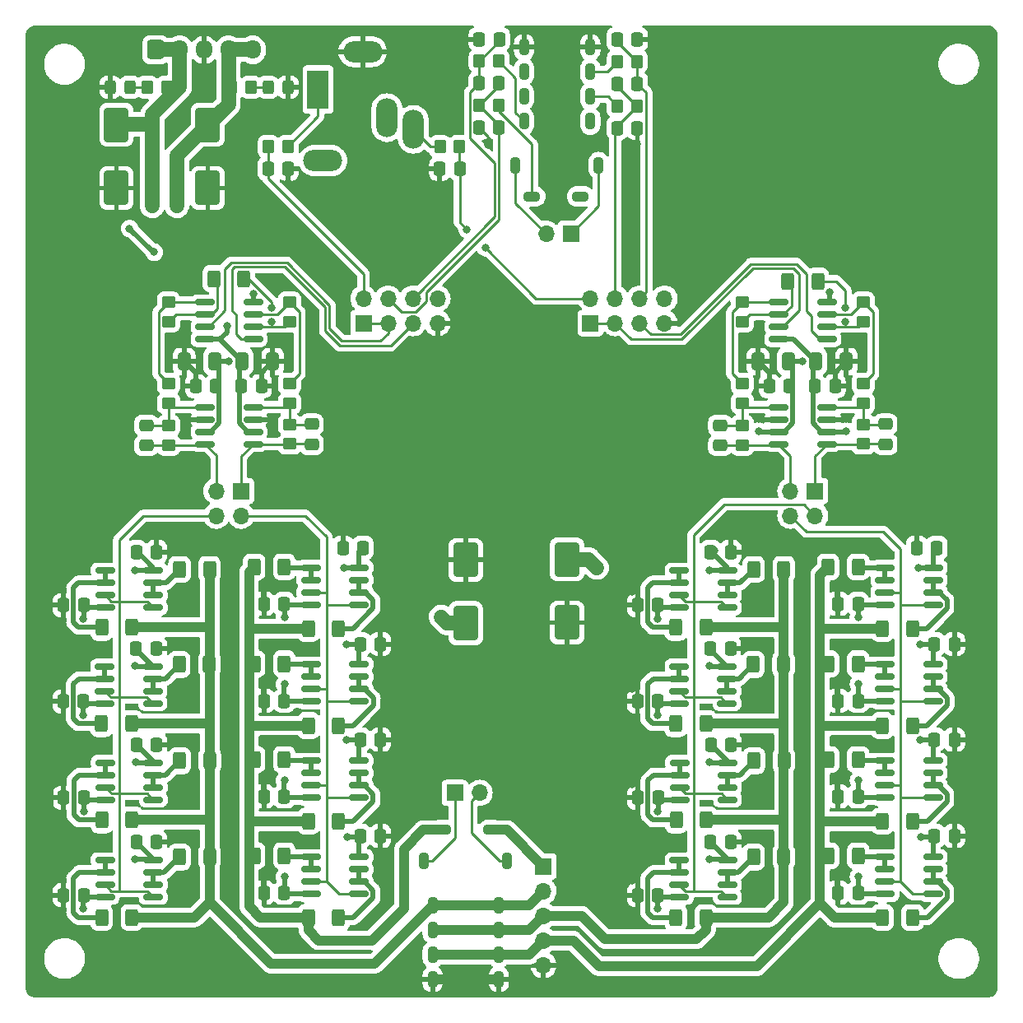
<source format=gbr>
%TF.GenerationSoftware,KiCad,Pcbnew,7.0.7*%
%TF.CreationDate,2024-01-11T22:16:13+01:00*%
%TF.ProjectId,NCBalOPHeadAmp,4e434261-6c4f-4504-9865-6164416d702e,rev?*%
%TF.SameCoordinates,Original*%
%TF.FileFunction,Copper,L1,Top*%
%TF.FilePolarity,Positive*%
%FSLAX46Y46*%
G04 Gerber Fmt 4.6, Leading zero omitted, Abs format (unit mm)*
G04 Created by KiCad (PCBNEW 7.0.7) date 2024-01-11 22:16:13*
%MOMM*%
%LPD*%
G01*
G04 APERTURE LIST*
G04 Aperture macros list*
%AMRoundRect*
0 Rectangle with rounded corners*
0 $1 Rounding radius*
0 $2 $3 $4 $5 $6 $7 $8 $9 X,Y pos of 4 corners*
0 Add a 4 corners polygon primitive as box body*
4,1,4,$2,$3,$4,$5,$6,$7,$8,$9,$2,$3,0*
0 Add four circle primitives for the rounded corners*
1,1,$1+$1,$2,$3*
1,1,$1+$1,$4,$5*
1,1,$1+$1,$6,$7*
1,1,$1+$1,$8,$9*
0 Add four rect primitives between the rounded corners*
20,1,$1+$1,$2,$3,$4,$5,0*
20,1,$1+$1,$4,$5,$6,$7,0*
20,1,$1+$1,$6,$7,$8,$9,0*
20,1,$1+$1,$8,$9,$2,$3,0*%
G04 Aperture macros list end*
%TA.AperFunction,SMDPad,CuDef*%
%ADD10RoundRect,0.250000X-0.337500X-0.475000X0.337500X-0.475000X0.337500X0.475000X-0.337500X0.475000X0*%
%TD*%
%TA.AperFunction,SMDPad,CuDef*%
%ADD11RoundRect,0.250000X-0.350000X-0.450000X0.350000X-0.450000X0.350000X0.450000X-0.350000X0.450000X0*%
%TD*%
%TA.AperFunction,SMDPad,CuDef*%
%ADD12RoundRect,0.150000X-0.825000X-0.150000X0.825000X-0.150000X0.825000X0.150000X-0.825000X0.150000X0*%
%TD*%
%TA.AperFunction,SMDPad,CuDef*%
%ADD13RoundRect,0.250000X-0.475000X0.337500X-0.475000X-0.337500X0.475000X-0.337500X0.475000X0.337500X0*%
%TD*%
%TA.AperFunction,SMDPad,CuDef*%
%ADD14RoundRect,0.250000X-0.400000X-0.625000X0.400000X-0.625000X0.400000X0.625000X-0.400000X0.625000X0*%
%TD*%
%TA.AperFunction,SMDPad,CuDef*%
%ADD15RoundRect,0.250000X0.350000X0.450000X-0.350000X0.450000X-0.350000X-0.450000X0.350000X-0.450000X0*%
%TD*%
%TA.AperFunction,SMDPad,CuDef*%
%ADD16RoundRect,0.250000X0.400000X0.625000X-0.400000X0.625000X-0.400000X-0.625000X0.400000X-0.625000X0*%
%TD*%
%TA.AperFunction,SMDPad,CuDef*%
%ADD17RoundRect,0.250000X-0.450000X0.350000X-0.450000X-0.350000X0.450000X-0.350000X0.450000X0.350000X0*%
%TD*%
%TA.AperFunction,SMDPad,CuDef*%
%ADD18RoundRect,0.250000X0.450000X-0.350000X0.450000X0.350000X-0.450000X0.350000X-0.450000X-0.350000X0*%
%TD*%
%TA.AperFunction,ComponentPad*%
%ADD19R,1.700000X1.700000*%
%TD*%
%TA.AperFunction,ComponentPad*%
%ADD20O,1.700000X1.700000*%
%TD*%
%TA.AperFunction,SMDPad,CuDef*%
%ADD21RoundRect,0.250000X-1.000000X1.500000X-1.000000X-1.500000X1.000000X-1.500000X1.000000X1.500000X0*%
%TD*%
%TA.AperFunction,SMDPad,CuDef*%
%ADD22RoundRect,0.250000X1.000000X-1.500000X1.000000X1.500000X-1.000000X1.500000X-1.000000X-1.500000X0*%
%TD*%
%TA.AperFunction,SMDPad,CuDef*%
%ADD23RoundRect,0.250000X0.412500X0.650000X-0.412500X0.650000X-0.412500X-0.650000X0.412500X-0.650000X0*%
%TD*%
%TA.AperFunction,ComponentPad*%
%ADD24O,1.100000X1.800000*%
%TD*%
%TA.AperFunction,ComponentPad*%
%ADD25O,1.800000X1.100000*%
%TD*%
%TA.AperFunction,SMDPad,CuDef*%
%ADD26RoundRect,0.250000X0.337500X0.475000X-0.337500X0.475000X-0.337500X-0.475000X0.337500X-0.475000X0*%
%TD*%
%TA.AperFunction,ComponentPad*%
%ADD27RoundRect,0.250000X-0.600000X-0.725000X0.600000X-0.725000X0.600000X0.725000X-0.600000X0.725000X0*%
%TD*%
%TA.AperFunction,ComponentPad*%
%ADD28O,1.700000X1.950000*%
%TD*%
%TA.AperFunction,SMDPad,CuDef*%
%ADD29RoundRect,0.250000X0.325000X0.450000X-0.325000X0.450000X-0.325000X-0.450000X0.325000X-0.450000X0*%
%TD*%
%TA.AperFunction,ComponentPad*%
%ADD30O,2.200000X4.000000*%
%TD*%
%TA.AperFunction,ComponentPad*%
%ADD31O,4.000000X2.200000*%
%TD*%
%TA.AperFunction,ComponentPad*%
%ADD32R,2.200000X4.000000*%
%TD*%
%TA.AperFunction,ViaPad*%
%ADD33C,0.800000*%
%TD*%
%TA.AperFunction,Conductor*%
%ADD34C,0.500000*%
%TD*%
%TA.AperFunction,Conductor*%
%ADD35C,1.500000*%
%TD*%
%TA.AperFunction,Conductor*%
%ADD36C,0.250000*%
%TD*%
%TA.AperFunction,Conductor*%
%ADD37C,1.000000*%
%TD*%
G04 APERTURE END LIST*
D10*
%TO.P,C304,1*%
%TO.N,GND*%
X162970000Y-108644100D03*
%TO.P,C304,2*%
%TO.N,VEE*%
X165045000Y-108644100D03*
%TD*%
D11*
%TO.P,R902,1*%
%TO.N,/In_R-_bal*%
X160903500Y-52710500D03*
%TO.P,R902,2*%
%TO.N,/In_R-_bal_filtered*%
X162903500Y-52710500D03*
%TD*%
D10*
%TO.P,C803,1*%
%TO.N,GND*%
X146663500Y-50419000D03*
%TO.P,C803,2*%
%TO.N,/In_L-_bal_filtered*%
X148738500Y-50419000D03*
%TD*%
D12*
%TO.P,U203,1*%
%TO.N,Net-(U203A--)*%
X129362500Y-134556800D03*
%TO.P,U203,2,-*%
X129362500Y-135826800D03*
%TO.P,U203,3,+*%
%TO.N,/In_out_L_+*%
X129362500Y-137096800D03*
%TO.P,U203,4,V-*%
%TO.N,VEE*%
X129362500Y-138366800D03*
%TO.P,U203,5,+*%
%TO.N,/In_out_L_+*%
X134312500Y-138366800D03*
%TO.P,U203,6,-*%
%TO.N,Net-(U203B--)*%
X134312500Y-137096800D03*
%TO.P,U203,7*%
X134312500Y-135826800D03*
%TO.P,U203,8,V+*%
%TO.N,VCC*%
X134312500Y-134556800D03*
%TD*%
D13*
%TO.P,C706,1*%
%TO.N,Net-(C706-Pad1)*%
X171445800Y-90148500D03*
%TO.P,C706,2*%
%TO.N,/Out_pre_R_-*%
X171445800Y-92223500D03*
%TD*%
D12*
%TO.P,U201,1*%
%TO.N,Net-(U201A--)*%
X129362500Y-124650800D03*
%TO.P,U201,2,-*%
X129362500Y-125920800D03*
%TO.P,U201,3,+*%
%TO.N,/In_out_L_+*%
X129362500Y-127190800D03*
%TO.P,U201,4,V-*%
%TO.N,VEE*%
X129362500Y-128460800D03*
%TO.P,U201,5,+*%
%TO.N,/In_out_L_+*%
X134312500Y-128460800D03*
%TO.P,U201,6,-*%
%TO.N,Net-(U201B--)*%
X134312500Y-127190800D03*
%TO.P,U201,7*%
X134312500Y-125920800D03*
%TO.P,U201,8,V+*%
%TO.N,VCC*%
X134312500Y-124650800D03*
%TD*%
D14*
%TO.P,R307,1*%
%TO.N,Net-(U303B--)*%
X174903500Y-134552100D03*
%TO.P,R307,2*%
%TO.N,/Out_R_+*%
X178003500Y-134552100D03*
%TD*%
D15*
%TO.P,R801,1*%
%TO.N,/In_L+_bal*%
X148679500Y-57239500D03*
%TO.P,R801,2*%
%TO.N,/In_L+_bal_filtered*%
X146679500Y-57239500D03*
%TD*%
D14*
%TO.P,R103,1*%
%TO.N,Net-(U101B--)*%
X115806000Y-114740100D03*
%TO.P,R103,2*%
%TO.N,/Out_L_-*%
X118906000Y-114740100D03*
%TD*%
D16*
%TO.P,R402,1*%
%TO.N,Net-(U400B--)*%
X191246300Y-111061800D03*
%TO.P,R402,2*%
%TO.N,/Out_R_-*%
X188146300Y-111061800D03*
%TD*%
D17*
%TO.P,R702,1*%
%TO.N,Net-(C701-Pad1)*%
X186177800Y-90059000D03*
%TO.P,R702,2*%
%TO.N,/Out_pre_R_+*%
X186177800Y-92059000D03*
%TD*%
D16*
%TO.P,R400,1*%
%TO.N,Net-(U400A--)*%
X185658300Y-104711800D03*
%TO.P,R400,2*%
%TO.N,/Out_R_-*%
X182558300Y-104711800D03*
%TD*%
D10*
%TO.P,C403,1*%
%TO.N,VCC*%
X193484800Y-132397800D03*
%TO.P,C403,2*%
%TO.N,GND*%
X195559800Y-132397800D03*
%TD*%
D13*
%TO.P,C701,1*%
%TO.N,Net-(C701-Pad1)*%
X188463800Y-90021500D03*
%TO.P,C701,2*%
%TO.N,/Out_pre_R_+*%
X188463800Y-92096500D03*
%TD*%
D14*
%TO.P,R306,1*%
%TO.N,Net-(U302B--)*%
X174925000Y-124646100D03*
%TO.P,R306,2*%
%TO.N,/Out_R_+*%
X178025000Y-124646100D03*
%TD*%
D17*
%TO.P,R703,1*%
%TO.N,Net-(R701-Pad1)*%
X186177800Y-77486000D03*
%TO.P,R703,2*%
%TO.N,Net-(U701B--)*%
X186177800Y-79486000D03*
%TD*%
D18*
%TO.P,R605,1*%
%TO.N,Net-(U601A--)*%
X114710800Y-79486000D03*
%TO.P,R605,2*%
%TO.N,Net-(R605-Pad2)*%
X114710800Y-77486000D03*
%TD*%
D10*
%TO.P,C207,1*%
%TO.N,GND*%
X124535300Y-138239800D03*
%TO.P,C207,2*%
%TO.N,VEE*%
X126610300Y-138239800D03*
%TD*%
D11*
%TO.P,R20,1*%
%TO.N,/In_R_unbal*%
X142637000Y-61468000D03*
%TO.P,R20,2*%
%TO.N,/In_R_unbal_filtered*%
X144637000Y-61468000D03*
%TD*%
D10*
%TO.P,C306,1*%
%TO.N,GND*%
X162944000Y-118550100D03*
%TO.P,C306,2*%
%TO.N,VEE*%
X165019000Y-118550100D03*
%TD*%
D16*
%TO.P,R203,1*%
%TO.N,Net-(U201B--)*%
X132202800Y-130873800D03*
%TO.P,R203,2*%
%TO.N,/Out_L_+*%
X129102800Y-130873800D03*
%TD*%
D19*
%TO.P,J12,1,Pin_1*%
%TO.N,/In_pre_R_+*%
X158115000Y-79629000D03*
D20*
%TO.P,J12,2,Pin_2*%
%TO.N,/In_R_unbal_filtered*%
X158115000Y-77089000D03*
%TO.P,J12,3,Pin_3*%
%TO.N,/In_pre_R_+*%
X160655000Y-79629000D03*
%TO.P,J12,4,Pin_4*%
%TO.N,/In_R+_bal_filtered*%
X160655000Y-77089000D03*
%TO.P,J12,5,Pin_5*%
%TO.N,/In_pre_R_-*%
X163195000Y-79629000D03*
%TO.P,J12,6,Pin_6*%
%TO.N,/In_R-_bal_filtered*%
X163195000Y-77089000D03*
%TO.P,J12,7,Pin_7*%
%TO.N,GND*%
X165735000Y-79629000D03*
%TO.P,J12,8*%
%TO.N,N/C*%
X165735000Y-77089000D03*
%TD*%
D10*
%TO.P,C203,1*%
%TO.N,VCC*%
X134441300Y-132397800D03*
%TO.P,C203,2*%
%TO.N,GND*%
X136516300Y-132397800D03*
%TD*%
D14*
%TO.P,R300,1*%
%TO.N,Net-(U300A--)*%
X166902500Y-110930100D03*
%TO.P,R300,2*%
%TO.N,/Out_R_+*%
X170002500Y-110930100D03*
%TD*%
D17*
%TO.P,R707,1*%
%TO.N,Net-(C706-Pad1)*%
X173731800Y-90186000D03*
%TO.P,R707,2*%
%TO.N,/Out_pre_R_-*%
X173731800Y-92186000D03*
%TD*%
D21*
%TO.P,C10,1*%
%TO.N,VCC*%
X155702000Y-103938000D03*
%TO.P,C10,2*%
%TO.N,GND*%
X155702000Y-110438000D03*
%TD*%
D10*
%TO.P,C103,1*%
%TO.N,VCC*%
X111391500Y-133028100D03*
%TO.P,C103,2*%
%TO.N,GND*%
X113466500Y-133028100D03*
%TD*%
D16*
%TO.P,R407,1*%
%TO.N,Net-(U403B--)*%
X191246300Y-140779800D03*
%TO.P,R407,2*%
%TO.N,/Out_R_-*%
X188146300Y-140779800D03*
%TD*%
D12*
%TO.P,U101,1*%
%TO.N,Net-(U101A--)*%
X108150000Y-114930300D03*
%TO.P,U101,2,-*%
X108150000Y-116200300D03*
%TO.P,U101,3,+*%
%TO.N,/In_out_L_-*%
X108150000Y-117470300D03*
%TO.P,U101,4,V-*%
%TO.N,VEE*%
X108150000Y-118740300D03*
%TO.P,U101,5,+*%
%TO.N,/In_out_L_-*%
X113100000Y-118740300D03*
%TO.P,U101,6,-*%
%TO.N,Net-(U101B--)*%
X113100000Y-117470300D03*
%TO.P,U101,7*%
X113100000Y-116200300D03*
%TO.P,U101,8,V+*%
%TO.N,VCC*%
X113100000Y-114930300D03*
%TD*%
D21*
%TO.P,C11,1*%
%TO.N,GND*%
X145288000Y-103990000D03*
%TO.P,C11,2*%
%TO.N,VEE*%
X145288000Y-110490000D03*
%TD*%
D10*
%TO.P,C202,1*%
%TO.N,VCC*%
X134441300Y-122491800D03*
%TO.P,C202,2*%
%TO.N,GND*%
X136516300Y-122491800D03*
%TD*%
%TO.P,C204,1*%
%TO.N,GND*%
X124535300Y-108521800D03*
%TO.P,C204,2*%
%TO.N,VEE*%
X126610300Y-108521800D03*
%TD*%
D11*
%TO.P,R409,1*%
%TO.N,Net-(D401-K)*%
X112538000Y-55372000D03*
%TO.P,R409,2*%
%TO.N,VEE*%
X114538000Y-55372000D03*
%TD*%
D22*
%TO.P,C9,1*%
%TO.N,GND*%
X109347000Y-65734000D03*
%TO.P,C9,2*%
%TO.N,VEE*%
X109347000Y-59234000D03*
%TD*%
D10*
%TO.P,C303,1*%
%TO.N,VCC*%
X170463000Y-133028100D03*
%TO.P,C303,2*%
%TO.N,GND*%
X172538000Y-133028100D03*
%TD*%
D16*
%TO.P,R207,1*%
%TO.N,Net-(U203B--)*%
X132202800Y-140779800D03*
%TO.P,R207,2*%
%TO.N,/Out_L_+*%
X129102800Y-140779800D03*
%TD*%
D14*
%TO.P,R105,1*%
%TO.N,Net-(U103A--)*%
X107831000Y-140775100D03*
%TO.P,R105,2*%
%TO.N,/Out_L_-*%
X110931000Y-140775100D03*
%TD*%
D10*
%TO.P,C201,1*%
%TO.N,VCC*%
X134441300Y-112649000D03*
%TO.P,C201,2*%
%TO.N,GND*%
X136516300Y-112649000D03*
%TD*%
D19*
%TO.P,J6,1,Pin_1*%
%TO.N,/Out_L_+*%
X153282800Y-135524000D03*
D20*
%TO.P,J6,2,Pin_2*%
%TO.N,/Out_L_-*%
X153282800Y-138064000D03*
%TO.P,J6,3,Pin_3*%
%TO.N,/Out_R_+*%
X153282800Y-140604000D03*
%TO.P,J6,4,Pin_4*%
%TO.N,/Out_R_-*%
X153282800Y-143144000D03*
%TO.P,J6,5,Pin_5*%
%TO.N,GND*%
X153282800Y-145684000D03*
%TD*%
D23*
%TO.P,C602,1*%
%TO.N,VCC*%
X119448300Y-83566000D03*
%TO.P,C602,2*%
%TO.N,GND*%
X116323300Y-83566000D03*
%TD*%
D14*
%TO.P,R106,1*%
%TO.N,Net-(U102B--)*%
X115853500Y-124646100D03*
%TO.P,R106,2*%
%TO.N,/Out_L_-*%
X118953500Y-124646100D03*
%TD*%
D17*
%TO.P,R602,1*%
%TO.N,Net-(C601-Pad1)*%
X127156800Y-90059000D03*
%TO.P,R602,2*%
%TO.N,/Out_pre_L_+*%
X127156800Y-92059000D03*
%TD*%
D15*
%TO.P,R802,1*%
%TO.N,/In_L-_bal*%
X148679500Y-52667500D03*
%TO.P,R802,2*%
%TO.N,/In_L-_bal_filtered*%
X146679500Y-52667500D03*
%TD*%
D11*
%TO.P,R901,1*%
%TO.N,/In_R+_bal*%
X160887500Y-57282500D03*
%TO.P,R901,2*%
%TO.N,/In_R+_bal_filtered*%
X162887500Y-57282500D03*
%TD*%
D14*
%TO.P,R301,1*%
%TO.N,Net-(U301A--)*%
X166876500Y-120836100D03*
%TO.P,R301,2*%
%TO.N,/Out_R_+*%
X169976500Y-120836100D03*
%TD*%
D17*
%TO.P,R607,1*%
%TO.N,Net-(C606-Pad1)*%
X114710800Y-90186000D03*
%TO.P,R607,2*%
%TO.N,/Out_pre_L_-*%
X114710800Y-92186000D03*
%TD*%
D21*
%TO.P,C7,1*%
%TO.N,VCC*%
X118745000Y-59234000D03*
%TO.P,C7,2*%
%TO.N,GND*%
X118745000Y-65734000D03*
%TD*%
D24*
%TO.P,J7,G*%
%TO.N,GND*%
X141883800Y-147124000D03*
X148683800Y-147124000D03*
D25*
%TO.P,J7,L+*%
%TO.N,/Out_L_+*%
X142883800Y-131774000D03*
X147883800Y-131774000D03*
D24*
%TO.P,J7,L-*%
%TO.N,/Out_L_-*%
X141883800Y-139514000D03*
X148683800Y-139514000D03*
%TO.P,J7,R+*%
%TO.N,/Out_R_+*%
X141883800Y-142054000D03*
X148683800Y-142054000D03*
%TO.P,J7,R-*%
%TO.N,/Out_R_-*%
X141883800Y-144594000D03*
X148683800Y-144594000D03*
%TO.P,J7,S1*%
%TO.N,Net-(J9-Pin_2)*%
X149563800Y-134974000D03*
%TO.P,J7,S2*%
%TO.N,Net-(J9-Pin_1)*%
X141013800Y-134974000D03*
%TD*%
D10*
%TO.P,C301,1*%
%TO.N,VCC*%
X170484500Y-122995100D03*
%TO.P,C301,2*%
%TO.N,GND*%
X172559500Y-122995100D03*
%TD*%
D26*
%TO.P,C400,1*%
%TO.N,VCC*%
X193755800Y-102743000D03*
%TO.P,C400,2*%
%TO.N,GND*%
X191680800Y-102743000D03*
%TD*%
D10*
%TO.P,C16,1*%
%TO.N,/In_L_unbal_filtered*%
X124946500Y-63754000D03*
%TO.P,C16,2*%
%TO.N,GND*%
X127021500Y-63754000D03*
%TD*%
%TO.P,C206,1*%
%TO.N,GND*%
X124535300Y-128333800D03*
%TO.P,C206,2*%
%TO.N,VEE*%
X126610300Y-128333800D03*
%TD*%
D12*
%TO.P,U303,1*%
%TO.N,Net-(U303A--)*%
X167247500Y-134869300D03*
%TO.P,U303,2,-*%
X167247500Y-136139300D03*
%TO.P,U303,3,+*%
%TO.N,/In_out_R_+*%
X167247500Y-137409300D03*
%TO.P,U303,4,V-*%
%TO.N,VEE*%
X167247500Y-138679300D03*
%TO.P,U303,5,+*%
%TO.N,/In_out_R_+*%
X172197500Y-138679300D03*
%TO.P,U303,6,-*%
%TO.N,Net-(U303B--)*%
X172197500Y-137409300D03*
%TO.P,U303,7*%
X172197500Y-136139300D03*
%TO.P,U303,8,V+*%
%TO.N,VCC*%
X172197500Y-134869300D03*
%TD*%
D26*
%TO.P,C802,1*%
%TO.N,/In_L+_bal_filtered*%
X148717000Y-54953500D03*
%TO.P,C802,2*%
%TO.N,/In_L-_bal_filtered*%
X146642000Y-54953500D03*
%TD*%
D12*
%TO.P,U402,1*%
%TO.N,Net-(U402A--)*%
X188406000Y-114744800D03*
%TO.P,U402,2,-*%
X188406000Y-116014800D03*
%TO.P,U402,3,+*%
%TO.N,/In_out_R_-*%
X188406000Y-117284800D03*
%TO.P,U402,4,V-*%
%TO.N,VEE*%
X188406000Y-118554800D03*
%TO.P,U402,5,+*%
%TO.N,/In_out_R_-*%
X193356000Y-118554800D03*
%TO.P,U402,6,-*%
%TO.N,Net-(U402B--)*%
X193356000Y-117284800D03*
%TO.P,U402,7*%
X193356000Y-116014800D03*
%TO.P,U402,8,V+*%
%TO.N,VCC*%
X193356000Y-114744800D03*
%TD*%
%TO.P,U702,1,-*%
%TO.N,Net-(C706-Pad1)*%
X177479800Y-88265000D03*
%TO.P,U702,2,Vocm*%
%TO.N,GND*%
X177479800Y-89535000D03*
%TO.P,U702,3,VCC*%
%TO.N,VCC*%
X177479800Y-90805000D03*
%TO.P,U702,4,+*%
%TO.N,/Out_pre_R_-*%
X177479800Y-92075000D03*
%TO.P,U702,5,-*%
%TO.N,/Out_pre_R_+*%
X182429800Y-92075000D03*
%TO.P,U702,6,VEE*%
%TO.N,VEE*%
X182429800Y-90805000D03*
%TO.P,U702,7,EN*%
%TO.N,GND*%
X182429800Y-89535000D03*
%TO.P,U702,8,+*%
%TO.N,Net-(C701-Pad1)*%
X182429800Y-88265000D03*
%TD*%
D10*
%TO.P,C205,1*%
%TO.N,GND*%
X124535300Y-118491000D03*
%TO.P,C205,2*%
%TO.N,VEE*%
X126610300Y-118491000D03*
%TD*%
D12*
%TO.P,U601,1*%
%TO.N,Net-(R605-Pad2)*%
X118458800Y-77470000D03*
%TO.P,U601,2,-*%
%TO.N,Net-(U601A--)*%
X118458800Y-78740000D03*
%TO.P,U601,3,+*%
%TO.N,/In_pre_L_+*%
X118458800Y-80010000D03*
%TO.P,U601,4,V-*%
%TO.N,VEE*%
X118458800Y-81280000D03*
%TO.P,U601,5,+*%
%TO.N,/In_pre_L_-*%
X123408800Y-81280000D03*
%TO.P,U601,6,-*%
%TO.N,Net-(U601B--)*%
X123408800Y-80010000D03*
%TO.P,U601,7*%
%TO.N,Net-(R601-Pad1)*%
X123408800Y-78740000D03*
%TO.P,U601,8,V+*%
%TO.N,VCC*%
X123408800Y-77470000D03*
%TD*%
D27*
%TO.P,J4,1,Pin_1*%
%TO.N,VEE*%
X113364000Y-51500000D03*
D28*
%TO.P,J4,2,Pin_2*%
X115864000Y-51500000D03*
%TO.P,J4,3,Pin_3*%
%TO.N,GND*%
X118364000Y-51500000D03*
%TO.P,J4,4,Pin_4*%
%TO.N,VCC*%
X120864000Y-51500000D03*
%TO.P,J4,5,Pin_5*%
X123364000Y-51500000D03*
%TD*%
D12*
%TO.P,U701,1*%
%TO.N,Net-(R705-Pad2)*%
X177479800Y-77470000D03*
%TO.P,U701,2,-*%
%TO.N,Net-(U701A--)*%
X177479800Y-78740000D03*
%TO.P,U701,3,+*%
%TO.N,/In_pre_R_+*%
X177479800Y-80010000D03*
%TO.P,U701,4,V-*%
%TO.N,VEE*%
X177479800Y-81280000D03*
%TO.P,U701,5,+*%
%TO.N,/In_pre_R_-*%
X182429800Y-81280000D03*
%TO.P,U701,6,-*%
%TO.N,Net-(U701B--)*%
X182429800Y-80010000D03*
%TO.P,U701,7*%
%TO.N,Net-(R701-Pad1)*%
X182429800Y-78740000D03*
%TO.P,U701,8,V+*%
%TO.N,VCC*%
X182429800Y-77470000D03*
%TD*%
D19*
%TO.P,J10,1,Pin_1*%
%TO.N,/In_pre_L_+*%
X134757000Y-79634000D03*
D20*
%TO.P,J10,2,Pin_2*%
%TO.N,/In_L_unbal_filtered*%
X134757000Y-77094000D03*
%TO.P,J10,3,Pin_3*%
%TO.N,/In_pre_L_+*%
X137297000Y-79634000D03*
%TO.P,J10,4,Pin_4*%
%TO.N,/In_L+_bal_filtered*%
X137297000Y-77094000D03*
%TO.P,J10,5,Pin_5*%
%TO.N,/In_pre_L_-*%
X139837000Y-79634000D03*
%TO.P,J10,6,Pin_6*%
%TO.N,/In_L-_bal_filtered*%
X139837000Y-77094000D03*
%TO.P,J10,7,Pin_7*%
%TO.N,GND*%
X142377000Y-79634000D03*
%TO.P,J10,8*%
%TO.N,N/C*%
X142377000Y-77094000D03*
%TD*%
D10*
%TO.P,C404,1*%
%TO.N,GND*%
X183578800Y-108521800D03*
%TO.P,C404,2*%
%TO.N,VEE*%
X185653800Y-108521800D03*
%TD*%
D14*
%TO.P,R104,1*%
%TO.N,Net-(U102A--)*%
X107852500Y-130742100D03*
%TO.P,R104,2*%
%TO.N,/Out_L_-*%
X110952500Y-130742100D03*
%TD*%
D16*
%TO.P,R604,1*%
%TO.N,Net-(U601B--)*%
X122454000Y-75057000D03*
%TO.P,R604,2*%
%TO.N,Net-(U601A--)*%
X119354000Y-75057000D03*
%TD*%
D29*
%TO.P,D401,1,K*%
%TO.N,Net-(D401-K)*%
X110753000Y-55372000D03*
%TO.P,D401,2,A*%
%TO.N,GND*%
X108703000Y-55372000D03*
%TD*%
D10*
%TO.P,C901,1*%
%TO.N,/In_R+_bal_filtered*%
X160866000Y-59568500D03*
%TO.P,C901,2*%
%TO.N,GND*%
X162941000Y-59568500D03*
%TD*%
D12*
%TO.P,U202,1*%
%TO.N,Net-(U202A--)*%
X129362500Y-114744800D03*
%TO.P,U202,2,-*%
X129362500Y-116014800D03*
%TO.P,U202,3,+*%
%TO.N,/In_out_L_+*%
X129362500Y-117284800D03*
%TO.P,U202,4,V-*%
%TO.N,VEE*%
X129362500Y-118554800D03*
%TO.P,U202,5,+*%
%TO.N,/In_out_L_+*%
X134312500Y-118554800D03*
%TO.P,U202,6,-*%
%TO.N,Net-(U202B--)*%
X134312500Y-117284800D03*
%TO.P,U202,7*%
X134312500Y-116014800D03*
%TO.P,U202,8,V+*%
%TO.N,VCC*%
X134312500Y-114744800D03*
%TD*%
D11*
%TO.P,R408,1*%
%TO.N,VCC*%
X121174000Y-55372000D03*
%TO.P,R408,2*%
%TO.N,Net-(D400-A)*%
X123174000Y-55372000D03*
%TD*%
D14*
%TO.P,R303,1*%
%TO.N,Net-(U301B--)*%
X174877500Y-114740100D03*
%TO.P,R303,2*%
%TO.N,/Out_R_+*%
X177977500Y-114740100D03*
%TD*%
D24*
%TO.P,J1,G*%
%TO.N,GND*%
X158086000Y-51250000D03*
X151286000Y-51250000D03*
D25*
%TO.P,J1,L+*%
%TO.N,/In_L+_bal*%
X157086000Y-66600000D03*
X152086000Y-66600000D03*
D24*
%TO.P,J1,L-*%
%TO.N,/In_L-_bal*%
X158086000Y-58860000D03*
X151286000Y-58860000D03*
%TO.P,J1,R+*%
%TO.N,/In_R+_bal*%
X158086000Y-56320000D03*
X151286000Y-56320000D03*
%TO.P,J1,R-*%
%TO.N,/In_R-_bal*%
X158086000Y-53780000D03*
X151286000Y-53780000D03*
%TO.P,J1,S1*%
%TO.N,Net-(J8-Pin_2)*%
X150406000Y-63400000D03*
%TO.P,J1,S2*%
%TO.N,Net-(J8-Pin_1)*%
X158956000Y-63400000D03*
%TD*%
D29*
%TO.P,D400,1,K*%
%TO.N,GND*%
X127009000Y-55372000D03*
%TO.P,D400,2,A*%
%TO.N,Net-(D400-A)*%
X124959000Y-55372000D03*
%TD*%
D30*
%TO.P,J11,R*%
%TO.N,/In_R_unbal*%
X139889500Y-59695000D03*
%TO.P,J11,RN*%
%TO.N,unconnected-(J11-PadRN)*%
X137189500Y-58495000D03*
D31*
%TO.P,J11,S*%
%TO.N,GND*%
X134689500Y-51695000D03*
D32*
%TO.P,J11,T*%
%TO.N,/In_L_unbal*%
X130089500Y-55595000D03*
D31*
%TO.P,J11,TN*%
%TO.N,unconnected-(J11-PadTN)*%
X130589500Y-62895000D03*
%TD*%
D14*
%TO.P,R302,1*%
%TO.N,Net-(U300B--)*%
X174903500Y-104961100D03*
%TO.P,R302,2*%
%TO.N,/Out_R_+*%
X178003500Y-104961100D03*
%TD*%
D10*
%TO.P,C302,1*%
%TO.N,VCC*%
X170437000Y-113089100D03*
%TO.P,C302,2*%
%TO.N,GND*%
X172512000Y-113089100D03*
%TD*%
D16*
%TO.P,R704,1*%
%TO.N,Net-(U701B--)*%
X181509000Y-75311000D03*
%TO.P,R704,2*%
%TO.N,Net-(U701A--)*%
X178409000Y-75311000D03*
%TD*%
D12*
%TO.P,U300,1*%
%TO.N,Net-(U300A--)*%
X167247500Y-105088100D03*
%TO.P,U300,2,-*%
X167247500Y-106358100D03*
%TO.P,U300,3,+*%
%TO.N,/In_out_R_+*%
X167247500Y-107628100D03*
%TO.P,U300,4,V-*%
%TO.N,VEE*%
X167247500Y-108898100D03*
%TO.P,U300,5,+*%
%TO.N,/In_out_R_+*%
X172197500Y-108898100D03*
%TO.P,U300,6,-*%
%TO.N,Net-(U300B--)*%
X172197500Y-107628100D03*
%TO.P,U300,7*%
X172197500Y-106358100D03*
%TO.P,U300,8,V+*%
%TO.N,VCC*%
X172197500Y-105088100D03*
%TD*%
D10*
%TO.P,C101,1*%
%TO.N,VCC*%
X111413000Y-122995100D03*
%TO.P,C101,2*%
%TO.N,GND*%
X113488000Y-122995100D03*
%TD*%
D14*
%TO.P,R305,1*%
%TO.N,Net-(U303A--)*%
X166902500Y-140775100D03*
%TO.P,R305,2*%
%TO.N,/Out_R_+*%
X170002500Y-140775100D03*
%TD*%
D10*
%TO.P,C102,1*%
%TO.N,VCC*%
X111365500Y-113089100D03*
%TO.P,C102,2*%
%TO.N,GND*%
X113440500Y-113089100D03*
%TD*%
D16*
%TO.P,R202,1*%
%TO.N,Net-(U200B--)*%
X132202800Y-111061800D03*
%TO.P,R202,2*%
%TO.N,/Out_L_+*%
X129102800Y-111061800D03*
%TD*%
D19*
%TO.P,J2,1,Pin_1*%
%TO.N,/Out_pre_R_+*%
X181229800Y-96901000D03*
D20*
%TO.P,J2,2,Pin_2*%
%TO.N,/In_out_R_+*%
X181229800Y-99441000D03*
%TO.P,J2,3,Pin_3*%
%TO.N,/Out_pre_R_-*%
X178689800Y-96901000D03*
%TO.P,J2,4,Pin_4*%
%TO.N,/In_out_R_-*%
X178689800Y-99441000D03*
%TD*%
D26*
%TO.P,C200,1*%
%TO.N,VCC*%
X134712300Y-102743000D03*
%TO.P,C200,2*%
%TO.N,GND*%
X132637300Y-102743000D03*
%TD*%
D10*
%TO.P,C902,1*%
%TO.N,/In_R+_bal_filtered*%
X160866000Y-54996500D03*
%TO.P,C902,2*%
%TO.N,/In_R-_bal_filtered*%
X162941000Y-54996500D03*
%TD*%
D16*
%TO.P,R401,1*%
%TO.N,Net-(U401A--)*%
X185658300Y-124523800D03*
%TO.P,R401,2*%
%TO.N,/Out_R_-*%
X182558300Y-124523800D03*
%TD*%
%TO.P,R405,1*%
%TO.N,Net-(U403A--)*%
X185658300Y-134429800D03*
%TO.P,R405,2*%
%TO.N,/Out_R_-*%
X182558300Y-134429800D03*
%TD*%
D14*
%TO.P,R101,1*%
%TO.N,Net-(U101A--)*%
X107805000Y-120836100D03*
%TO.P,R101,2*%
%TO.N,/Out_L_-*%
X110905000Y-120836100D03*
%TD*%
D10*
%TO.P,C107,1*%
%TO.N,GND*%
X103898500Y-138489100D03*
%TO.P,C107,2*%
%TO.N,VEE*%
X105973500Y-138489100D03*
%TD*%
D16*
%TO.P,R204,1*%
%TO.N,Net-(U202A--)*%
X126614800Y-114681000D03*
%TO.P,R204,2*%
%TO.N,/Out_L_+*%
X123514800Y-114681000D03*
%TD*%
D17*
%TO.P,R606,1*%
%TO.N,Net-(R605-Pad2)*%
X114710800Y-85868000D03*
%TO.P,R606,2*%
%TO.N,Net-(C606-Pad1)*%
X114710800Y-87868000D03*
%TD*%
D12*
%TO.P,U302,1*%
%TO.N,Net-(U302A--)*%
X167269000Y-124836300D03*
%TO.P,U302,2,-*%
X167269000Y-126106300D03*
%TO.P,U302,3,+*%
%TO.N,/In_out_R_+*%
X167269000Y-127376300D03*
%TO.P,U302,4,V-*%
%TO.N,VEE*%
X167269000Y-128646300D03*
%TO.P,U302,5,+*%
%TO.N,/In_out_R_+*%
X172219000Y-128646300D03*
%TO.P,U302,6,-*%
%TO.N,Net-(U302B--)*%
X172219000Y-127376300D03*
%TO.P,U302,7*%
X172219000Y-126106300D03*
%TO.P,U302,8,V+*%
%TO.N,VCC*%
X172219000Y-124836300D03*
%TD*%
D26*
%TO.P,C604,1*%
%TO.N,GND*%
X124257300Y-86106000D03*
%TO.P,C604,2*%
%TO.N,VEE*%
X122182300Y-86106000D03*
%TD*%
D10*
%TO.P,C407,1*%
%TO.N,GND*%
X183578800Y-138239800D03*
%TO.P,C407,2*%
%TO.N,VEE*%
X185653800Y-138239800D03*
%TD*%
D12*
%TO.P,U401,1*%
%TO.N,Net-(U401A--)*%
X188406000Y-124650800D03*
%TO.P,U401,2,-*%
X188406000Y-125920800D03*
%TO.P,U401,3,+*%
%TO.N,/In_out_R_-*%
X188406000Y-127190800D03*
%TO.P,U401,4,V-*%
%TO.N,VEE*%
X188406000Y-128460800D03*
%TO.P,U401,5,+*%
%TO.N,/In_out_R_-*%
X193356000Y-128460800D03*
%TO.P,U401,6,-*%
%TO.N,Net-(U401B--)*%
X193356000Y-127190800D03*
%TO.P,U401,7*%
X193356000Y-125920800D03*
%TO.P,U401,8,V+*%
%TO.N,VCC*%
X193356000Y-124650800D03*
%TD*%
D19*
%TO.P,J8,1,Pin_1*%
%TO.N,Net-(J8-Pin_1)*%
X156086000Y-70417000D03*
D20*
%TO.P,J8,2,Pin_2*%
%TO.N,Net-(J8-Pin_2)*%
X153546000Y-70417000D03*
%TD*%
D17*
%TO.P,R706,1*%
%TO.N,Net-(R705-Pad2)*%
X173731800Y-85868000D03*
%TO.P,R706,2*%
%TO.N,Net-(C706-Pad1)*%
X173731800Y-87868000D03*
%TD*%
D12*
%TO.P,U301,1*%
%TO.N,Net-(U301A--)*%
X167221500Y-114930300D03*
%TO.P,U301,2,-*%
X167221500Y-116200300D03*
%TO.P,U301,3,+*%
%TO.N,/In_out_R_+*%
X167221500Y-117470300D03*
%TO.P,U301,4,V-*%
%TO.N,VEE*%
X167221500Y-118740300D03*
%TO.P,U301,5,+*%
%TO.N,/In_out_R_+*%
X172171500Y-118740300D03*
%TO.P,U301,6,-*%
%TO.N,Net-(U301B--)*%
X172171500Y-117470300D03*
%TO.P,U301,7*%
X172171500Y-116200300D03*
%TO.P,U301,8,V+*%
%TO.N,VCC*%
X172171500Y-114930300D03*
%TD*%
D10*
%TO.P,C405,1*%
%TO.N,GND*%
X183578800Y-118491000D03*
%TO.P,C405,2*%
%TO.N,VEE*%
X185653800Y-118491000D03*
%TD*%
D17*
%TO.P,R603,1*%
%TO.N,Net-(R601-Pad1)*%
X127156800Y-77486000D03*
%TO.P,R603,2*%
%TO.N,Net-(U601B--)*%
X127156800Y-79486000D03*
%TD*%
D23*
%TO.P,C705,1*%
%TO.N,GND*%
X184438300Y-83566000D03*
%TO.P,C705,2*%
%TO.N,VEE*%
X181313300Y-83566000D03*
%TD*%
D15*
%TO.P,R19,1*%
%TO.N,/In_L_unbal*%
X126984000Y-61468000D03*
%TO.P,R19,2*%
%TO.N,/In_L_unbal_filtered*%
X124984000Y-61468000D03*
%TD*%
D10*
%TO.P,C105,1*%
%TO.N,GND*%
X103920000Y-128456100D03*
%TO.P,C105,2*%
%TO.N,VEE*%
X105995000Y-128456100D03*
%TD*%
D12*
%TO.P,U102,1*%
%TO.N,Net-(U102A--)*%
X108197500Y-124836300D03*
%TO.P,U102,2,-*%
X108197500Y-126106300D03*
%TO.P,U102,3,+*%
%TO.N,/In_out_L_-*%
X108197500Y-127376300D03*
%TO.P,U102,4,V-*%
%TO.N,VEE*%
X108197500Y-128646300D03*
%TO.P,U102,5,+*%
%TO.N,/In_out_L_-*%
X113147500Y-128646300D03*
%TO.P,U102,6,-*%
%TO.N,Net-(U102B--)*%
X113147500Y-127376300D03*
%TO.P,U102,7*%
X113147500Y-126106300D03*
%TO.P,U102,8,V+*%
%TO.N,VCC*%
X113147500Y-124836300D03*
%TD*%
D10*
%TO.P,C305,1*%
%TO.N,GND*%
X162991500Y-128456100D03*
%TO.P,C305,2*%
%TO.N,VEE*%
X165066500Y-128456100D03*
%TD*%
D19*
%TO.P,J5,1,Pin_1*%
%TO.N,/Out_pre_L_+*%
X122169800Y-96901000D03*
D20*
%TO.P,J5,2,Pin_2*%
%TO.N,/In_out_L_+*%
X122169800Y-99441000D03*
%TO.P,J5,3,Pin_3*%
%TO.N,/Out_pre_L_-*%
X119629800Y-96901000D03*
%TO.P,J5,4,Pin_4*%
%TO.N,/In_out_L_-*%
X119629800Y-99441000D03*
%TD*%
D10*
%TO.P,C106,1*%
%TO.N,GND*%
X103872500Y-118550100D03*
%TO.P,C106,2*%
%TO.N,VEE*%
X105947500Y-118550100D03*
%TD*%
D16*
%TO.P,R404,1*%
%TO.N,Net-(U402A--)*%
X185658300Y-114681000D03*
%TO.P,R404,2*%
%TO.N,/Out_R_-*%
X182558300Y-114681000D03*
%TD*%
%TO.P,R205,1*%
%TO.N,Net-(U203A--)*%
X126614800Y-134429800D03*
%TO.P,R205,2*%
%TO.N,/Out_L_+*%
X123514800Y-134429800D03*
%TD*%
D14*
%TO.P,R304,1*%
%TO.N,Net-(U302A--)*%
X166924000Y-130742100D03*
%TO.P,R304,2*%
%TO.N,/Out_R_+*%
X170024000Y-130742100D03*
%TD*%
D26*
%TO.P,C903,1*%
%TO.N,GND*%
X162941000Y-50424500D03*
%TO.P,C903,2*%
%TO.N,/In_R-_bal_filtered*%
X160866000Y-50424500D03*
%TD*%
D16*
%TO.P,R200,1*%
%TO.N,Net-(U200A--)*%
X126614800Y-104711800D03*
%TO.P,R200,2*%
%TO.N,/Out_L_+*%
X123514800Y-104711800D03*
%TD*%
D10*
%TO.P,C402,1*%
%TO.N,VCC*%
X193484800Y-122491800D03*
%TO.P,C402,2*%
%TO.N,GND*%
X195559800Y-122491800D03*
%TD*%
D12*
%TO.P,U100,1*%
%TO.N,Net-(U100A--)*%
X108176000Y-105088100D03*
%TO.P,U100,2,-*%
X108176000Y-106358100D03*
%TO.P,U100,3,+*%
%TO.N,/In_out_L_-*%
X108176000Y-107628100D03*
%TO.P,U100,4,V-*%
%TO.N,VEE*%
X108176000Y-108898100D03*
%TO.P,U100,5,+*%
%TO.N,/In_out_L_-*%
X113126000Y-108898100D03*
%TO.P,U100,6,-*%
%TO.N,Net-(U100B--)*%
X113126000Y-107628100D03*
%TO.P,U100,7*%
X113126000Y-106358100D03*
%TO.P,U100,8,V+*%
%TO.N,VCC*%
X113126000Y-105088100D03*
%TD*%
D10*
%TO.P,C307,1*%
%TO.N,GND*%
X162970000Y-138489100D03*
%TO.P,C307,2*%
%TO.N,VEE*%
X165045000Y-138489100D03*
%TD*%
%TO.P,C100,1*%
%TO.N,VCC*%
X111391500Y-103183100D03*
%TO.P,C100,2*%
%TO.N,GND*%
X113466500Y-103183100D03*
%TD*%
%TO.P,C300,1*%
%TO.N,VCC*%
X170463000Y-103183100D03*
%TO.P,C300,2*%
%TO.N,GND*%
X172538000Y-103183100D03*
%TD*%
D16*
%TO.P,R406,1*%
%TO.N,Net-(U402B--)*%
X191246300Y-121031000D03*
%TO.P,R406,2*%
%TO.N,/Out_R_-*%
X188146300Y-121031000D03*
%TD*%
D12*
%TO.P,U403,1*%
%TO.N,Net-(U403A--)*%
X188406000Y-134556800D03*
%TO.P,U403,2,-*%
X188406000Y-135826800D03*
%TO.P,U403,3,+*%
%TO.N,/In_out_R_-*%
X188406000Y-137096800D03*
%TO.P,U403,4,V-*%
%TO.N,VEE*%
X188406000Y-138366800D03*
%TO.P,U403,5,+*%
%TO.N,/In_out_R_-*%
X193356000Y-138366800D03*
%TO.P,U403,6,-*%
%TO.N,Net-(U403B--)*%
X193356000Y-137096800D03*
%TO.P,U403,7*%
X193356000Y-135826800D03*
%TO.P,U403,8,V+*%
%TO.N,VCC*%
X193356000Y-134556800D03*
%TD*%
D26*
%TO.P,C704,1*%
%TO.N,GND*%
X183278300Y-86106000D03*
%TO.P,C704,2*%
%TO.N,VEE*%
X181203300Y-86106000D03*
%TD*%
%TO.P,C17,1*%
%TO.N,/In_R_unbal_filtered*%
X144674500Y-63754000D03*
%TO.P,C17,2*%
%TO.N,GND*%
X142599500Y-63754000D03*
%TD*%
D13*
%TO.P,C606,1*%
%TO.N,Net-(C606-Pad1)*%
X112424800Y-90148500D03*
%TO.P,C606,2*%
%TO.N,/Out_pre_L_-*%
X112424800Y-92223500D03*
%TD*%
D26*
%TO.P,C703,1*%
%TO.N,VCC*%
X178579300Y-86106000D03*
%TO.P,C703,2*%
%TO.N,GND*%
X176504300Y-86106000D03*
%TD*%
D16*
%TO.P,R201,1*%
%TO.N,Net-(U201A--)*%
X126614800Y-124523800D03*
%TO.P,R201,2*%
%TO.N,/Out_L_+*%
X123514800Y-124523800D03*
%TD*%
D19*
%TO.P,J9,1,Pin_1*%
%TO.N,Net-(J9-Pin_1)*%
X144164800Y-127957000D03*
D20*
%TO.P,J9,2,Pin_2*%
%TO.N,Net-(J9-Pin_2)*%
X146704800Y-127957000D03*
%TD*%
D12*
%TO.P,U103,1*%
%TO.N,Net-(U103A--)*%
X108176000Y-134869300D03*
%TO.P,U103,2,-*%
X108176000Y-136139300D03*
%TO.P,U103,3,+*%
%TO.N,/In_out_L_-*%
X108176000Y-137409300D03*
%TO.P,U103,4,V-*%
%TO.N,VEE*%
X108176000Y-138679300D03*
%TO.P,U103,5,+*%
%TO.N,/In_out_L_-*%
X113126000Y-138679300D03*
%TO.P,U103,6,-*%
%TO.N,Net-(U103B--)*%
X113126000Y-137409300D03*
%TO.P,U103,7*%
X113126000Y-136139300D03*
%TO.P,U103,8,V+*%
%TO.N,VCC*%
X113126000Y-134869300D03*
%TD*%
D10*
%TO.P,C104,1*%
%TO.N,GND*%
X103898500Y-108644100D03*
%TO.P,C104,2*%
%TO.N,VEE*%
X105973500Y-108644100D03*
%TD*%
D26*
%TO.P,C801,1*%
%TO.N,/In_L+_bal_filtered*%
X148717000Y-59525500D03*
%TO.P,C801,2*%
%TO.N,GND*%
X146642000Y-59525500D03*
%TD*%
%TO.P,C603,1*%
%TO.N,VCC*%
X119558300Y-86106000D03*
%TO.P,C603,2*%
%TO.N,GND*%
X117483300Y-86106000D03*
%TD*%
D23*
%TO.P,C702,1*%
%TO.N,VCC*%
X178469300Y-83566000D03*
%TO.P,C702,2*%
%TO.N,GND*%
X175344300Y-83566000D03*
%TD*%
D12*
%TO.P,U200,1*%
%TO.N,Net-(U200A--)*%
X129362500Y-104775600D03*
%TO.P,U200,2,-*%
X129362500Y-106045600D03*
%TO.P,U200,3,+*%
%TO.N,/In_out_L_+*%
X129362500Y-107315600D03*
%TO.P,U200,4,V-*%
%TO.N,VEE*%
X129362500Y-108585600D03*
%TO.P,U200,5,+*%
%TO.N,/In_out_L_+*%
X134312500Y-108585600D03*
%TO.P,U200,6,-*%
%TO.N,Net-(U200B--)*%
X134312500Y-107315600D03*
%TO.P,U200,7*%
X134312500Y-106045600D03*
%TO.P,U200,8,V+*%
%TO.N,VCC*%
X134312500Y-104775600D03*
%TD*%
%TO.P,U602,1,-*%
%TO.N,Net-(C606-Pad1)*%
X118458800Y-88265000D03*
%TO.P,U602,2,Vocm*%
%TO.N,GND*%
X118458800Y-89535000D03*
%TO.P,U602,3,VCC*%
%TO.N,VCC*%
X118458800Y-90805000D03*
%TO.P,U602,4,+*%
%TO.N,/Out_pre_L_-*%
X118458800Y-92075000D03*
%TO.P,U602,5,-*%
%TO.N,/Out_pre_L_+*%
X123408800Y-92075000D03*
%TO.P,U602,6,VEE*%
%TO.N,VEE*%
X123408800Y-90805000D03*
%TO.P,U602,7,EN*%
%TO.N,GND*%
X123408800Y-89535000D03*
%TO.P,U602,8,+*%
%TO.N,Net-(C601-Pad1)*%
X123408800Y-88265000D03*
%TD*%
D10*
%TO.P,C406,1*%
%TO.N,GND*%
X183578800Y-128333800D03*
%TO.P,C406,2*%
%TO.N,VEE*%
X185653800Y-128333800D03*
%TD*%
D18*
%TO.P,R705,1*%
%TO.N,Net-(U701A--)*%
X173731800Y-79486000D03*
%TO.P,R705,2*%
%TO.N,Net-(R705-Pad2)*%
X173731800Y-77486000D03*
%TD*%
D13*
%TO.P,C601,1*%
%TO.N,Net-(C601-Pad1)*%
X129442800Y-90021500D03*
%TO.P,C601,2*%
%TO.N,/Out_pre_L_+*%
X129442800Y-92096500D03*
%TD*%
D16*
%TO.P,R403,1*%
%TO.N,Net-(U401B--)*%
X191246300Y-130873800D03*
%TO.P,R403,2*%
%TO.N,/Out_R_-*%
X188146300Y-130873800D03*
%TD*%
D23*
%TO.P,C605,1*%
%TO.N,GND*%
X125417300Y-83566000D03*
%TO.P,C605,2*%
%TO.N,VEE*%
X122292300Y-83566000D03*
%TD*%
D17*
%TO.P,R701,1*%
%TO.N,Net-(R701-Pad1)*%
X186177800Y-85868000D03*
%TO.P,R701,2*%
%TO.N,Net-(C701-Pad1)*%
X186177800Y-87868000D03*
%TD*%
D14*
%TO.P,R102,1*%
%TO.N,Net-(U100B--)*%
X115832000Y-104961100D03*
%TO.P,R102,2*%
%TO.N,/Out_L_-*%
X118932000Y-104961100D03*
%TD*%
D16*
%TO.P,R206,1*%
%TO.N,Net-(U202B--)*%
X132202800Y-121031000D03*
%TO.P,R206,2*%
%TO.N,/Out_L_+*%
X129102800Y-121031000D03*
%TD*%
D10*
%TO.P,C401,1*%
%TO.N,VCC*%
X193484800Y-112649000D03*
%TO.P,C401,2*%
%TO.N,GND*%
X195559800Y-112649000D03*
%TD*%
D12*
%TO.P,U400,1*%
%TO.N,Net-(U400A--)*%
X188406000Y-104775600D03*
%TO.P,U400,2,-*%
X188406000Y-106045600D03*
%TO.P,U400,3,+*%
%TO.N,/In_out_R_-*%
X188406000Y-107315600D03*
%TO.P,U400,4,V-*%
%TO.N,VEE*%
X188406000Y-108585600D03*
%TO.P,U400,5,+*%
%TO.N,/In_out_R_-*%
X193356000Y-108585600D03*
%TO.P,U400,6,-*%
%TO.N,Net-(U400B--)*%
X193356000Y-107315600D03*
%TO.P,U400,7*%
X193356000Y-106045600D03*
%TO.P,U400,8,V+*%
%TO.N,VCC*%
X193356000Y-104775600D03*
%TD*%
D14*
%TO.P,R107,1*%
%TO.N,Net-(U103B--)*%
X115832000Y-134552100D03*
%TO.P,R107,2*%
%TO.N,/Out_L_-*%
X118932000Y-134552100D03*
%TD*%
D17*
%TO.P,R601,1*%
%TO.N,Net-(R601-Pad1)*%
X127156800Y-85868000D03*
%TO.P,R601,2*%
%TO.N,Net-(C601-Pad1)*%
X127156800Y-87868000D03*
%TD*%
D14*
%TO.P,R100,1*%
%TO.N,Net-(U100A--)*%
X107831000Y-110930100D03*
%TO.P,R100,2*%
%TO.N,/Out_L_-*%
X110931000Y-110930100D03*
%TD*%
D33*
%TO.N,VCC*%
X132980500Y-112712800D03*
X133107500Y-132524800D03*
X170865500Y-102992300D03*
X170357500Y-134806100D03*
X170357500Y-105088100D03*
X111286000Y-134806100D03*
X170379000Y-124773100D03*
X192151000Y-132524800D03*
X158750000Y-104775000D03*
X182753000Y-76454000D03*
X170331500Y-114867100D03*
X191829300Y-104775000D03*
X115570000Y-67564000D03*
X120871800Y-83566000D03*
X123411800Y-76581000D03*
X111307500Y-124773100D03*
X192024000Y-122491800D03*
X111286000Y-105088100D03*
X192024000Y-112712800D03*
X179892800Y-83566000D03*
X132980500Y-122491800D03*
X175403600Y-90741200D03*
X132785800Y-104775000D03*
X111260000Y-114867100D03*
%TO.N,GND*%
X176022000Y-112776000D03*
X140716000Y-63754000D03*
X125095000Y-100965000D03*
X136499800Y-114554000D03*
X126365000Y-100965000D03*
X184420600Y-89471200D03*
X179832000Y-114046000D03*
X124407700Y-126746600D03*
X115570000Y-118745000D03*
X184420600Y-81597200D03*
X115570000Y-122555000D03*
X176276000Y-122682000D03*
X127000000Y-142875000D03*
X174498000Y-112776000D03*
X179832000Y-112776000D03*
X175260000Y-119126000D03*
X176276000Y-129032000D03*
X162919500Y-61219500D03*
X175403600Y-89471200D03*
X124407700Y-136652600D03*
X121285000Y-121285000D03*
X116255600Y-81724200D03*
X121285000Y-123825000D03*
X124407700Y-116840600D03*
X183451200Y-136652600D03*
X121285000Y-135255000D03*
X116840000Y-118745000D03*
X114300000Y-100965000D03*
X115570000Y-100965000D03*
X124407700Y-106934600D03*
X195543300Y-134239000D03*
X145034000Y-50419000D03*
X175260000Y-122682000D03*
X121285000Y-136525000D03*
X121285000Y-107315000D03*
X183451200Y-106934600D03*
X127000000Y-65188500D03*
X175276600Y-81724200D03*
X176276000Y-132334000D03*
X176276000Y-119126000D03*
X115570000Y-132715000D03*
X162356500Y-117216300D03*
X136499800Y-134239000D03*
X121285000Y-137795000D03*
X116840000Y-132715000D03*
X183451200Y-116840600D03*
X147574000Y-61303500D03*
X121285000Y-122555000D03*
X175260000Y-129032000D03*
X195543300Y-114554000D03*
X183451200Y-126746600D03*
X116382600Y-89471200D03*
X125399600Y-89471200D03*
X136499800Y-124333000D03*
X125730000Y-142875000D03*
X116840000Y-122555000D03*
X175260000Y-132334000D03*
X195543300Y-124333000D03*
X162419700Y-107247100D03*
X116840000Y-100965000D03*
X113030000Y-100965000D03*
X179832000Y-115316000D03*
X162419700Y-127059100D03*
X162419700Y-136965100D03*
X116840000Y-128905000D03*
X179832000Y-107442000D03*
X125399600Y-81597200D03*
X115570000Y-128905000D03*
X127635000Y-100965000D03*
X121285000Y-113030000D03*
%TO.N,VEE*%
X105952000Y-110041100D03*
X120700600Y-79946200D03*
X113030000Y-67564000D03*
X113233200Y-72339200D03*
X110693200Y-69900800D03*
X185674000Y-136588800D03*
X185674000Y-109855000D03*
X184420600Y-90741200D03*
X165023500Y-110041100D03*
X165023500Y-139886100D03*
X185674000Y-126682800D03*
X126630500Y-126682800D03*
X105926000Y-119947100D03*
X126630500Y-116776800D03*
X165045000Y-129853100D03*
X105973500Y-129853100D03*
X142748000Y-109855000D03*
X185674000Y-116776800D03*
X126630500Y-136588800D03*
X126630500Y-109855000D03*
X105952000Y-139886100D03*
X164997500Y-119947100D03*
%TO.N,/In_R_unbal_filtered*%
X147320000Y-71882000D03*
X145415000Y-69977000D03*
%TO.N,Net-(U601B--)*%
X125316800Y-79464500D03*
X125316800Y-78015500D03*
%TO.N,Net-(U701B--)*%
X184337800Y-79464500D03*
X184337800Y-78015500D03*
%TD*%
D34*
%TO.N,VCC*%
X193356000Y-124650800D02*
X193356000Y-122620600D01*
X134441300Y-122491800D02*
X132980500Y-122491800D01*
X170437000Y-113195800D02*
X172171500Y-114930300D01*
X113147500Y-124836300D02*
X113147500Y-124729600D01*
X111323200Y-114930300D02*
X111260000Y-114867100D01*
X111286000Y-134806100D02*
X113062800Y-134806100D01*
X172219000Y-124836300D02*
X172219000Y-124729600D01*
X134312500Y-132526600D02*
X134441300Y-132397800D01*
X119883800Y-89933528D02*
X119883800Y-84001500D01*
X170442200Y-124836300D02*
X170379000Y-124773100D01*
X111370700Y-124836300D02*
X111307500Y-124773100D01*
X193356000Y-134556800D02*
X193356000Y-132526600D01*
X193356000Y-104775600D02*
X191829900Y-104775600D01*
X113126000Y-105088100D02*
X113126000Y-104790600D01*
X193356000Y-112777800D02*
X193484800Y-112649000D01*
X113126000Y-134869300D02*
X113126000Y-134762600D01*
X134312500Y-103142800D02*
X134712300Y-102743000D01*
X111365500Y-113195800D02*
X113100000Y-114930300D01*
X134312500Y-112777800D02*
X134441300Y-112649000D01*
D35*
X157913000Y-103938000D02*
X158750000Y-104775000D01*
D34*
X193356000Y-104775600D02*
X193356000Y-103142800D01*
X113147500Y-124836300D02*
X111370700Y-124836300D01*
X193484800Y-122491800D02*
X192024000Y-122491800D01*
X193356000Y-114744800D02*
X193356000Y-112777800D01*
X119883800Y-84001500D02*
X119448300Y-83566000D01*
X191829900Y-104775600D02*
X191829300Y-104775000D01*
D35*
X120864000Y-57115000D02*
X118745000Y-59234000D01*
D34*
X118458800Y-90805000D02*
X119012328Y-90805000D01*
X178033328Y-90805000D02*
X178904800Y-89933528D01*
X178904800Y-89933528D02*
X178904800Y-84001500D01*
X170437000Y-113089100D02*
X170437000Y-113195800D01*
X192087800Y-112649000D02*
X192024000Y-112712800D01*
X172197500Y-105088100D02*
X170357500Y-105088100D01*
X123411800Y-76581000D02*
X123411800Y-77467000D01*
X134312500Y-104775600D02*
X132786400Y-104775600D01*
X172134300Y-134806100D02*
X172197500Y-134869300D01*
X172197500Y-134762600D02*
X170463000Y-133028100D01*
X182753000Y-77146800D02*
X182429800Y-77470000D01*
X134314300Y-132524800D02*
X134441300Y-132397800D01*
X172197500Y-104790600D02*
X170463000Y-103056100D01*
X172197500Y-134869300D02*
X172197500Y-134762600D01*
X113126000Y-105088100D02*
X111286000Y-105088100D01*
X133044300Y-112649000D02*
X132980500Y-112712800D01*
X133107500Y-132524800D02*
X134314300Y-132524800D01*
X134312500Y-124650800D02*
X134312500Y-122620600D01*
X170357500Y-134806100D02*
X172134300Y-134806100D01*
X182753000Y-76454000D02*
X182753000Y-77146800D01*
X123411800Y-77467000D02*
X123408800Y-77470000D01*
X172171500Y-114930300D02*
X170394700Y-114930300D01*
D35*
X118745000Y-59234000D02*
X115570000Y-62409000D01*
D34*
X134441300Y-112649000D02*
X133044300Y-112649000D01*
X177479800Y-90805000D02*
X178033328Y-90805000D01*
X172219000Y-124836300D02*
X170442200Y-124836300D01*
X113126000Y-134762600D02*
X111391500Y-133028100D01*
X193484800Y-112649000D02*
X192087800Y-112649000D01*
X193356000Y-122620600D02*
X193484800Y-122491800D01*
X177479800Y-90805000D02*
X175467400Y-90805000D01*
X178469300Y-83566000D02*
X179892800Y-83566000D01*
D35*
X115570000Y-62409000D02*
X115570000Y-67564000D01*
D34*
X113062800Y-134806100D02*
X113126000Y-134869300D01*
X113100000Y-114930300D02*
X111323200Y-114930300D01*
X113147500Y-124729600D02*
X111413000Y-122995100D01*
X192151000Y-132524800D02*
X193357800Y-132524800D01*
X119012328Y-90805000D02*
X119883800Y-89933528D01*
D35*
X120864000Y-51500000D02*
X120864000Y-57115000D01*
D34*
X134312500Y-114744800D02*
X134312500Y-112777800D01*
X134312500Y-122620600D02*
X134441300Y-122491800D01*
X175467400Y-90805000D02*
X175403600Y-90741200D01*
X111365500Y-113089100D02*
X111365500Y-113195800D01*
X193357800Y-132524800D02*
X193484800Y-132397800D01*
D35*
X123364000Y-51500000D02*
X120864000Y-51500000D01*
D34*
X172219000Y-124729600D02*
X170484500Y-122995100D01*
X193356000Y-132526600D02*
X193484800Y-132397800D01*
X170394700Y-114930300D02*
X170331500Y-114867100D01*
X113126000Y-104790600D02*
X111391500Y-103056100D01*
X172197500Y-105088100D02*
X172197500Y-104790600D01*
X193356000Y-103142800D02*
X193755800Y-102743000D01*
X134312500Y-104775600D02*
X134312500Y-103142800D01*
X119448300Y-83566000D02*
X120871800Y-83566000D01*
X178904800Y-84001500D02*
X178469300Y-83566000D01*
X132786400Y-104775600D02*
X132785800Y-104775000D01*
X134312500Y-134556800D02*
X134312500Y-132526600D01*
D35*
X155702000Y-103938000D02*
X157913000Y-103938000D01*
D34*
%TO.N,GND*%
X184438300Y-81614900D02*
X184420600Y-81597200D01*
X183515000Y-118427800D02*
X183515000Y-116904400D01*
X175467400Y-89535000D02*
X175403600Y-89471200D01*
D36*
X147574000Y-61303500D02*
X147574000Y-60457500D01*
D34*
X183278300Y-86106000D02*
X183278300Y-84726000D01*
X136516300Y-114537500D02*
X136499800Y-114554000D01*
X117483300Y-84726000D02*
X116323300Y-83566000D01*
X136516300Y-134222500D02*
X136499800Y-134239000D01*
X183515000Y-128333800D02*
X183515000Y-126810400D01*
X176504300Y-84726000D02*
X175344300Y-83566000D01*
X175344300Y-83566000D02*
X175344300Y-81791900D01*
X116323300Y-81791900D02*
X116255600Y-81724200D01*
X123408800Y-89535000D02*
X125335800Y-89535000D01*
D36*
X162941000Y-50424500D02*
X162941000Y-50673000D01*
X162941000Y-61198000D02*
X162919500Y-61219500D01*
D34*
X124471500Y-106998400D02*
X124407700Y-106934600D01*
X183278300Y-84726000D02*
X184438300Y-83566000D01*
X124471500Y-126810400D02*
X124407700Y-126746600D01*
X177479800Y-89535000D02*
X175467400Y-89535000D01*
X124471500Y-136716400D02*
X124407700Y-136652600D01*
X183515000Y-106998400D02*
X183451200Y-106934600D01*
D36*
X146663500Y-50419000D02*
X145034000Y-50419000D01*
D34*
X124257300Y-84726000D02*
X125417300Y-83566000D01*
X124257300Y-86106000D02*
X124257300Y-84726000D01*
X117483300Y-86106000D02*
X117483300Y-84726000D01*
D36*
X162941000Y-59568500D02*
X162941000Y-61198000D01*
D34*
X125417300Y-81614900D02*
X125399600Y-81597200D01*
D36*
X127021500Y-63754000D02*
X127021500Y-65167000D01*
D34*
X183515000Y-126810400D02*
X183451200Y-126746600D01*
D36*
X127021500Y-65167000D02*
X127000000Y-65188500D01*
D34*
X124471500Y-138239800D02*
X124471500Y-136716400D01*
X125417300Y-83566000D02*
X125417300Y-81614900D01*
X118458800Y-89535000D02*
X116446400Y-89535000D01*
X195559800Y-124316500D02*
X195543300Y-124333000D01*
X125335800Y-89535000D02*
X125399600Y-89471200D01*
X182429800Y-89535000D02*
X184356800Y-89535000D01*
D36*
X147574000Y-60457500D02*
X146642000Y-59525500D01*
D34*
X195559800Y-132397800D02*
X195559800Y-134222500D01*
X195559800Y-122491800D02*
X195559800Y-124316500D01*
X183515000Y-138239800D02*
X183515000Y-136716400D01*
X183515000Y-136716400D02*
X183451200Y-136652600D01*
X175344300Y-81791900D02*
X175276600Y-81724200D01*
X184356800Y-89535000D02*
X184420600Y-89471200D01*
D37*
X141883800Y-147124000D02*
X148683800Y-147124000D01*
D36*
X142599500Y-63754000D02*
X140716000Y-63754000D01*
D34*
X116446400Y-89535000D02*
X116382600Y-89471200D01*
X136516300Y-132397800D02*
X136516300Y-134222500D01*
X124471500Y-108521800D02*
X124471500Y-106998400D01*
X195559800Y-134222500D02*
X195543300Y-134239000D01*
X124471500Y-118427800D02*
X124471500Y-116904400D01*
X124471500Y-116904400D02*
X124407700Y-116840600D01*
X184438300Y-83566000D02*
X184438300Y-81614900D01*
X116323300Y-83566000D02*
X116323300Y-81791900D01*
X183515000Y-108521800D02*
X183515000Y-106998400D01*
X183515000Y-116904400D02*
X183451200Y-116840600D01*
X195559800Y-114537500D02*
X195543300Y-114554000D01*
X136516300Y-122491800D02*
X136516300Y-124316500D01*
X136516300Y-112649000D02*
X136516300Y-114537500D01*
X136516300Y-124316500D02*
X136499800Y-124333000D01*
X124471500Y-128333800D02*
X124471500Y-126810400D01*
X176504300Y-86106000D02*
X176504300Y-84726000D01*
X195559800Y-112649000D02*
X195559800Y-114537500D01*
%TO.N,VEE*%
X105952000Y-138510600D02*
X105973500Y-138489100D01*
X165256700Y-128646300D02*
X165066500Y-128456100D01*
X126674100Y-108585600D02*
X126610300Y-108521800D01*
X126610300Y-118491000D02*
X126610300Y-116797000D01*
X120700600Y-80585700D02*
X120700600Y-79946200D01*
D35*
X113364000Y-51500000D02*
X115864000Y-51500000D01*
D34*
X126610300Y-116797000D02*
X126630500Y-116776800D01*
X105973500Y-108644100D02*
X105973500Y-110019600D01*
X120006300Y-81280000D02*
X118458800Y-81280000D01*
X181004800Y-89933528D02*
X181004800Y-83874500D01*
X120006300Y-81280000D02*
X120700600Y-80585700D01*
D35*
X113030000Y-59182000D02*
X113030000Y-58166000D01*
D34*
X126610300Y-128333800D02*
X126610300Y-126703000D01*
X165019000Y-119925600D02*
X164997500Y-119947100D01*
X188406000Y-138366800D02*
X185780800Y-138366800D01*
X185653800Y-118491000D02*
X188342200Y-118491000D01*
X129298700Y-118491000D02*
X129362500Y-118554800D01*
X185653800Y-126703000D02*
X185674000Y-126682800D01*
X185674000Y-136588800D02*
X185674000Y-138219600D01*
X165299000Y-108898100D02*
X165045000Y-108644100D01*
X108150000Y-118740300D02*
X106137700Y-118740300D01*
X185674000Y-138219600D02*
X185653800Y-138239800D01*
X121983800Y-83874500D02*
X122292300Y-83566000D01*
X185674000Y-109855000D02*
X185674000Y-108542000D01*
X165235200Y-138679300D02*
X165045000Y-138489100D01*
X185780800Y-138366800D02*
X185653800Y-138239800D01*
X129362500Y-138366800D02*
X126737300Y-138366800D01*
X105952000Y-139886100D02*
X105952000Y-138510600D01*
X165045000Y-108644100D02*
X165045000Y-110019600D01*
X106137700Y-118740300D02*
X105947500Y-118550100D01*
X181313300Y-83566000D02*
X179027300Y-81280000D01*
X106185200Y-128646300D02*
X105995000Y-128456100D01*
X185653800Y-118491000D02*
X185653800Y-116797000D01*
X105995000Y-129831600D02*
X105973500Y-129853100D01*
X105973500Y-110019600D02*
X105952000Y-110041100D01*
X113233200Y-72339200D02*
X113131600Y-72339200D01*
D35*
X115864000Y-55332000D02*
X115864000Y-51500000D01*
D34*
X188406000Y-108585600D02*
X185717600Y-108585600D01*
X179027300Y-81280000D02*
X177479800Y-81280000D01*
X122292300Y-83566000D02*
X120006300Y-81280000D01*
X165023500Y-138510600D02*
X165045000Y-138489100D01*
X167247500Y-108898100D02*
X165299000Y-108898100D01*
X167221500Y-118740300D02*
X165209200Y-118740300D01*
X181876272Y-90805000D02*
X181004800Y-89933528D01*
X167247500Y-138679300D02*
X165235200Y-138679300D01*
X106227500Y-108898100D02*
X105973500Y-108644100D01*
X106163700Y-138679300D02*
X105973500Y-138489100D01*
X108176000Y-108898100D02*
X106227500Y-108898100D01*
X185653800Y-116797000D02*
X185674000Y-116776800D01*
X165066500Y-129831600D02*
X165045000Y-129853100D01*
X165023500Y-139886100D02*
X165023500Y-138510600D01*
X126630500Y-108542000D02*
X126610300Y-108521800D01*
D35*
X145288000Y-110490000D02*
X143383000Y-110490000D01*
D34*
X165209200Y-118740300D02*
X165019000Y-118550100D01*
X185653800Y-128333800D02*
X185653800Y-126703000D01*
X126630500Y-109855000D02*
X126630500Y-108542000D01*
X182429800Y-90805000D02*
X184356800Y-90805000D01*
X181004800Y-83874500D02*
X181313300Y-83566000D01*
X122855272Y-90805000D02*
X121983800Y-89933528D01*
D35*
X109399000Y-59182000D02*
X109347000Y-59234000D01*
D34*
X129362500Y-108585600D02*
X126674100Y-108585600D01*
X184356800Y-90805000D02*
X184420600Y-90741200D01*
X105947500Y-118550100D02*
X105947500Y-119925600D01*
X126630500Y-138219600D02*
X126610300Y-138239800D01*
X123408800Y-90805000D02*
X122855272Y-90805000D01*
X182429800Y-90805000D02*
X181876272Y-90805000D01*
X126630500Y-136588800D02*
X126630500Y-138219600D01*
X105995000Y-128456100D02*
X105995000Y-129831600D01*
D35*
X113030000Y-67564000D02*
X113030000Y-59182000D01*
D34*
X188406000Y-128460800D02*
X185780800Y-128460800D01*
D35*
X113030000Y-59182000D02*
X109399000Y-59182000D01*
D34*
X165066500Y-128456100D02*
X165066500Y-129831600D01*
X105947500Y-119925600D02*
X105926000Y-119947100D01*
X108176000Y-138679300D02*
X106163700Y-138679300D01*
X167269000Y-128646300D02*
X165256700Y-128646300D01*
X185780800Y-128460800D02*
X185653800Y-128333800D01*
X185674000Y-108542000D02*
X185653800Y-108521800D01*
X188342200Y-118491000D02*
X188406000Y-118554800D01*
X126610300Y-126703000D02*
X126630500Y-126682800D01*
D35*
X143383000Y-110490000D02*
X142748000Y-109855000D01*
D34*
X165045000Y-110019600D02*
X165023500Y-110041100D01*
X129362500Y-128460800D02*
X126737300Y-128460800D01*
X121983800Y-89933528D02*
X121983800Y-83874500D01*
X113131600Y-72339200D02*
X110693200Y-69900800D01*
X126610300Y-118491000D02*
X129298700Y-118491000D01*
X126737300Y-138366800D02*
X126610300Y-138239800D01*
D35*
X113030000Y-58166000D02*
X115864000Y-55332000D01*
D34*
X126737300Y-128460800D02*
X126610300Y-128333800D01*
X165019000Y-118550100D02*
X165019000Y-119925600D01*
X108197500Y-128646300D02*
X106185200Y-128646300D01*
X185717600Y-108585600D02*
X185653800Y-108521800D01*
%TO.N,Net-(U201A--)*%
X126741800Y-124650800D02*
X126614800Y-124523800D01*
X129362500Y-124650800D02*
X126741800Y-124650800D01*
X129362500Y-125920800D02*
X129362500Y-124650800D01*
%TO.N,Net-(U201B--)*%
X134866028Y-127190800D02*
X134312500Y-127190800D01*
X134312500Y-127190800D02*
X134312500Y-125920800D01*
X132202800Y-130873800D02*
X133723028Y-130873800D01*
X135737500Y-128859328D02*
X135737500Y-128062272D01*
X133723028Y-130873800D02*
X135737500Y-128859328D01*
X135737500Y-128062272D02*
X134866028Y-127190800D01*
%TO.N,Net-(U202A--)*%
X126678600Y-114744800D02*
X126614800Y-114681000D01*
X129362500Y-116014800D02*
X129362500Y-114744800D01*
X129362500Y-114744800D02*
X126678600Y-114744800D01*
%TO.N,Net-(U202B--)*%
X132202800Y-121031000D02*
X133659828Y-121031000D01*
X134866028Y-117284800D02*
X134312500Y-117284800D01*
X133659828Y-121031000D02*
X135774500Y-118916328D01*
X135774500Y-118193272D02*
X134866028Y-117284800D01*
X134312500Y-117284800D02*
X134312500Y-116014800D01*
X135774500Y-118916328D02*
X135774500Y-118193272D01*
%TO.N,Net-(U203A--)*%
X129362500Y-135826800D02*
X129362500Y-134556800D01*
X126741800Y-134556800D02*
X126614800Y-134429800D01*
X129362500Y-134556800D02*
X126741800Y-134556800D01*
%TO.N,Net-(U203B--)*%
X134866028Y-137096800D02*
X134312500Y-137096800D01*
X132202800Y-140779800D02*
X133723028Y-140779800D01*
X135737500Y-137968272D02*
X134866028Y-137096800D01*
X135737500Y-138765328D02*
X135737500Y-137968272D01*
X133723028Y-140779800D02*
X135737500Y-138765328D01*
X134312500Y-135826800D02*
X134312500Y-137096800D01*
%TO.N,Net-(U100A--)*%
X108176000Y-106358100D02*
X105444000Y-106358100D01*
X105444000Y-110930100D02*
X107831000Y-110930100D01*
X104936000Y-106866100D02*
X104936000Y-110422100D01*
X105444000Y-106358100D02*
X104936000Y-106866100D01*
X104936000Y-110422100D02*
X105444000Y-110930100D01*
X108176000Y-105088100D02*
X108176000Y-106358100D01*
%TO.N,Net-(U101A--)*%
X104910000Y-116772100D02*
X104910000Y-120328100D01*
X105418000Y-120836100D02*
X107805000Y-120836100D01*
X104910000Y-120328100D02*
X105418000Y-120836100D01*
X105481800Y-116200300D02*
X104910000Y-116772100D01*
X108150000Y-116200300D02*
X105481800Y-116200300D01*
X108150000Y-116200300D02*
X108150000Y-114930300D01*
%TO.N,Net-(U301A--)*%
X167221500Y-116200300D02*
X164553300Y-116200300D01*
X167221500Y-116200300D02*
X167221500Y-114930300D01*
X164553300Y-116200300D02*
X163981500Y-116772100D01*
X163981500Y-120328100D02*
X164489500Y-120836100D01*
X164489500Y-120836100D02*
X166876500Y-120836100D01*
X163981500Y-116772100D02*
X163981500Y-120328100D01*
D36*
%TO.N,/Out_pre_L_-*%
X118458800Y-92075000D02*
X119629800Y-93246000D01*
X118458800Y-92075000D02*
X118347800Y-92186000D01*
X114710800Y-92186000D02*
X112462300Y-92186000D01*
X119629800Y-93246000D02*
X119629800Y-96901000D01*
X118347800Y-92186000D02*
X114710800Y-92186000D01*
X112462300Y-92186000D02*
X112424800Y-92223500D01*
D34*
%TO.N,Net-(U301B--)*%
X173417300Y-116200300D02*
X174877500Y-114740100D01*
X172171500Y-116200300D02*
X172171500Y-117470300D01*
X172171500Y-116200300D02*
X173417300Y-116200300D01*
%TO.N,Net-(U302A--)*%
X167269000Y-126106300D02*
X164600800Y-126106300D01*
X164029000Y-126678100D02*
X164029000Y-130234100D01*
X164029000Y-130234100D02*
X164537000Y-130742100D01*
X164537000Y-130742100D02*
X166924000Y-130742100D01*
X167269000Y-126106300D02*
X167269000Y-124836300D01*
X164600800Y-126106300D02*
X164029000Y-126678100D01*
%TO.N,Net-(U302B--)*%
X173464800Y-126106300D02*
X174925000Y-124646100D01*
X172219000Y-127376300D02*
X172219000Y-126106300D01*
X172219000Y-126106300D02*
X173464800Y-126106300D01*
%TO.N,Net-(U303A--)*%
X164579300Y-136139300D02*
X164007500Y-136711100D01*
X167247500Y-136139300D02*
X164579300Y-136139300D01*
X164007500Y-140267100D02*
X164515500Y-140775100D01*
X167247500Y-134869300D02*
X167247500Y-136139300D01*
X164515500Y-140775100D02*
X166902500Y-140775100D01*
X164007500Y-136711100D02*
X164007500Y-140267100D01*
%TO.N,Net-(U303B--)*%
X172197500Y-136139300D02*
X173316300Y-136139300D01*
X172197500Y-136139300D02*
X172197500Y-137409300D01*
X173316300Y-136139300D02*
X174903500Y-134552100D01*
%TO.N,Net-(U100B--)*%
X114435000Y-106358100D02*
X113126000Y-106358100D01*
X115832000Y-104961100D02*
X114435000Y-106358100D01*
X113126000Y-106358100D02*
X113126000Y-107628100D01*
%TO.N,Net-(U101B--)*%
X113100000Y-116200300D02*
X113100000Y-117470300D01*
X114345800Y-116200300D02*
X115806000Y-114740100D01*
X113100000Y-116200300D02*
X114345800Y-116200300D01*
%TO.N,Net-(U401A--)*%
X185785300Y-124650800D02*
X185658300Y-124523800D01*
X188406000Y-125920800D02*
X188406000Y-124650800D01*
X188406000Y-124650800D02*
X185785300Y-124650800D01*
%TO.N,Net-(U401B--)*%
X194781000Y-128859328D02*
X194781000Y-128062272D01*
X192766528Y-130873800D02*
X194781000Y-128859328D01*
X191246300Y-130873800D02*
X192766528Y-130873800D01*
X193909528Y-127190800D02*
X193356000Y-127190800D01*
X193356000Y-127190800D02*
X193356000Y-125920800D01*
X194781000Y-128062272D02*
X193909528Y-127190800D01*
%TO.N,Net-(U402A--)*%
X188406000Y-114744800D02*
X185722100Y-114744800D01*
X185722100Y-114744800D02*
X185658300Y-114681000D01*
X188406000Y-116014800D02*
X188406000Y-114744800D01*
%TO.N,Net-(U402B--)*%
X193909528Y-117284800D02*
X193356000Y-117284800D01*
X191246300Y-121031000D02*
X192703328Y-121031000D01*
X194818000Y-118916328D02*
X194818000Y-118193272D01*
X193356000Y-117284800D02*
X193356000Y-116014800D01*
X192703328Y-121031000D02*
X194818000Y-118916328D01*
X194818000Y-118193272D02*
X193909528Y-117284800D01*
%TO.N,Net-(U403A--)*%
X185785300Y-134556800D02*
X185658300Y-134429800D01*
X188406000Y-134556800D02*
X185785300Y-134556800D01*
X188406000Y-135826800D02*
X188406000Y-134556800D01*
%TO.N,Net-(U403B--)*%
X191246300Y-140779800D02*
X192766528Y-140779800D01*
X194781000Y-138765328D02*
X194781000Y-137968272D01*
X193909528Y-137096800D02*
X193356000Y-137096800D01*
X194781000Y-137968272D02*
X193909528Y-137096800D01*
X193356000Y-135826800D02*
X193356000Y-137096800D01*
X192766528Y-140779800D02*
X194781000Y-138765328D01*
%TO.N,Net-(U102A--)*%
X104957500Y-130234100D02*
X105465500Y-130742100D01*
X105465500Y-130742100D02*
X107852500Y-130742100D01*
X108197500Y-126106300D02*
X105529300Y-126106300D01*
X108197500Y-126106300D02*
X108197500Y-124836300D01*
X104957500Y-126678100D02*
X104957500Y-130234100D01*
X105529300Y-126106300D02*
X104957500Y-126678100D01*
%TO.N,Net-(U103A--)*%
X105507800Y-136139300D02*
X104936000Y-136711100D01*
X108176000Y-136139300D02*
X105507800Y-136139300D01*
X108176000Y-134869300D02*
X108176000Y-136139300D01*
X105444000Y-140775100D02*
X107831000Y-140775100D01*
X104936000Y-140267100D02*
X105444000Y-140775100D01*
X104936000Y-136711100D02*
X104936000Y-140267100D01*
%TO.N,Net-(U102B--)*%
X113147500Y-126106300D02*
X114393300Y-126106300D01*
X113147500Y-127376300D02*
X113147500Y-126106300D01*
X114393300Y-126106300D02*
X115853500Y-124646100D01*
%TO.N,Net-(U103B--)*%
X114244800Y-136139300D02*
X115832000Y-134552100D01*
X113126000Y-136139300D02*
X113126000Y-137409300D01*
X113126000Y-136139300D02*
X114244800Y-136139300D01*
%TO.N,Net-(U200A--)*%
X129362500Y-104775600D02*
X126678600Y-104775600D01*
X126678600Y-104775600D02*
X126614800Y-104711800D01*
X129362500Y-106045600D02*
X129362500Y-104775600D01*
%TO.N,Net-(U200B--)*%
X135737500Y-108984128D02*
X135737500Y-108103800D01*
X133659828Y-111061800D02*
X135737500Y-108984128D01*
X135737500Y-108103800D02*
X134949300Y-107315600D01*
X134949300Y-107315600D02*
X134312500Y-107315600D01*
X134312500Y-107315600D02*
X134312500Y-106045600D01*
X132202800Y-111061800D02*
X133659828Y-111061800D01*
%TO.N,Net-(U300A--)*%
X167247500Y-106358100D02*
X164515500Y-106358100D01*
X167247500Y-105088100D02*
X167247500Y-106358100D01*
X164515500Y-110930100D02*
X166902500Y-110930100D01*
X164007500Y-106866100D02*
X164007500Y-110422100D01*
X164007500Y-110422100D02*
X164515500Y-110930100D01*
X164515500Y-106358100D02*
X164007500Y-106866100D01*
%TO.N,Net-(U300B--)*%
X172197500Y-106358100D02*
X172197500Y-107628100D01*
X173506500Y-106358100D02*
X172197500Y-106358100D01*
X174903500Y-104961100D02*
X173506500Y-106358100D01*
%TO.N,Net-(U400A--)*%
X188406000Y-106045600D02*
X188406000Y-104775600D01*
X188406000Y-104775600D02*
X185722100Y-104775600D01*
X185722100Y-104775600D02*
X185658300Y-104711800D01*
%TO.N,Net-(U400B--)*%
X194781000Y-108103800D02*
X193992800Y-107315600D01*
X191246300Y-111061800D02*
X192703328Y-111061800D01*
X193992800Y-107315600D02*
X193356000Y-107315600D01*
X194781000Y-108984128D02*
X194781000Y-108103800D01*
X193356000Y-107315600D02*
X193356000Y-106045600D01*
X192703328Y-111061800D02*
X194781000Y-108984128D01*
D36*
%TO.N,/Out_pre_L_+*%
X127140800Y-92075000D02*
X127156800Y-92059000D01*
X122169800Y-93314000D02*
X122169800Y-96901000D01*
X129405300Y-92059000D02*
X129442800Y-92096500D01*
X127156800Y-92059000D02*
X129405300Y-92059000D01*
X123408800Y-92075000D02*
X122169800Y-93314000D01*
X123408800Y-92075000D02*
X127140800Y-92075000D01*
%TO.N,/Out_pre_R_-*%
X177368800Y-92186000D02*
X173731800Y-92186000D01*
X178689800Y-93285000D02*
X178689800Y-96901000D01*
X173731800Y-92186000D02*
X171483300Y-92186000D01*
X177479800Y-92075000D02*
X177368800Y-92186000D01*
X171483300Y-92186000D02*
X171445800Y-92223500D01*
X177479800Y-92075000D02*
X178689800Y-93285000D01*
%TO.N,/Out_pre_R_+*%
X181229800Y-93275000D02*
X182429800Y-92075000D01*
X182429800Y-92075000D02*
X186161800Y-92075000D01*
X186177800Y-92059000D02*
X188426300Y-92059000D01*
X181229800Y-96901000D02*
X181229800Y-93275000D01*
X186161800Y-92075000D02*
X186177800Y-92059000D01*
X188426300Y-92059000D02*
X188463800Y-92096500D01*
%TO.N,/In_out_L_+*%
X130948500Y-108648800D02*
X130948500Y-107251800D01*
X122169800Y-99441000D02*
X128778000Y-99441000D01*
X134312500Y-118554800D02*
X131075500Y-118554800D01*
X130948500Y-127190800D02*
X130948500Y-118427800D01*
X129362500Y-117284800D02*
X130948500Y-117284800D01*
X130948500Y-118427800D02*
X130948500Y-117284800D01*
X129362500Y-137096800D02*
X130948500Y-137096800D01*
X129362500Y-127190800D02*
X130948500Y-127190800D01*
X129362500Y-107315600D02*
X130884700Y-107315600D01*
X128778000Y-99441000D02*
X130948500Y-101611500D01*
X130948500Y-137096800D02*
X130948500Y-128460800D01*
X134312500Y-138366800D02*
X132218500Y-138366800D01*
X130884700Y-107315600D02*
X130948500Y-107251800D01*
X130948500Y-128460800D02*
X130948500Y-127190800D01*
X130948500Y-101611500D02*
X130948500Y-107251800D01*
X134312500Y-108585600D02*
X131011700Y-108585600D01*
X131075500Y-118554800D02*
X130948500Y-118427800D01*
X131011700Y-108585600D02*
X130948500Y-108648800D01*
X134312500Y-128460800D02*
X130948500Y-128460800D01*
X132218500Y-138366800D02*
X130948500Y-137096800D01*
X130948500Y-117284800D02*
X130948500Y-108648800D01*
%TO.N,/In_out_L_-*%
X112475000Y-118115300D02*
X108795000Y-118115300D01*
X109635000Y-138054300D02*
X108821000Y-138054300D01*
X113126000Y-138679300D02*
X112501000Y-138054300D01*
X108842500Y-128021300D02*
X108197500Y-127376300D01*
X113126000Y-108898100D02*
X112501000Y-108273100D01*
X109635000Y-108273100D02*
X109635000Y-138054300D01*
X109635000Y-108273100D02*
X108821000Y-108273100D01*
X108821000Y-108273100D02*
X108176000Y-107628100D01*
X112522500Y-128021300D02*
X108842500Y-128021300D01*
X112501000Y-138054300D02*
X109635000Y-138054300D01*
X108821000Y-138054300D02*
X108176000Y-137409300D01*
X112141000Y-99441000D02*
X109635000Y-101947000D01*
X108795000Y-118115300D02*
X108150000Y-117470300D01*
X109635000Y-101947000D02*
X109635000Y-108273100D01*
X113147500Y-128646300D02*
X112522500Y-128021300D01*
X113100000Y-118740300D02*
X112475000Y-118115300D01*
X112501000Y-108273100D02*
X109635000Y-108273100D01*
X119629800Y-99441000D02*
X112141000Y-99441000D01*
%TO.N,/In_out_R_+*%
X168706500Y-108273100D02*
X167892500Y-108273100D01*
X168706500Y-138054300D02*
X167892500Y-138054300D01*
X171572500Y-138054300D02*
X168706500Y-138054300D01*
X172219000Y-128646300D02*
X171594000Y-128021300D01*
X168706500Y-108273100D02*
X168706500Y-101422500D01*
X171572500Y-108273100D02*
X168706500Y-108273100D01*
X172197500Y-138679300D02*
X171572500Y-138054300D01*
X171594000Y-128021300D02*
X167914000Y-128021300D01*
X167892500Y-108273100D02*
X167247500Y-107628100D01*
X172197500Y-108898100D02*
X171572500Y-108273100D01*
X167914000Y-128021300D02*
X167269000Y-127376300D01*
X180054800Y-98266000D02*
X181229800Y-99441000D01*
X167866500Y-118115300D02*
X167221500Y-117470300D01*
X168706500Y-108273100D02*
X168706500Y-138054300D01*
X171546500Y-118115300D02*
X167866500Y-118115300D01*
X167892500Y-138054300D02*
X167247500Y-137409300D01*
X171863000Y-98266000D02*
X180054800Y-98266000D01*
X168706500Y-101422500D02*
X171863000Y-98266000D01*
X172171500Y-118740300D02*
X171546500Y-118115300D01*
%TO.N,/In_out_R_-*%
X188406000Y-127190800D02*
X189992000Y-127190800D01*
X178689800Y-99441000D02*
X180340800Y-101092000D01*
X189992000Y-128460800D02*
X189992000Y-127190800D01*
X189992000Y-127190800D02*
X189992000Y-118427800D01*
X189992000Y-118427800D02*
X189992000Y-117284800D01*
X190119000Y-118554800D02*
X189992000Y-118427800D01*
X189992000Y-117284800D02*
X189992000Y-108648800D01*
X188406000Y-117284800D02*
X189992000Y-117284800D01*
X180340800Y-101092000D02*
X188214000Y-101092000D01*
X193356000Y-138366800D02*
X191262000Y-138366800D01*
X188214000Y-101092000D02*
X189992000Y-102870000D01*
X189992000Y-102870000D02*
X189992000Y-107251800D01*
X189928200Y-107315600D02*
X189992000Y-107251800D01*
X193356000Y-128460800D02*
X189992000Y-128460800D01*
X191262000Y-138366800D02*
X189992000Y-137096800D01*
X188406000Y-137096800D02*
X189992000Y-137096800D01*
X189992000Y-137096800D02*
X189992000Y-128460800D01*
X188406000Y-107315600D02*
X189928200Y-107315600D01*
X189992000Y-108648800D02*
X189992000Y-107251800D01*
X190055200Y-108585600D02*
X189992000Y-108648800D01*
X193356000Y-108585600D02*
X190055200Y-108585600D01*
X193356000Y-118554800D02*
X190119000Y-118554800D01*
D37*
%TO.N,/Out_L_+*%
X138933800Y-139827000D02*
X138933800Y-133731000D01*
X129102800Y-140779800D02*
X129102800Y-142061000D01*
X129102800Y-130873800D02*
X123059400Y-130873800D01*
X123376600Y-121031000D02*
X122995600Y-120650000D01*
X138933800Y-133731000D02*
X140890800Y-131774000D01*
X122995600Y-139613800D02*
X122995600Y-130810000D01*
X153282800Y-135524000D02*
X149532800Y-131774000D01*
X129102800Y-111061800D02*
X123058800Y-111061800D01*
X140890800Y-131774000D02*
X142883800Y-131774000D01*
X122995600Y-105231000D02*
X123514800Y-104711800D01*
X122995600Y-130810000D02*
X122995600Y-120650000D01*
X123058800Y-111061800D02*
X122995600Y-111125000D01*
X122995600Y-113030000D02*
X122995600Y-111125000D01*
X123059400Y-130873800D02*
X122995600Y-130810000D01*
X124161600Y-140779800D02*
X122995600Y-139613800D01*
X122995600Y-120650000D02*
X122995600Y-113030000D01*
X129102800Y-121031000D02*
X123376600Y-121031000D01*
X135631800Y-143129000D02*
X138933800Y-139827000D01*
X149532800Y-131774000D02*
X147883800Y-131774000D01*
X122995600Y-111125000D02*
X122995600Y-105231000D01*
X130170800Y-143129000D02*
X135631800Y-143129000D01*
X129102800Y-140779800D02*
X124161600Y-140779800D01*
X129102800Y-142061000D02*
X130170800Y-143129000D01*
%TO.N,/Out_L_-*%
X141883800Y-139514000D02*
X141883800Y-139544000D01*
X148683800Y-139514000D02*
X141883800Y-139514000D01*
X148683800Y-139514000D02*
X151832800Y-139514000D01*
X125248900Y-145542000D02*
X118932000Y-139225100D01*
X118932000Y-110930100D02*
X118932000Y-120963100D01*
X110905000Y-120836100D02*
X118805000Y-120836100D01*
X141883800Y-139544000D02*
X135885800Y-145542000D01*
X118932000Y-139225100D02*
X117382000Y-140775100D01*
X151832800Y-139514000D02*
X153282800Y-138064000D01*
X118932000Y-120963100D02*
X118932000Y-130869100D01*
X135885800Y-145542000D02*
X125248900Y-145542000D01*
X118805000Y-120836100D02*
X118932000Y-120963100D01*
X117382000Y-140775100D02*
X110931000Y-140775100D01*
X118932000Y-130869100D02*
X118932000Y-134552100D01*
X118805000Y-130742100D02*
X118932000Y-130869100D01*
X110952500Y-130742100D02*
X118805000Y-130742100D01*
X118932000Y-134552100D02*
X118932000Y-139225100D01*
X110931000Y-110930100D02*
X118932000Y-110930100D01*
X118932000Y-104961100D02*
X118932000Y-110930100D01*
%TO.N,/Out_R_+*%
X169032800Y-143002000D02*
X159634800Y-143002000D01*
X169976500Y-120836100D02*
X177876500Y-120836100D01*
X178003500Y-139225100D02*
X176453500Y-140775100D01*
X157236800Y-140604000D02*
X153282800Y-140604000D01*
X178003500Y-104961100D02*
X178003500Y-110930100D01*
X159634800Y-143002000D02*
X157236800Y-140604000D01*
X170002500Y-142032300D02*
X169032800Y-143002000D01*
X170002500Y-110930100D02*
X178003500Y-110930100D01*
X178003500Y-120963100D02*
X178003500Y-130869100D01*
X178003500Y-110930100D02*
X178003500Y-120963100D01*
X148683800Y-142054000D02*
X151832800Y-142054000D01*
X141883800Y-142054000D02*
X148683800Y-142054000D01*
X178003500Y-130869100D02*
X178003500Y-134552100D01*
X170002500Y-140775100D02*
X170002500Y-142032300D01*
X170024000Y-130742100D02*
X177876500Y-130742100D01*
X151832800Y-142054000D02*
X153282800Y-140604000D01*
X177876500Y-120836100D02*
X178003500Y-120963100D01*
X177876500Y-130742100D02*
X178003500Y-130869100D01*
X176453500Y-140775100D02*
X170002500Y-140775100D01*
X178003500Y-134552100D02*
X178003500Y-139225100D01*
%TO.N,/Out_R_-*%
X151832800Y-144594000D02*
X153282800Y-143144000D01*
X181737000Y-105533100D02*
X182558300Y-104711800D01*
X182558300Y-134429800D02*
X181737000Y-134429800D01*
X181737000Y-130873800D02*
X181737000Y-121094800D01*
X175252700Y-145796000D02*
X181737000Y-139311700D01*
X148683800Y-144594000D02*
X151832800Y-144594000D01*
X181737000Y-134429800D02*
X181737000Y-130873800D01*
X181737000Y-139311700D02*
X183205100Y-140779800D01*
X153282800Y-143144000D02*
X156347800Y-143144000D01*
X181800800Y-121031000D02*
X181737000Y-121094800D01*
X148683800Y-144594000D02*
X141883800Y-144594000D01*
X181737000Y-121094800D02*
X181737000Y-111061800D01*
X158999800Y-145796000D02*
X175252700Y-145796000D01*
X181737000Y-134429800D02*
X181737000Y-139311700D01*
X188146300Y-111061800D02*
X181737000Y-111061800D01*
X188146300Y-121031000D02*
X181800800Y-121031000D01*
X156347800Y-143144000D02*
X158999800Y-145796000D01*
X188146300Y-130873800D02*
X181737000Y-130873800D01*
X181737000Y-111061800D02*
X181737000Y-105533100D01*
X183205100Y-140779800D02*
X188146300Y-140779800D01*
D36*
%TO.N,/In_pre_L_+*%
X121157000Y-73407000D02*
X126875396Y-73407000D01*
X132520396Y-81465000D02*
X136525000Y-81465000D01*
X120523000Y-78322551D02*
X120523000Y-74041000D01*
X126875396Y-73407000D02*
X131260000Y-77791604D01*
X134757000Y-79634000D02*
X137297000Y-79634000D01*
X136525000Y-81465000D02*
X137297000Y-80693000D01*
X137297000Y-80693000D02*
X137297000Y-79634000D01*
X118458800Y-80010000D02*
X118835551Y-80010000D01*
X120523000Y-74041000D02*
X121157000Y-73407000D01*
X131260000Y-80204604D02*
X132520396Y-81465000D01*
X118835551Y-80010000D02*
X120523000Y-78322551D01*
X131260000Y-77791604D02*
X131260000Y-80204604D01*
%TO.N,/In_pre_L_-*%
X121285000Y-74041000D02*
X121469000Y-73857000D01*
X123408800Y-81280000D02*
X122174000Y-81280000D01*
X121285000Y-78359000D02*
X121285000Y-74041000D01*
X132334000Y-81915000D02*
X137556000Y-81915000D01*
X137556000Y-81915000D02*
X139837000Y-79634000D01*
X130810000Y-80391000D02*
X132334000Y-81915000D01*
X121666000Y-80772000D02*
X121666000Y-78740000D01*
X122174000Y-81280000D02*
X121666000Y-80772000D01*
X130810000Y-77978000D02*
X130810000Y-80391000D01*
X126689000Y-73857000D02*
X130810000Y-77978000D01*
X121469000Y-73857000D02*
X126689000Y-73857000D01*
X121666000Y-78740000D02*
X121285000Y-78359000D01*
%TO.N,/In_pre_R_+*%
X179578000Y-74549000D02*
X179012000Y-73983000D01*
X167513000Y-81280000D02*
X162306000Y-81280000D01*
X177856551Y-80010000D02*
X179578000Y-78288551D01*
X162306000Y-81280000D02*
X160655000Y-79629000D01*
X177479800Y-80010000D02*
X177856551Y-80010000D01*
X158115000Y-79629000D02*
X160655000Y-79629000D01*
X174810000Y-73983000D02*
X167513000Y-81280000D01*
X179578000Y-78288551D02*
X179578000Y-74549000D01*
X179012000Y-73983000D02*
X174810000Y-73983000D01*
%TO.N,/In_pre_R_-*%
X179324000Y-73533000D02*
X174623604Y-73533000D01*
X182429800Y-81280000D02*
X181737000Y-81280000D01*
X180848000Y-80391000D02*
X180848000Y-78867000D01*
X174623604Y-73533000D02*
X167352604Y-80804000D01*
X167352604Y-80804000D02*
X164370000Y-80804000D01*
X164370000Y-80804000D02*
X163195000Y-79629000D01*
X180340000Y-74549000D02*
X179324000Y-73533000D01*
X181737000Y-81280000D02*
X180848000Y-80391000D01*
X180848000Y-78867000D02*
X180340000Y-78359000D01*
X180340000Y-78359000D02*
X180340000Y-74549000D01*
%TO.N,Net-(J8-Pin_2)*%
X150406000Y-67277000D02*
X150406000Y-63400000D01*
X153795000Y-70168000D02*
X153546000Y-70417000D01*
X153546000Y-70417000D02*
X150406000Y-67277000D01*
%TO.N,Net-(J8-Pin_1)*%
X158956000Y-67547000D02*
X158956000Y-63400000D01*
X156086000Y-70417000D02*
X158956000Y-67547000D01*
%TO.N,Net-(J9-Pin_2)*%
X149563800Y-134974000D02*
X148763800Y-134974000D01*
X145854800Y-132065000D02*
X145854800Y-128807000D01*
X145854800Y-128807000D02*
X146704800Y-127957000D01*
X148763800Y-134974000D02*
X145854800Y-132065000D01*
%TO.N,Net-(J9-Pin_1)*%
X141813800Y-134974000D02*
X144164800Y-132623000D01*
X141013800Y-134974000D02*
X141813800Y-134974000D01*
X144164800Y-132623000D02*
X144164800Y-127957000D01*
%TO.N,/In_L+_bal_filtered*%
X138662000Y-78459000D02*
X140133701Y-78459000D01*
X148717000Y-59525500D02*
X148717000Y-59277000D01*
X140133701Y-78459000D02*
X141202000Y-77390701D01*
X137297000Y-77094000D02*
X138662000Y-78459000D01*
X148717000Y-55202000D02*
X148717000Y-54953500D01*
X148717000Y-68961000D02*
X148717000Y-59525500D01*
X146679500Y-57239500D02*
X148717000Y-55202000D01*
X141202000Y-77390701D02*
X141202000Y-76476000D01*
X148717000Y-59277000D02*
X146679500Y-57239500D01*
X141202000Y-76476000D02*
X148717000Y-68961000D01*
%TO.N,/In_L-_bal_filtered*%
X146642000Y-54953500D02*
X145729500Y-55866000D01*
X148267000Y-68664000D02*
X139837000Y-77094000D01*
X148738500Y-50419000D02*
X148738500Y-50608500D01*
X146679500Y-52667500D02*
X146679500Y-54916000D01*
X146642000Y-54953500D02*
X146642000Y-55202000D01*
X145729500Y-60639500D02*
X148267000Y-63177000D01*
X146679500Y-54916000D02*
X146642000Y-54953500D01*
X148738500Y-50608500D02*
X146679500Y-52667500D01*
X148267000Y-63177000D02*
X148267000Y-68664000D01*
X145729500Y-55866000D02*
X145729500Y-60639500D01*
%TO.N,/In_R+_bal_filtered*%
X160866000Y-59304000D02*
X162887500Y-57282500D01*
X160655000Y-59779500D02*
X160655000Y-77089000D01*
X160866000Y-54996500D02*
X160866000Y-55261000D01*
X160866000Y-55261000D02*
X162887500Y-57282500D01*
X160866000Y-59568500D02*
X160866000Y-59304000D01*
X160866000Y-59568500D02*
X160655000Y-59779500D01*
%TO.N,/In_R-_bal_filtered*%
X160866000Y-50673000D02*
X162903500Y-52710500D01*
X162941000Y-52748000D02*
X162903500Y-52710500D01*
X162941000Y-54996500D02*
X163853500Y-55909000D01*
X162941000Y-54996500D02*
X162941000Y-52748000D01*
X163853500Y-55909000D02*
X163853500Y-76430500D01*
X162903500Y-52710500D02*
X162903500Y-52959000D01*
X160866000Y-50424500D02*
X160866000Y-50673000D01*
X163853500Y-76430500D02*
X163195000Y-77089000D01*
%TO.N,/In_L+_bal*%
X148679500Y-57239500D02*
X148679500Y-57840937D01*
X152086000Y-61247437D02*
X152086000Y-66600000D01*
X148679500Y-57840937D02*
X152086000Y-61247437D01*
%TO.N,/In_L-_bal*%
X150411000Y-57985000D02*
X151286000Y-58860000D01*
X150411000Y-54399000D02*
X150411000Y-57985000D01*
X148679500Y-52667500D02*
X150411000Y-54399000D01*
%TO.N,/In_R+_bal*%
X159925000Y-56320000D02*
X158086000Y-56320000D01*
X160887500Y-57282500D02*
X159925000Y-56320000D01*
%TO.N,/In_R-_bal*%
X159834000Y-53780000D02*
X158086000Y-53780000D01*
X160903500Y-52710500D02*
X159834000Y-53780000D01*
%TO.N,/In_L_unbal*%
X130089500Y-58362500D02*
X130089500Y-55595000D01*
X126984000Y-61468000D02*
X130089500Y-58362500D01*
%TO.N,/In_R_unbal*%
X142632000Y-61473000D02*
X142637000Y-61468000D01*
X141662500Y-61468000D02*
X139889500Y-59695000D01*
X142637000Y-61468000D02*
X141662500Y-61468000D01*
%TO.N,/In_L_unbal_filtered*%
X134757000Y-74559000D02*
X134757000Y-77094000D01*
X124946500Y-64748500D02*
X134757000Y-74559000D01*
X124984000Y-61468000D02*
X124984000Y-63716500D01*
X124946500Y-63754000D02*
X124946500Y-64748500D01*
X124984000Y-63716500D02*
X124946500Y-63754000D01*
%TO.N,/In_R_unbal_filtered*%
X152527000Y-77089000D02*
X158115000Y-77089000D01*
X144674500Y-63754000D02*
X144674500Y-69236500D01*
X147320000Y-71882000D02*
X152527000Y-77089000D01*
X144674500Y-69236500D02*
X145415000Y-69977000D01*
X144637000Y-61468000D02*
X144637000Y-63716500D01*
X144637000Y-63716500D02*
X144674500Y-63754000D01*
%TO.N,Net-(C601-Pad1)*%
X123408800Y-88265000D02*
X126759800Y-88265000D01*
X127156800Y-90059000D02*
X129405300Y-90059000D01*
X127156800Y-87868000D02*
X127156800Y-90059000D01*
X129405300Y-90059000D02*
X129442800Y-90021500D01*
X126759800Y-88265000D02*
X127156800Y-87868000D01*
%TO.N,Net-(C606-Pad1)*%
X115107800Y-88265000D02*
X114710800Y-87868000D01*
X114710800Y-87868000D02*
X114710800Y-90186000D01*
X118458800Y-88265000D02*
X115107800Y-88265000D01*
X114710800Y-90186000D02*
X112462300Y-90186000D01*
X112462300Y-90186000D02*
X112424800Y-90148500D01*
%TO.N,Net-(C701-Pad1)*%
X186177800Y-90059000D02*
X188426300Y-90059000D01*
X185780800Y-88265000D02*
X186177800Y-87868000D01*
X188426300Y-90059000D02*
X188463800Y-90021500D01*
X182429800Y-88265000D02*
X185780800Y-88265000D01*
X186177800Y-87868000D02*
X186177800Y-90059000D01*
%TO.N,Net-(C706-Pad1)*%
X173731800Y-87868000D02*
X173731800Y-90186000D01*
X171483300Y-90186000D02*
X171445800Y-90148500D01*
X173731800Y-90186000D02*
X171483300Y-90186000D01*
X177479800Y-88265000D02*
X174128800Y-88265000D01*
X174128800Y-88265000D02*
X173731800Y-87868000D01*
%TO.N,Net-(R601-Pad1)*%
X128181800Y-84843000D02*
X127156800Y-85868000D01*
X128181800Y-78511000D02*
X128181800Y-84843000D01*
X125902800Y-78740000D02*
X123408800Y-78740000D01*
X127156800Y-77486000D02*
X125902800Y-78740000D01*
X127156800Y-77486000D02*
X128181800Y-78511000D01*
%TO.N,Net-(U601B--)*%
X122454000Y-75057000D02*
X122913105Y-75057000D01*
X125316800Y-79464500D02*
X125316800Y-80010000D01*
X125316800Y-77460695D02*
X125316800Y-78015500D01*
X126632800Y-80010000D02*
X127156800Y-79486000D01*
X125316800Y-80010000D02*
X126632800Y-80010000D01*
X122913105Y-75057000D02*
X125316800Y-77460695D01*
X123408800Y-80010000D02*
X125316800Y-80010000D01*
%TO.N,Net-(U601A--)*%
X119354000Y-75057000D02*
X119758800Y-75461800D01*
X119758800Y-78107200D02*
X119126000Y-78740000D01*
X115456800Y-78740000D02*
X118458800Y-78740000D01*
X114710800Y-79486000D02*
X115456800Y-78740000D01*
X119758800Y-75461800D02*
X119758800Y-78107200D01*
X119126000Y-78740000D02*
X118458800Y-78740000D01*
%TO.N,Net-(R605-Pad2)*%
X113685800Y-78511000D02*
X114710800Y-77486000D01*
X113685800Y-84843000D02*
X113685800Y-78511000D01*
X114710800Y-85868000D02*
X113685800Y-84843000D01*
X118458800Y-77470000D02*
X114726800Y-77470000D01*
X114726800Y-77470000D02*
X114710800Y-77486000D01*
%TO.N,Net-(R701-Pad1)*%
X186177800Y-77486000D02*
X187202800Y-78511000D01*
X187202800Y-84843000D02*
X186177800Y-85868000D01*
X187202800Y-78511000D02*
X187202800Y-84843000D01*
X184923800Y-78740000D02*
X182429800Y-78740000D01*
X186177800Y-77486000D02*
X184923800Y-78740000D01*
%TO.N,Net-(U701B--)*%
X182429800Y-80010000D02*
X184337800Y-80010000D01*
X184337800Y-80010000D02*
X185653800Y-80010000D01*
X184337800Y-78015500D02*
X184337800Y-76260800D01*
X185653800Y-80010000D02*
X186177800Y-79486000D01*
X184337800Y-79464500D02*
X184337800Y-80010000D01*
X183388000Y-75311000D02*
X181509000Y-75311000D01*
X184337800Y-76260800D02*
X183388000Y-75311000D01*
%TO.N,Net-(U701A--)*%
X177927000Y-78740000D02*
X177479800Y-78740000D01*
X174477800Y-78740000D02*
X177479800Y-78740000D01*
X178779800Y-75681800D02*
X178779800Y-77887200D01*
X178409000Y-75311000D02*
X178779800Y-75681800D01*
X173731800Y-79486000D02*
X174477800Y-78740000D01*
X178779800Y-77887200D02*
X177927000Y-78740000D01*
%TO.N,Net-(R705-Pad2)*%
X177479800Y-77470000D02*
X173747800Y-77470000D01*
X172706800Y-78511000D02*
X173731800Y-77486000D01*
X172706800Y-84843000D02*
X172706800Y-78511000D01*
X173747800Y-77470000D02*
X173731800Y-77486000D01*
X173731800Y-85868000D02*
X172706800Y-84843000D01*
%TO.N,Net-(D400-A)*%
X124959000Y-55372000D02*
X123174000Y-55372000D01*
%TO.N,Net-(D401-K)*%
X112538000Y-55372000D02*
X110753000Y-55372000D01*
%TD*%
%TA.AperFunction,Conductor*%
%TO.N,GND*%
G36*
X118541512Y-51974250D02*
G01*
X118594316Y-52020005D01*
X118614000Y-52087044D01*
X118614000Y-52955633D01*
X118827483Y-52898433D01*
X118827492Y-52898429D01*
X119041577Y-52798600D01*
X119041579Y-52798599D01*
X119235073Y-52663113D01*
X119235079Y-52663108D01*
X119401819Y-52496369D01*
X119463142Y-52462884D01*
X119532834Y-52467868D01*
X119588767Y-52509740D01*
X119613184Y-52575204D01*
X119613500Y-52584050D01*
X119613500Y-56545663D01*
X119593815Y-56612702D01*
X119577181Y-56633344D01*
X119263344Y-56947181D01*
X119202021Y-56980666D01*
X119175663Y-56983500D01*
X117694998Y-56983500D01*
X117694981Y-56983501D01*
X117592203Y-56994000D01*
X117592200Y-56994001D01*
X117425668Y-57049185D01*
X117425663Y-57049187D01*
X117276342Y-57141289D01*
X117152289Y-57265342D01*
X117060187Y-57414663D01*
X117060185Y-57414668D01*
X117048801Y-57449024D01*
X117005001Y-57581203D01*
X117005001Y-57581204D01*
X117005000Y-57581204D01*
X116994500Y-57683983D01*
X116994500Y-59164662D01*
X116974815Y-59231701D01*
X116958181Y-59252343D01*
X114737885Y-61472639D01*
X114732699Y-61477274D01*
X114702337Y-61501488D01*
X114702333Y-61501492D01*
X114657365Y-61552960D01*
X114654521Y-61556003D01*
X114646064Y-61564461D01*
X114646054Y-61564472D01*
X114619049Y-61596818D01*
X114554234Y-61671004D01*
X114554230Y-61671010D01*
X114551981Y-61674774D01*
X114540746Y-61690608D01*
X114537934Y-61693977D01*
X114512348Y-61739069D01*
X114462143Y-61787662D01*
X114393636Y-61801397D01*
X114328579Y-61775915D01*
X114287626Y-61719305D01*
X114280500Y-61677874D01*
X114280500Y-59211447D01*
X114280561Y-59208692D01*
X114284290Y-59125670D01*
X114281062Y-59101836D01*
X114280500Y-59093505D01*
X114280500Y-58735335D01*
X114300185Y-58668296D01*
X114316819Y-58647654D01*
X115484148Y-57480325D01*
X116696127Y-56268345D01*
X116701287Y-56263733D01*
X116731666Y-56239508D01*
X116776632Y-56188039D01*
X116779478Y-56184995D01*
X116787929Y-56176545D01*
X116787929Y-56176544D01*
X116787944Y-56176530D01*
X116814947Y-56144185D01*
X116879765Y-56069996D01*
X116882006Y-56066243D01*
X116893274Y-56050364D01*
X116896068Y-56047019D01*
X116944683Y-55961340D01*
X116995215Y-55876764D01*
X116996747Y-55872679D01*
X117005003Y-55855033D01*
X117007153Y-55851245D01*
X117039692Y-55758253D01*
X117074307Y-55666024D01*
X117074308Y-55666019D01*
X117075085Y-55661737D01*
X117080056Y-55642902D01*
X117081498Y-55638783D01*
X117096910Y-55541472D01*
X117100534Y-55521501D01*
X117114500Y-55444549D01*
X117114500Y-55440169D01*
X117116027Y-55420770D01*
X117116710Y-55416460D01*
X117114500Y-55317997D01*
X117114500Y-52584050D01*
X117134185Y-52517011D01*
X117186989Y-52471256D01*
X117256147Y-52461312D01*
X117319703Y-52490337D01*
X117326181Y-52496369D01*
X117492917Y-52663105D01*
X117686421Y-52798600D01*
X117900507Y-52898429D01*
X117900516Y-52898433D01*
X118114000Y-52955634D01*
X118114000Y-52087044D01*
X118133685Y-52020005D01*
X118186489Y-51974250D01*
X118255647Y-51964306D01*
X118261066Y-51965085D01*
X118330025Y-51975000D01*
X118330026Y-51975000D01*
X118397974Y-51975000D01*
X118397975Y-51975000D01*
X118467570Y-51964993D01*
X118472353Y-51964306D01*
X118541512Y-51974250D01*
G37*
%TD.AperFunction*%
%TA.AperFunction,Conductor*%
G36*
X146087532Y-49020185D02*
G01*
X146133287Y-49072989D01*
X146143231Y-49142147D01*
X146114206Y-49205703D01*
X146059497Y-49242206D01*
X146006880Y-49259641D01*
X146006875Y-49259643D01*
X145857654Y-49351684D01*
X145733684Y-49475654D01*
X145641643Y-49624875D01*
X145641641Y-49624880D01*
X145586494Y-49791302D01*
X145586493Y-49791309D01*
X145576000Y-49894013D01*
X145576000Y-50169000D01*
X146789500Y-50169000D01*
X146856539Y-50188685D01*
X146902294Y-50241489D01*
X146913500Y-50293000D01*
X146913500Y-50545000D01*
X146893815Y-50612039D01*
X146841011Y-50657794D01*
X146789500Y-50669000D01*
X145576001Y-50669000D01*
X145576001Y-50943986D01*
X145586494Y-51046697D01*
X145641641Y-51213119D01*
X145641643Y-51213124D01*
X145733684Y-51362345D01*
X145840804Y-51469465D01*
X145874289Y-51530788D01*
X145869305Y-51600480D01*
X145840805Y-51644827D01*
X145736787Y-51748845D01*
X145644687Y-51898163D01*
X145644685Y-51898168D01*
X145629167Y-51945000D01*
X145589501Y-52064703D01*
X145589501Y-52064704D01*
X145589500Y-52064704D01*
X145579000Y-52167483D01*
X145579000Y-53167501D01*
X145579001Y-53167519D01*
X145589500Y-53270296D01*
X145589501Y-53270299D01*
X145616796Y-53352669D01*
X145644686Y-53436834D01*
X145734880Y-53583063D01*
X145736789Y-53586157D01*
X145849327Y-53698695D01*
X145882812Y-53760018D01*
X145877828Y-53829710D01*
X145840814Y-53880544D01*
X145840951Y-53880681D01*
X145840084Y-53881547D01*
X145838563Y-53883637D01*
X145835847Y-53885784D01*
X145711789Y-54009842D01*
X145619687Y-54159163D01*
X145619685Y-54159168D01*
X145604500Y-54204994D01*
X145564501Y-54325703D01*
X145564501Y-54325704D01*
X145564500Y-54325704D01*
X145554000Y-54428483D01*
X145554000Y-55105546D01*
X145534315Y-55172585D01*
X145517681Y-55193227D01*
X145345708Y-55365199D01*
X145333451Y-55375020D01*
X145333634Y-55375241D01*
X145327623Y-55380213D01*
X145280272Y-55430636D01*
X145259389Y-55451519D01*
X145259377Y-55451532D01*
X145255121Y-55457017D01*
X145251337Y-55461447D01*
X145219437Y-55495418D01*
X145219436Y-55495420D01*
X145209784Y-55512976D01*
X145199110Y-55529226D01*
X145186829Y-55545061D01*
X145186824Y-55545068D01*
X145168315Y-55587838D01*
X145165745Y-55593084D01*
X145143303Y-55633906D01*
X145138322Y-55653307D01*
X145132021Y-55671710D01*
X145124062Y-55690102D01*
X145124061Y-55690105D01*
X145116771Y-55736127D01*
X145115587Y-55741846D01*
X145104001Y-55786972D01*
X145104000Y-55786982D01*
X145104000Y-55807016D01*
X145102473Y-55826413D01*
X145099340Y-55846196D01*
X145101780Y-55872008D01*
X145103725Y-55892583D01*
X145104000Y-55898421D01*
X145104000Y-60143500D01*
X145084315Y-60210539D01*
X145031511Y-60256294D01*
X144980000Y-60267500D01*
X144236998Y-60267500D01*
X144236980Y-60267501D01*
X144134203Y-60278000D01*
X144134200Y-60278001D01*
X143967668Y-60333185D01*
X143967663Y-60333187D01*
X143818345Y-60425287D01*
X143724681Y-60518951D01*
X143663357Y-60552435D01*
X143593666Y-60547451D01*
X143549319Y-60518951D01*
X143509102Y-60478734D01*
X143455656Y-60425288D01*
X143354401Y-60362834D01*
X143306336Y-60333187D01*
X143306331Y-60333185D01*
X143266031Y-60319831D01*
X143139797Y-60278001D01*
X143139795Y-60278000D01*
X143037010Y-60267500D01*
X142236998Y-60267500D01*
X142236980Y-60267501D01*
X142134203Y-60278000D01*
X142134200Y-60278001D01*
X141967668Y-60333185D01*
X141967663Y-60333187D01*
X141818345Y-60425287D01*
X141749042Y-60494590D01*
X141687718Y-60528074D01*
X141618027Y-60523089D01*
X141573680Y-60494589D01*
X141526319Y-60447228D01*
X141492834Y-60385905D01*
X141490000Y-60359547D01*
X141490000Y-58732116D01*
X141486169Y-58683436D01*
X141475183Y-58543852D01*
X141416373Y-58298889D01*
X141362152Y-58167987D01*
X141319966Y-58066140D01*
X141188339Y-57851346D01*
X141188338Y-57851343D01*
X141129541Y-57782501D01*
X141024724Y-57659776D01*
X140875256Y-57532118D01*
X140833156Y-57496161D01*
X140833153Y-57496160D01*
X140618359Y-57364533D01*
X140385610Y-57268126D01*
X140140651Y-57209317D01*
X139952286Y-57194492D01*
X139889500Y-57189551D01*
X139889499Y-57189551D01*
X139638348Y-57209317D01*
X139393389Y-57268126D01*
X139160640Y-57364533D01*
X138967001Y-57483196D01*
X138899555Y-57501441D01*
X138832953Y-57480325D01*
X138788339Y-57426553D01*
X138778594Y-57387203D01*
X138775183Y-57343852D01*
X138716373Y-57098889D01*
X138695786Y-57049187D01*
X138619966Y-56866140D01*
X138488339Y-56651346D01*
X138488338Y-56651343D01*
X138420999Y-56572500D01*
X138324724Y-56459776D01*
X138162056Y-56320844D01*
X138133156Y-56296161D01*
X138133153Y-56296160D01*
X137918359Y-56164533D01*
X137685610Y-56068126D01*
X137440651Y-56009317D01*
X137189500Y-55989551D01*
X136938348Y-56009317D01*
X136693389Y-56068126D01*
X136460640Y-56164533D01*
X136245846Y-56296160D01*
X136245843Y-56296161D01*
X136054276Y-56459776D01*
X135890661Y-56651343D01*
X135890660Y-56651346D01*
X135759033Y-56866140D01*
X135662626Y-57098889D01*
X135603817Y-57343849D01*
X135589000Y-57532116D01*
X135589000Y-59457884D01*
X135603817Y-59646150D01*
X135662626Y-59891110D01*
X135759033Y-60123859D01*
X135890660Y-60338653D01*
X135890661Y-60338656D01*
X135890664Y-60338659D01*
X136054276Y-60530224D01*
X136177907Y-60635815D01*
X136245843Y-60693838D01*
X136245846Y-60693839D01*
X136460640Y-60825466D01*
X136655102Y-60906014D01*
X136693389Y-60921873D01*
X136938352Y-60980683D01*
X137189500Y-61000449D01*
X137440648Y-60980683D01*
X137685611Y-60921873D01*
X137918359Y-60825466D01*
X138111999Y-60706802D01*
X138179443Y-60688558D01*
X138246046Y-60709674D01*
X138290660Y-60763446D01*
X138300405Y-60802796D01*
X138303817Y-60846148D01*
X138313576Y-60886796D01*
X138362626Y-61091110D01*
X138459033Y-61323859D01*
X138590660Y-61538653D01*
X138590661Y-61538656D01*
X138639775Y-61596161D01*
X138754276Y-61730224D01*
X138833126Y-61797568D01*
X138945843Y-61893838D01*
X138945846Y-61893839D01*
X139160640Y-62025466D01*
X139313724Y-62088875D01*
X139393389Y-62121873D01*
X139638352Y-62180683D01*
X139889500Y-62200449D01*
X140140648Y-62180683D01*
X140385611Y-62121873D01*
X140618359Y-62025466D01*
X140833159Y-61893836D01*
X140945874Y-61797567D01*
X141009636Y-61768997D01*
X141078722Y-61779434D01*
X141114087Y-61804177D01*
X141161694Y-61851784D01*
X141171519Y-61864048D01*
X141171740Y-61863866D01*
X141176710Y-61869873D01*
X141176713Y-61869876D01*
X141176714Y-61869877D01*
X141227151Y-61917241D01*
X141248030Y-61938120D01*
X141253504Y-61942366D01*
X141257942Y-61946156D01*
X141291918Y-61978062D01*
X141291922Y-61978064D01*
X141309473Y-61987713D01*
X141325731Y-61998392D01*
X141341564Y-62010674D01*
X141363515Y-62020172D01*
X141384337Y-62029183D01*
X141389581Y-62031752D01*
X141430408Y-62054197D01*
X141449812Y-62059179D01*
X141468210Y-62065478D01*
X141486605Y-62073438D01*
X141486610Y-62073438D01*
X141491791Y-62074944D01*
X141550679Y-62112547D01*
X141574908Y-62155016D01*
X141602186Y-62237334D01*
X141692380Y-62383563D01*
X141694289Y-62386657D01*
X141807185Y-62499553D01*
X141840670Y-62560876D01*
X141835686Y-62630568D01*
X141798639Y-62681452D01*
X141798763Y-62681576D01*
X141797976Y-62682362D01*
X141796426Y-62684492D01*
X141793656Y-62686682D01*
X141669684Y-62810654D01*
X141577643Y-62959875D01*
X141577641Y-62959880D01*
X141522494Y-63126302D01*
X141522493Y-63126309D01*
X141512000Y-63229013D01*
X141512000Y-63504000D01*
X142725500Y-63504000D01*
X142792539Y-63523685D01*
X142838294Y-63576489D01*
X142849500Y-63628000D01*
X142849500Y-64978999D01*
X142986972Y-64978999D01*
X142986986Y-64978998D01*
X143089697Y-64968505D01*
X143256119Y-64913358D01*
X143256124Y-64913356D01*
X143405345Y-64821315D01*
X143529318Y-64697342D01*
X143531165Y-64694348D01*
X143532969Y-64692724D01*
X143533798Y-64691677D01*
X143533976Y-64691818D01*
X143583110Y-64647621D01*
X143652073Y-64636396D01*
X143716156Y-64664236D01*
X143742243Y-64694341D01*
X143744288Y-64697656D01*
X143868344Y-64821712D01*
X143990097Y-64896809D01*
X144036821Y-64948755D01*
X144049000Y-65002347D01*
X144049000Y-69153755D01*
X144047275Y-69169372D01*
X144047561Y-69169399D01*
X144046826Y-69177165D01*
X144049000Y-69246314D01*
X144049000Y-69275843D01*
X144049001Y-69275860D01*
X144049868Y-69282731D01*
X144050326Y-69288550D01*
X144051790Y-69335124D01*
X144051791Y-69335127D01*
X144057380Y-69354367D01*
X144061324Y-69373411D01*
X144063836Y-69393292D01*
X144080990Y-69436619D01*
X144082882Y-69442147D01*
X144085676Y-69451764D01*
X144095882Y-69486890D01*
X144103889Y-69500430D01*
X144106080Y-69504134D01*
X144114636Y-69521600D01*
X144118959Y-69532516D01*
X144122014Y-69540232D01*
X144149398Y-69577923D01*
X144152606Y-69582807D01*
X144176327Y-69622916D01*
X144176333Y-69622924D01*
X144190490Y-69637080D01*
X144203128Y-69651876D01*
X144214905Y-69668086D01*
X144214906Y-69668087D01*
X144250809Y-69697788D01*
X144255120Y-69701710D01*
X144325745Y-69772335D01*
X144476038Y-69922629D01*
X144509523Y-69983952D01*
X144511678Y-69997348D01*
X144519968Y-70076227D01*
X144529326Y-70165256D01*
X144529327Y-70165259D01*
X144587818Y-70345277D01*
X144587821Y-70345284D01*
X144682467Y-70509216D01*
X144740518Y-70573688D01*
X144809129Y-70649888D01*
X144962265Y-70761148D01*
X144962267Y-70761149D01*
X144962270Y-70761151D01*
X145020935Y-70787270D01*
X145074169Y-70832518D01*
X145094491Y-70899367D01*
X145075446Y-70966591D01*
X145058178Y-70988229D01*
X140292646Y-75753761D01*
X140231323Y-75787246D01*
X140172873Y-75785855D01*
X140072408Y-75758937D01*
X139837001Y-75738341D01*
X139836999Y-75738341D01*
X139601596Y-75758936D01*
X139601586Y-75758938D01*
X139373344Y-75820094D01*
X139373335Y-75820098D01*
X139159171Y-75919964D01*
X139159169Y-75919965D01*
X138965597Y-76055505D01*
X138798505Y-76222597D01*
X138668575Y-76408158D01*
X138613998Y-76451783D01*
X138544500Y-76458977D01*
X138482145Y-76427454D01*
X138465425Y-76408158D01*
X138335494Y-76222597D01*
X138168402Y-76055506D01*
X138168395Y-76055501D01*
X138161261Y-76050506D01*
X138079379Y-75993171D01*
X137974834Y-75919967D01*
X137974830Y-75919965D01*
X137911777Y-75890563D01*
X137760663Y-75820097D01*
X137760659Y-75820096D01*
X137760655Y-75820094D01*
X137532413Y-75758938D01*
X137532403Y-75758936D01*
X137297001Y-75738341D01*
X137296999Y-75738341D01*
X137061596Y-75758936D01*
X137061586Y-75758938D01*
X136833344Y-75820094D01*
X136833335Y-75820098D01*
X136619171Y-75919964D01*
X136619169Y-75919965D01*
X136425597Y-76055505D01*
X136258508Y-76222594D01*
X136128574Y-76408159D01*
X136073997Y-76451784D01*
X136004498Y-76458976D01*
X135942144Y-76427454D01*
X135925424Y-76408158D01*
X135896473Y-76366812D01*
X135831985Y-76274712D01*
X135795494Y-76222597D01*
X135628402Y-76055506D01*
X135628401Y-76055505D01*
X135435376Y-75920347D01*
X135391751Y-75865770D01*
X135382500Y-75818772D01*
X135382500Y-74641738D01*
X135384224Y-74626124D01*
X135383938Y-74626097D01*
X135384672Y-74618334D01*
X135382500Y-74549203D01*
X135382500Y-74519651D01*
X135382500Y-74519650D01*
X135381629Y-74512759D01*
X135381172Y-74506945D01*
X135381022Y-74502185D01*
X135379709Y-74460373D01*
X135374122Y-74441144D01*
X135370174Y-74422084D01*
X135367664Y-74402208D01*
X135350507Y-74358875D01*
X135348619Y-74353359D01*
X135335619Y-74308612D01*
X135325418Y-74291363D01*
X135316860Y-74273894D01*
X135309486Y-74255268D01*
X135309483Y-74255264D01*
X135309483Y-74255263D01*
X135282098Y-74217571D01*
X135278890Y-74212687D01*
X135255172Y-74172582D01*
X135255163Y-74172571D01*
X135241005Y-74158413D01*
X135228370Y-74143620D01*
X135216593Y-74127412D01*
X135180693Y-74097713D01*
X135176381Y-74093790D01*
X126152256Y-65069664D01*
X126118771Y-65008342D01*
X126123755Y-64938650D01*
X126165627Y-64882717D01*
X126231091Y-64858300D01*
X126299364Y-64873152D01*
X126305034Y-64876446D01*
X126364869Y-64913353D01*
X126364880Y-64913358D01*
X126531302Y-64968505D01*
X126531309Y-64968506D01*
X126634019Y-64978999D01*
X126771499Y-64978999D01*
X126771500Y-64978998D01*
X126771500Y-64004000D01*
X127271500Y-64004000D01*
X127271500Y-64978999D01*
X127408972Y-64978999D01*
X127408986Y-64978998D01*
X127511697Y-64968505D01*
X127678119Y-64913358D01*
X127678124Y-64913356D01*
X127827345Y-64821315D01*
X127951315Y-64697345D01*
X128043356Y-64548124D01*
X128043358Y-64548119D01*
X128098505Y-64381697D01*
X128098506Y-64381690D01*
X128108999Y-64278986D01*
X128109000Y-64278973D01*
X128109000Y-64004000D01*
X127271500Y-64004000D01*
X126771500Y-64004000D01*
X126771500Y-63628000D01*
X126791185Y-63560961D01*
X126843989Y-63515206D01*
X126895500Y-63504000D01*
X128126532Y-63504000D01*
X128193571Y-63523685D01*
X128239326Y-63576489D01*
X128241093Y-63580547D01*
X128259033Y-63623859D01*
X128390660Y-63838653D01*
X128390661Y-63838656D01*
X128390664Y-63838659D01*
X128554276Y-64030224D01*
X128699145Y-64153954D01*
X128745843Y-64193838D01*
X128745846Y-64193839D01*
X128960640Y-64325466D01*
X129096641Y-64381799D01*
X129193389Y-64421873D01*
X129438352Y-64480683D01*
X129594450Y-64492968D01*
X129626616Y-64495500D01*
X129626618Y-64495500D01*
X131552384Y-64495500D01*
X131582017Y-64493167D01*
X131740648Y-64480683D01*
X131985611Y-64421873D01*
X132218359Y-64325466D01*
X132433159Y-64193836D01*
X132624724Y-64030224D01*
X132647121Y-64004000D01*
X141512001Y-64004000D01*
X141512001Y-64278986D01*
X141522494Y-64381697D01*
X141577641Y-64548119D01*
X141577643Y-64548124D01*
X141669684Y-64697345D01*
X141793654Y-64821315D01*
X141942875Y-64913356D01*
X141942880Y-64913358D01*
X142109302Y-64968505D01*
X142109309Y-64968506D01*
X142212019Y-64978999D01*
X142349499Y-64978999D01*
X142349500Y-64978998D01*
X142349500Y-64004000D01*
X141512001Y-64004000D01*
X132647121Y-64004000D01*
X132788336Y-63838659D01*
X132919966Y-63623859D01*
X133016373Y-63391111D01*
X133075183Y-63146148D01*
X133094949Y-62895000D01*
X133075183Y-62643852D01*
X133016373Y-62398889D01*
X132934177Y-62200449D01*
X132919966Y-62166140D01*
X132788339Y-61951346D01*
X132788338Y-61951343D01*
X132739222Y-61893836D01*
X132624724Y-61759776D01*
X132433925Y-61596818D01*
X132433156Y-61596161D01*
X132433153Y-61596160D01*
X132218359Y-61464533D01*
X131985610Y-61368126D01*
X131740650Y-61309317D01*
X131552384Y-61294500D01*
X131552382Y-61294500D01*
X129626618Y-61294500D01*
X129626616Y-61294500D01*
X129438349Y-61309317D01*
X129193389Y-61368126D01*
X128960640Y-61464533D01*
X128745846Y-61596160D01*
X128745843Y-61596161D01*
X128554276Y-61759776D01*
X128390661Y-61951343D01*
X128390660Y-61951346D01*
X128309696Y-62083467D01*
X128257884Y-62130342D01*
X128188955Y-62141765D01*
X128124792Y-62114107D01*
X128085767Y-62056152D01*
X128080611Y-62006074D01*
X128084500Y-61968009D01*
X128084499Y-61303450D01*
X128104183Y-61236412D01*
X128120813Y-61215775D01*
X130473288Y-58863301D01*
X130485542Y-58853486D01*
X130485359Y-58853264D01*
X130491366Y-58848292D01*
X130491377Y-58848286D01*
X130522275Y-58815382D01*
X130538727Y-58797864D01*
X130549171Y-58787418D01*
X130559620Y-58776971D01*
X130563879Y-58771478D01*
X130567652Y-58767061D01*
X130599562Y-58733082D01*
X130609213Y-58715524D01*
X130619896Y-58699261D01*
X130632173Y-58683436D01*
X130650685Y-58640653D01*
X130653238Y-58635441D01*
X130675697Y-58594592D01*
X130680680Y-58575180D01*
X130686981Y-58556780D01*
X130694937Y-58538396D01*
X130702229Y-58492352D01*
X130703406Y-58486671D01*
X130715000Y-58441519D01*
X130715000Y-58421483D01*
X130716527Y-58402082D01*
X130719660Y-58382304D01*
X130715275Y-58335915D01*
X130715000Y-58330077D01*
X130715000Y-58219499D01*
X130734685Y-58152460D01*
X130787489Y-58106705D01*
X130839000Y-58095499D01*
X131237371Y-58095499D01*
X131237372Y-58095499D01*
X131296983Y-58089091D01*
X131431831Y-58038796D01*
X131547046Y-57952546D01*
X131633296Y-57837331D01*
X131683591Y-57702483D01*
X131690000Y-57642873D01*
X131689999Y-53547128D01*
X131683591Y-53487517D01*
X131680726Y-53479836D01*
X131633297Y-53352671D01*
X131633293Y-53352664D01*
X131547047Y-53237455D01*
X131547044Y-53237452D01*
X131431835Y-53151206D01*
X131431828Y-53151202D01*
X131296982Y-53100908D01*
X131296983Y-53100908D01*
X131237383Y-53094501D01*
X131237381Y-53094500D01*
X131237373Y-53094500D01*
X131237364Y-53094500D01*
X128941629Y-53094500D01*
X128941623Y-53094501D01*
X128882016Y-53100908D01*
X128747171Y-53151202D01*
X128747164Y-53151206D01*
X128631955Y-53237452D01*
X128631952Y-53237455D01*
X128545706Y-53352664D01*
X128545702Y-53352671D01*
X128495408Y-53487517D01*
X128489001Y-53547116D01*
X128489001Y-53547123D01*
X128489000Y-53547135D01*
X128489000Y-57642870D01*
X128489001Y-57642876D01*
X128495408Y-57702483D01*
X128545702Y-57837328D01*
X128545706Y-57837335D01*
X128631952Y-57952544D01*
X128631955Y-57952547D01*
X128747164Y-58038793D01*
X128747171Y-58038797D01*
X128768401Y-58046715D01*
X128882017Y-58089091D01*
X128941627Y-58095500D01*
X129172546Y-58095499D01*
X129239585Y-58115183D01*
X129285340Y-58167987D01*
X129295284Y-58237146D01*
X129266259Y-58300701D01*
X129260227Y-58307180D01*
X127336226Y-60231181D01*
X127274903Y-60264666D01*
X127248545Y-60267500D01*
X126583998Y-60267500D01*
X126583980Y-60267501D01*
X126481203Y-60278000D01*
X126481200Y-60278001D01*
X126314668Y-60333185D01*
X126314663Y-60333187D01*
X126165342Y-60425289D01*
X126071681Y-60518951D01*
X126010358Y-60552436D01*
X125940666Y-60547452D01*
X125896319Y-60518951D01*
X125802657Y-60425289D01*
X125802656Y-60425289D01*
X125802656Y-60425288D01*
X125701401Y-60362834D01*
X125653336Y-60333187D01*
X125653331Y-60333185D01*
X125613031Y-60319831D01*
X125486797Y-60278001D01*
X125486795Y-60278000D01*
X125384010Y-60267500D01*
X124583998Y-60267500D01*
X124583980Y-60267501D01*
X124481203Y-60278000D01*
X124481200Y-60278001D01*
X124314668Y-60333185D01*
X124314663Y-60333187D01*
X124165342Y-60425289D01*
X124041289Y-60549342D01*
X123949187Y-60698663D01*
X123949185Y-60698668D01*
X123927720Y-60763446D01*
X123894001Y-60865203D01*
X123894001Y-60865204D01*
X123894000Y-60865204D01*
X123883500Y-60967983D01*
X123883500Y-61968001D01*
X123883501Y-61968019D01*
X123894000Y-62070796D01*
X123894001Y-62070799D01*
X123936658Y-62199527D01*
X123949186Y-62237334D01*
X124039380Y-62383563D01*
X124041289Y-62386657D01*
X124153827Y-62499195D01*
X124187312Y-62560518D01*
X124182328Y-62630210D01*
X124145314Y-62681044D01*
X124145451Y-62681181D01*
X124144584Y-62682047D01*
X124143063Y-62684137D01*
X124140347Y-62686284D01*
X124016289Y-62810342D01*
X123924187Y-62959663D01*
X123924185Y-62959668D01*
X123911353Y-62998392D01*
X123869001Y-63126203D01*
X123869001Y-63126204D01*
X123869000Y-63126204D01*
X123858500Y-63228983D01*
X123858500Y-64279001D01*
X123858501Y-64279019D01*
X123869000Y-64381796D01*
X123869001Y-64381799D01*
X123906979Y-64496407D01*
X123924186Y-64548334D01*
X124016288Y-64697656D01*
X124140344Y-64821712D01*
X124289666Y-64913814D01*
X124289670Y-64913815D01*
X124296209Y-64916864D01*
X124295345Y-64918716D01*
X124344421Y-64952693D01*
X124367049Y-64996027D01*
X124367879Y-64998886D01*
X124378080Y-65016134D01*
X124386638Y-65033603D01*
X124394014Y-65052232D01*
X124421398Y-65089923D01*
X124424606Y-65094807D01*
X124448327Y-65134916D01*
X124448333Y-65134924D01*
X124462490Y-65149080D01*
X124475128Y-65163876D01*
X124486905Y-65180086D01*
X124486906Y-65180087D01*
X124522809Y-65209788D01*
X124527120Y-65213710D01*
X129315862Y-70002452D01*
X134095180Y-74781770D01*
X134128665Y-74843093D01*
X134131499Y-74869451D01*
X134131500Y-75818773D01*
X134111816Y-75885812D01*
X134078623Y-75920348D01*
X133885597Y-76055505D01*
X133718505Y-76222597D01*
X133582965Y-76416169D01*
X133582964Y-76416171D01*
X133502450Y-76588834D01*
X133485430Y-76625335D01*
X133483098Y-76630335D01*
X133483094Y-76630344D01*
X133421938Y-76858586D01*
X133421936Y-76858596D01*
X133401341Y-77093999D01*
X133401341Y-77094000D01*
X133421936Y-77329403D01*
X133421938Y-77329413D01*
X133483094Y-77557655D01*
X133483096Y-77557659D01*
X133483097Y-77557663D01*
X133556231Y-77714499D01*
X133582965Y-77771830D01*
X133582967Y-77771834D01*
X133638356Y-77850937D01*
X133718501Y-77965396D01*
X133718506Y-77965402D01*
X133840430Y-78087326D01*
X133873915Y-78148649D01*
X133868931Y-78218341D01*
X133827059Y-78274274D01*
X133796083Y-78291189D01*
X133664669Y-78340203D01*
X133664664Y-78340206D01*
X133549455Y-78426452D01*
X133549452Y-78426455D01*
X133463206Y-78541664D01*
X133463202Y-78541671D01*
X133412908Y-78676517D01*
X133406501Y-78736116D01*
X133406500Y-78736135D01*
X133406500Y-80531870D01*
X133406501Y-80531876D01*
X133412908Y-80591483D01*
X133443002Y-80672167D01*
X133447986Y-80741859D01*
X133414501Y-80803182D01*
X133353178Y-80836666D01*
X133326820Y-80839500D01*
X132830849Y-80839500D01*
X132763810Y-80819815D01*
X132743168Y-80803181D01*
X131921818Y-79981831D01*
X131888333Y-79920508D01*
X131885499Y-79894150D01*
X131885499Y-78915046D01*
X131885499Y-77874332D01*
X131887225Y-77858727D01*
X131886938Y-77858700D01*
X131887672Y-77850937D01*
X131885500Y-77781806D01*
X131885500Y-77752255D01*
X131885500Y-77752254D01*
X131884629Y-77745363D01*
X131884172Y-77739549D01*
X131884067Y-77736217D01*
X131882709Y-77692976D01*
X131877120Y-77673741D01*
X131873174Y-77654688D01*
X131870664Y-77634812D01*
X131853501Y-77591463D01*
X131851614Y-77585950D01*
X131838617Y-77541214D01*
X131838616Y-77541212D01*
X131828421Y-77523973D01*
X131819860Y-77506497D01*
X131813676Y-77490878D01*
X131812486Y-77487872D01*
X131812486Y-77487871D01*
X131801527Y-77472788D01*
X131785083Y-77450154D01*
X131781900Y-77445309D01*
X131758170Y-77405183D01*
X131758165Y-77405177D01*
X131744005Y-77391017D01*
X131731370Y-77376224D01*
X131719593Y-77360016D01*
X131683693Y-77330317D01*
X131679381Y-77326394D01*
X127376198Y-73023211D01*
X127366376Y-73010950D01*
X127366155Y-73011134D01*
X127361182Y-73005123D01*
X127342555Y-72987631D01*
X127310760Y-72957773D01*
X127299789Y-72946802D01*
X127289871Y-72936883D01*
X127284382Y-72932625D01*
X127279957Y-72928847D01*
X127245978Y-72896938D01*
X127245976Y-72896936D01*
X127245973Y-72896935D01*
X127228425Y-72887288D01*
X127212159Y-72876604D01*
X127196329Y-72864325D01*
X127153564Y-72845818D01*
X127148318Y-72843248D01*
X127107489Y-72820803D01*
X127107488Y-72820802D01*
X127088089Y-72815822D01*
X127069677Y-72809518D01*
X127051294Y-72801562D01*
X127051288Y-72801560D01*
X127005270Y-72794272D01*
X126999548Y-72793087D01*
X126954417Y-72781500D01*
X126954415Y-72781500D01*
X126934380Y-72781500D01*
X126914982Y-72779973D01*
X126907558Y-72778797D01*
X126895201Y-72776840D01*
X126895200Y-72776840D01*
X126848812Y-72781225D01*
X126842974Y-72781500D01*
X121239737Y-72781500D01*
X121224120Y-72779776D01*
X121224093Y-72780062D01*
X121216331Y-72779327D01*
X121147203Y-72781500D01*
X121117650Y-72781500D01*
X121116929Y-72781590D01*
X121110757Y-72782369D01*
X121104945Y-72782826D01*
X121058372Y-72784290D01*
X121058369Y-72784291D01*
X121039126Y-72789881D01*
X121020083Y-72793825D01*
X121000204Y-72796336D01*
X121000203Y-72796337D01*
X120956878Y-72813490D01*
X120951352Y-72815382D01*
X120906608Y-72828383D01*
X120906604Y-72828385D01*
X120889365Y-72838580D01*
X120871898Y-72847137D01*
X120853269Y-72854512D01*
X120853267Y-72854513D01*
X120815564Y-72881906D01*
X120810682Y-72885112D01*
X120770580Y-72908828D01*
X120756408Y-72923000D01*
X120741623Y-72935628D01*
X120726245Y-72946802D01*
X120725412Y-72947407D01*
X120695709Y-72983310D01*
X120691777Y-72987631D01*
X120139208Y-73540199D01*
X120126951Y-73550020D01*
X120127134Y-73550241D01*
X120121123Y-73555213D01*
X120073772Y-73605636D01*
X120052889Y-73626519D01*
X120052877Y-73626532D01*
X120048621Y-73632017D01*
X120044837Y-73636446D01*
X120026211Y-73656282D01*
X119965972Y-73691680D01*
X119913540Y-73692592D01*
X119913531Y-73692689D01*
X119912729Y-73692607D01*
X119909863Y-73692657D01*
X119906799Y-73692001D01*
X119804010Y-73681500D01*
X118903998Y-73681500D01*
X118903980Y-73681501D01*
X118801203Y-73692000D01*
X118801200Y-73692001D01*
X118634668Y-73747185D01*
X118634663Y-73747187D01*
X118485342Y-73839289D01*
X118361289Y-73963342D01*
X118269187Y-74112663D01*
X118269185Y-74112668D01*
X118264299Y-74127413D01*
X118214001Y-74279203D01*
X118214001Y-74279204D01*
X118214000Y-74279204D01*
X118203500Y-74381983D01*
X118203500Y-75732001D01*
X118203501Y-75732018D01*
X118214000Y-75834796D01*
X118214001Y-75834799D01*
X118269185Y-76001331D01*
X118269187Y-76001336D01*
X118274783Y-76010409D01*
X118361288Y-76150656D01*
X118485344Y-76274712D01*
X118634666Y-76366814D01*
X118801203Y-76421999D01*
X118802603Y-76422142D01*
X118803410Y-76422471D01*
X118807827Y-76423417D01*
X118807658Y-76424204D01*
X118867294Y-76448538D01*
X118907446Y-76505719D01*
X118910309Y-76575530D01*
X118874975Y-76635807D01*
X118812662Y-76667412D01*
X118790000Y-76669500D01*
X117568104Y-76669500D01*
X117531232Y-76672401D01*
X117531226Y-76672402D01*
X117373406Y-76718254D01*
X117373403Y-76718255D01*
X117231937Y-76801917D01*
X117231929Y-76801923D01*
X117225672Y-76808181D01*
X117164349Y-76841666D01*
X117137991Y-76844500D01*
X115931989Y-76844500D01*
X115864950Y-76824815D01*
X115826450Y-76785596D01*
X115753512Y-76667344D01*
X115629457Y-76543289D01*
X115629456Y-76543289D01*
X115629456Y-76543288D01*
X115502375Y-76464904D01*
X115480136Y-76451187D01*
X115480131Y-76451185D01*
X115423740Y-76432499D01*
X115313597Y-76396001D01*
X115313595Y-76396000D01*
X115210810Y-76385500D01*
X114210798Y-76385500D01*
X114210780Y-76385501D01*
X114108003Y-76396000D01*
X114108000Y-76396001D01*
X113941468Y-76451185D01*
X113941463Y-76451187D01*
X113792142Y-76543289D01*
X113668089Y-76667342D01*
X113575987Y-76816663D01*
X113575985Y-76816668D01*
X113562437Y-76857553D01*
X113520801Y-76983203D01*
X113520801Y-76983204D01*
X113520800Y-76983204D01*
X113510300Y-77085983D01*
X113510300Y-77750546D01*
X113490615Y-77817585D01*
X113473981Y-77838227D01*
X113302008Y-78010199D01*
X113289751Y-78020020D01*
X113289934Y-78020241D01*
X113283923Y-78025213D01*
X113236572Y-78075636D01*
X113215689Y-78096519D01*
X113215677Y-78096532D01*
X113211421Y-78102017D01*
X113207637Y-78106447D01*
X113175737Y-78140418D01*
X113175736Y-78140420D01*
X113166084Y-78157976D01*
X113155410Y-78174226D01*
X113143129Y-78190061D01*
X113143124Y-78190068D01*
X113124615Y-78232838D01*
X113122045Y-78238084D01*
X113099603Y-78278906D01*
X113094622Y-78298307D01*
X113088321Y-78316710D01*
X113080362Y-78335102D01*
X113080361Y-78335105D01*
X113073071Y-78381127D01*
X113071887Y-78386846D01*
X113060301Y-78431972D01*
X113060300Y-78431982D01*
X113060300Y-78452016D01*
X113058773Y-78471415D01*
X113055640Y-78491194D01*
X113055640Y-78491195D01*
X113060025Y-78537583D01*
X113060300Y-78543421D01*
X113060300Y-84760255D01*
X113058575Y-84775872D01*
X113058861Y-84775899D01*
X113058126Y-84783665D01*
X113060300Y-84852814D01*
X113060300Y-84882343D01*
X113060301Y-84882360D01*
X113061168Y-84889231D01*
X113061626Y-84895050D01*
X113063090Y-84941624D01*
X113063091Y-84941627D01*
X113068680Y-84960867D01*
X113072624Y-84979911D01*
X113075136Y-84999792D01*
X113083553Y-85021052D01*
X113092290Y-85043119D01*
X113094182Y-85048647D01*
X113105860Y-85088842D01*
X113107182Y-85093390D01*
X113109760Y-85097750D01*
X113117380Y-85110634D01*
X113125936Y-85128100D01*
X113133314Y-85146732D01*
X113157306Y-85179755D01*
X113160698Y-85184423D01*
X113163906Y-85189307D01*
X113187627Y-85229416D01*
X113187633Y-85229424D01*
X113201790Y-85243580D01*
X113214428Y-85258376D01*
X113226205Y-85274586D01*
X113226206Y-85274587D01*
X113262109Y-85304288D01*
X113266420Y-85308210D01*
X113416281Y-85458071D01*
X113473981Y-85515771D01*
X113507466Y-85577094D01*
X113510300Y-85603452D01*
X113510300Y-86268001D01*
X113510301Y-86268019D01*
X113520800Y-86370796D01*
X113520801Y-86370799D01*
X113575985Y-86537331D01*
X113575986Y-86537334D01*
X113633770Y-86631018D01*
X113668089Y-86686657D01*
X113761751Y-86780319D01*
X113795236Y-86841642D01*
X113790252Y-86911334D01*
X113761751Y-86955681D01*
X113668089Y-87049342D01*
X113575987Y-87198663D01*
X113575985Y-87198666D01*
X113575986Y-87198666D01*
X113520801Y-87365203D01*
X113520801Y-87365204D01*
X113520800Y-87365204D01*
X113510300Y-87467983D01*
X113510300Y-88268001D01*
X113510301Y-88268019D01*
X113520800Y-88370796D01*
X113520801Y-88370799D01*
X113575985Y-88537331D01*
X113575986Y-88537334D01*
X113668088Y-88686656D01*
X113792144Y-88810712D01*
X113941466Y-88902814D01*
X113961016Y-88909292D01*
X113961019Y-88909293D01*
X114018465Y-88949065D01*
X114045289Y-89013581D01*
X114032975Y-89082357D01*
X113985433Y-89133557D01*
X113961023Y-89144705D01*
X113941472Y-89151183D01*
X113941463Y-89151187D01*
X113792145Y-89243287D01*
X113679604Y-89355828D01*
X113618281Y-89389312D01*
X113548589Y-89384328D01*
X113497756Y-89347313D01*
X113497619Y-89347451D01*
X113496745Y-89346577D01*
X113494656Y-89345056D01*
X113492510Y-89342342D01*
X113368457Y-89218289D01*
X113368457Y-89218288D01*
X113368456Y-89218288D01*
X113249157Y-89144704D01*
X113219136Y-89126187D01*
X113219131Y-89126185D01*
X113175741Y-89111807D01*
X113052597Y-89071001D01*
X113052595Y-89071000D01*
X112949810Y-89060500D01*
X111899798Y-89060500D01*
X111899780Y-89060501D01*
X111797003Y-89071000D01*
X111797000Y-89071001D01*
X111630468Y-89126185D01*
X111630463Y-89126187D01*
X111481142Y-89218289D01*
X111357089Y-89342342D01*
X111264987Y-89491663D01*
X111264985Y-89491668D01*
X111243600Y-89556204D01*
X111209801Y-89658203D01*
X111209801Y-89658204D01*
X111209800Y-89658204D01*
X111199300Y-89760983D01*
X111199300Y-90536001D01*
X111199301Y-90536019D01*
X111209800Y-90638796D01*
X111209801Y-90638799D01*
X111239471Y-90728336D01*
X111264986Y-90805334D01*
X111356352Y-90953463D01*
X111357089Y-90954657D01*
X111481146Y-91078714D01*
X111483982Y-91080463D01*
X111485517Y-91082170D01*
X111486811Y-91083193D01*
X111486636Y-91083414D01*
X111530705Y-91132411D01*
X111541926Y-91201374D01*
X111514082Y-91265456D01*
X111483982Y-91291537D01*
X111481146Y-91293285D01*
X111357089Y-91417342D01*
X111264987Y-91566663D01*
X111264985Y-91566666D01*
X111264986Y-91566666D01*
X111209801Y-91733203D01*
X111209801Y-91733204D01*
X111209800Y-91733204D01*
X111199300Y-91835983D01*
X111199300Y-92611001D01*
X111199301Y-92611019D01*
X111209800Y-92713796D01*
X111209801Y-92713799D01*
X111264985Y-92880331D01*
X111264987Y-92880336D01*
X111281630Y-92907319D01*
X111357088Y-93029656D01*
X111481144Y-93153712D01*
X111630466Y-93245814D01*
X111797003Y-93300999D01*
X111899791Y-93311500D01*
X112949808Y-93311499D01*
X112949816Y-93311498D01*
X112949819Y-93311498D01*
X113010170Y-93305333D01*
X113052597Y-93300999D01*
X113219134Y-93245814D01*
X113368456Y-93153712D01*
X113492512Y-93029656D01*
X113492515Y-93029650D01*
X113494652Y-93026949D01*
X113496595Y-93025572D01*
X113497619Y-93024549D01*
X113497793Y-93024723D01*
X113551671Y-92986568D01*
X113621470Y-92983425D01*
X113679603Y-93016172D01*
X113792144Y-93128712D01*
X113941466Y-93220814D01*
X114108003Y-93275999D01*
X114210791Y-93286500D01*
X115210808Y-93286499D01*
X115210816Y-93286498D01*
X115210819Y-93286498D01*
X115267102Y-93280748D01*
X115313597Y-93275999D01*
X115480134Y-93220814D01*
X115629456Y-93128712D01*
X115753512Y-93004656D01*
X115836319Y-92870402D01*
X115888267Y-92823679D01*
X115941858Y-92811500D01*
X117313704Y-92811500D01*
X117365383Y-92825639D01*
X117366246Y-92823647D01*
X117373397Y-92826741D01*
X117373402Y-92826744D01*
X117378462Y-92828214D01*
X117531226Y-92872597D01*
X117531229Y-92872597D01*
X117531231Y-92872598D01*
X117543522Y-92873565D01*
X117568104Y-92875500D01*
X117568106Y-92875500D01*
X118323348Y-92875500D01*
X118390387Y-92895185D01*
X118411029Y-92911819D01*
X118967981Y-93468771D01*
X119001466Y-93530094D01*
X119004300Y-93556452D01*
X119004300Y-95625773D01*
X118984615Y-95692812D01*
X118951423Y-95727348D01*
X118758397Y-95862505D01*
X118591305Y-96029597D01*
X118455765Y-96223169D01*
X118455764Y-96223171D01*
X118355898Y-96437335D01*
X118355894Y-96437344D01*
X118294738Y-96665586D01*
X118294736Y-96665596D01*
X118274141Y-96900999D01*
X118274141Y-96901000D01*
X118294736Y-97136403D01*
X118294738Y-97136413D01*
X118355894Y-97364655D01*
X118355896Y-97364659D01*
X118355897Y-97364663D01*
X118402263Y-97464095D01*
X118455765Y-97578830D01*
X118455767Y-97578834D01*
X118550069Y-97713510D01*
X118588104Y-97767830D01*
X118591301Y-97772395D01*
X118591306Y-97772402D01*
X118758397Y-97939493D01*
X118758403Y-97939498D01*
X118943958Y-98069425D01*
X118987583Y-98124002D01*
X118994777Y-98193500D01*
X118963254Y-98255855D01*
X118943958Y-98272575D01*
X118758397Y-98402505D01*
X118591305Y-98569597D01*
X118456148Y-98762623D01*
X118401571Y-98806248D01*
X118354573Y-98815500D01*
X112223737Y-98815500D01*
X112208120Y-98813776D01*
X112208093Y-98814062D01*
X112200331Y-98813327D01*
X112131203Y-98815500D01*
X112101650Y-98815500D01*
X112100929Y-98815590D01*
X112094757Y-98816369D01*
X112088945Y-98816826D01*
X112042373Y-98818290D01*
X112042372Y-98818290D01*
X112023129Y-98823881D01*
X112004079Y-98827825D01*
X111984211Y-98830334D01*
X111984209Y-98830335D01*
X111940884Y-98847488D01*
X111935357Y-98849380D01*
X111890610Y-98862381D01*
X111890609Y-98862382D01*
X111873367Y-98872579D01*
X111855899Y-98881137D01*
X111837269Y-98888513D01*
X111837267Y-98888514D01*
X111799576Y-98915898D01*
X111794694Y-98919105D01*
X111754579Y-98942830D01*
X111740408Y-98957000D01*
X111725623Y-98969628D01*
X111709412Y-98981407D01*
X111679709Y-99017310D01*
X111675777Y-99021631D01*
X109251208Y-101446199D01*
X109238951Y-101456020D01*
X109239134Y-101456241D01*
X109233123Y-101461213D01*
X109185772Y-101511636D01*
X109164889Y-101532519D01*
X109164877Y-101532532D01*
X109160621Y-101538017D01*
X109156837Y-101542447D01*
X109124937Y-101576418D01*
X109124936Y-101576420D01*
X109115284Y-101593976D01*
X109104610Y-101610226D01*
X109092329Y-101626061D01*
X109092324Y-101626068D01*
X109073815Y-101668838D01*
X109071245Y-101674084D01*
X109048803Y-101714906D01*
X109043822Y-101734307D01*
X109037521Y-101752710D01*
X109029562Y-101771102D01*
X109029561Y-101771105D01*
X109022271Y-101817127D01*
X109021087Y-101822846D01*
X109009501Y-101867972D01*
X109009500Y-101867982D01*
X109009500Y-101888016D01*
X109007973Y-101907415D01*
X109005671Y-101921951D01*
X109004840Y-101927196D01*
X109008707Y-101968100D01*
X109009225Y-101973583D01*
X109009500Y-101979421D01*
X109009500Y-104163600D01*
X108989815Y-104230639D01*
X108937011Y-104276394D01*
X108885500Y-104287600D01*
X107285304Y-104287600D01*
X107248432Y-104290501D01*
X107248426Y-104290502D01*
X107090606Y-104336354D01*
X107090603Y-104336355D01*
X106949137Y-104420017D01*
X106949129Y-104420023D01*
X106832923Y-104536229D01*
X106832917Y-104536237D01*
X106749255Y-104677703D01*
X106749254Y-104677706D01*
X106703402Y-104835526D01*
X106703401Y-104835532D01*
X106700500Y-104872404D01*
X106700500Y-105303796D01*
X106703401Y-105340667D01*
X106703402Y-105340673D01*
X106734876Y-105449005D01*
X106734677Y-105518875D01*
X106696735Y-105577545D01*
X106633096Y-105606388D01*
X106615800Y-105607600D01*
X105507705Y-105607600D01*
X105489735Y-105606291D01*
X105465972Y-105602810D01*
X105420890Y-105606755D01*
X105413933Y-105607364D01*
X105408532Y-105607600D01*
X105400288Y-105607600D01*
X105367707Y-105611408D01*
X105291199Y-105618101D01*
X105284133Y-105619561D01*
X105284121Y-105619504D01*
X105276752Y-105621138D01*
X105276766Y-105621195D01*
X105269741Y-105622859D01*
X105197556Y-105649133D01*
X105124670Y-105673285D01*
X105124667Y-105673286D01*
X105124665Y-105673287D01*
X105124662Y-105673288D01*
X105118128Y-105676336D01*
X105118102Y-105676282D01*
X105111306Y-105679572D01*
X105111332Y-105679624D01*
X105104884Y-105682862D01*
X105040699Y-105725077D01*
X104975350Y-105765384D01*
X104969682Y-105769866D01*
X104969646Y-105769820D01*
X104963798Y-105774584D01*
X104963835Y-105774628D01*
X104958310Y-105779264D01*
X104958304Y-105779269D01*
X104958304Y-105779270D01*
X104930138Y-105809124D01*
X104905599Y-105835133D01*
X104450358Y-106290372D01*
X104436729Y-106302151D01*
X104417468Y-106316490D01*
X104383898Y-106356497D01*
X104380253Y-106360476D01*
X104374409Y-106366322D01*
X104354059Y-106392059D01*
X104304695Y-106450889D01*
X104300729Y-106456919D01*
X104300682Y-106456888D01*
X104296630Y-106463247D01*
X104296679Y-106463277D01*
X104292889Y-106469421D01*
X104260424Y-106539041D01*
X104225960Y-106607666D01*
X104223488Y-106614457D01*
X104223432Y-106614436D01*
X104220960Y-106621550D01*
X104221015Y-106621569D01*
X104218742Y-106628427D01*
X104213412Y-106654242D01*
X104203207Y-106703665D01*
X104190883Y-106755666D01*
X104185498Y-106778386D01*
X104184661Y-106785554D01*
X104184601Y-106785547D01*
X104183835Y-106793045D01*
X104183895Y-106793051D01*
X104183265Y-106800240D01*
X104185500Y-106877016D01*
X104185499Y-107330738D01*
X104165814Y-107397778D01*
X104149181Y-107418418D01*
X104148500Y-107419099D01*
X104148500Y-109869098D01*
X104149180Y-109869779D01*
X104182665Y-109931102D01*
X104185499Y-109957460D01*
X104185499Y-110358398D01*
X104184190Y-110376368D01*
X104180711Y-110400120D01*
X104180710Y-110400127D01*
X104185264Y-110452163D01*
X104185500Y-110457570D01*
X104185500Y-110465809D01*
X104189306Y-110498374D01*
X104196000Y-110574891D01*
X104197461Y-110581967D01*
X104197403Y-110581978D01*
X104199034Y-110589337D01*
X104199092Y-110589324D01*
X104200757Y-110596350D01*
X104227025Y-110668524D01*
X104251185Y-110741431D01*
X104254236Y-110747974D01*
X104254182Y-110747998D01*
X104257470Y-110754788D01*
X104257521Y-110754763D01*
X104260761Y-110761213D01*
X104260762Y-110761214D01*
X104260763Y-110761217D01*
X104302965Y-110825382D01*
X104302965Y-110825383D01*
X104343287Y-110890755D01*
X104347766Y-110896419D01*
X104347719Y-110896456D01*
X104352482Y-110902302D01*
X104352528Y-110902264D01*
X104357173Y-110907800D01*
X104406023Y-110953887D01*
X104413019Y-110960487D01*
X104640988Y-111188456D01*
X104868268Y-111415735D01*
X104880049Y-111429367D01*
X104894390Y-111448630D01*
X104934420Y-111482219D01*
X104938392Y-111485859D01*
X104944223Y-111491690D01*
X104969939Y-111512023D01*
X105028786Y-111561402D01*
X105028788Y-111561403D01*
X105034823Y-111565372D01*
X105034789Y-111565422D01*
X105041144Y-111569470D01*
X105041177Y-111569418D01*
X105047319Y-111573207D01*
X105047323Y-111573210D01*
X105115730Y-111605109D01*
X105116914Y-111605661D01*
X105185558Y-111640136D01*
X105185561Y-111640137D01*
X105185567Y-111640140D01*
X105185572Y-111640141D01*
X105192355Y-111642610D01*
X105192334Y-111642667D01*
X105199451Y-111645140D01*
X105199470Y-111645084D01*
X105206330Y-111647357D01*
X105281531Y-111662883D01*
X105281532Y-111662884D01*
X105356279Y-111680600D01*
X105356288Y-111680600D01*
X105363452Y-111681438D01*
X105363445Y-111681497D01*
X105370946Y-111682263D01*
X105370952Y-111682204D01*
X105378140Y-111682833D01*
X105378143Y-111682832D01*
X105378144Y-111682833D01*
X105454898Y-111680600D01*
X106592415Y-111680600D01*
X106659454Y-111700285D01*
X106705209Y-111753089D01*
X106710118Y-111765589D01*
X106746186Y-111874434D01*
X106838288Y-112023756D01*
X106962344Y-112147812D01*
X107111666Y-112239914D01*
X107278203Y-112295099D01*
X107380991Y-112305600D01*
X108281008Y-112305599D01*
X108281016Y-112305598D01*
X108281019Y-112305598D01*
X108337302Y-112299848D01*
X108383797Y-112295099D01*
X108550334Y-112239914D01*
X108699656Y-112147812D01*
X108797819Y-112049648D01*
X108859142Y-112016164D01*
X108928834Y-112021148D01*
X108984767Y-112063020D01*
X109009184Y-112128484D01*
X109009500Y-112137330D01*
X109009500Y-114005800D01*
X108989815Y-114072839D01*
X108937011Y-114118594D01*
X108885500Y-114129800D01*
X107259304Y-114129800D01*
X107222432Y-114132701D01*
X107222426Y-114132702D01*
X107064606Y-114178554D01*
X107064603Y-114178555D01*
X106923137Y-114262217D01*
X106923129Y-114262223D01*
X106806923Y-114378429D01*
X106806917Y-114378437D01*
X106723255Y-114519903D01*
X106723254Y-114519906D01*
X106677402Y-114677726D01*
X106677401Y-114677732D01*
X106674500Y-114714604D01*
X106674500Y-115145996D01*
X106677401Y-115182867D01*
X106677402Y-115182873D01*
X106708876Y-115291205D01*
X106708677Y-115361075D01*
X106670735Y-115419745D01*
X106607096Y-115448588D01*
X106589800Y-115449800D01*
X105545505Y-115449800D01*
X105527535Y-115448491D01*
X105503772Y-115445010D01*
X105458690Y-115448955D01*
X105451733Y-115449564D01*
X105446332Y-115449800D01*
X105438088Y-115449800D01*
X105405507Y-115453608D01*
X105328999Y-115460301D01*
X105321933Y-115461761D01*
X105321921Y-115461704D01*
X105314554Y-115463338D01*
X105314568Y-115463394D01*
X105307551Y-115465056D01*
X105235373Y-115491326D01*
X105162462Y-115515487D01*
X105155919Y-115518538D01*
X105155894Y-115518486D01*
X105149110Y-115521770D01*
X105149136Y-115521821D01*
X105142685Y-115525061D01*
X105078523Y-115567261D01*
X105013146Y-115607585D01*
X105007482Y-115612065D01*
X105007446Y-115612019D01*
X105001598Y-115616784D01*
X105001635Y-115616828D01*
X104996110Y-115621464D01*
X104996104Y-115621469D01*
X104996104Y-115621470D01*
X104992457Y-115625336D01*
X104943414Y-115677317D01*
X104424358Y-116196372D01*
X104410729Y-116208151D01*
X104391468Y-116222490D01*
X104357898Y-116262497D01*
X104354253Y-116266476D01*
X104348409Y-116272322D01*
X104328059Y-116298059D01*
X104278695Y-116356889D01*
X104274729Y-116362919D01*
X104274682Y-116362888D01*
X104270630Y-116369247D01*
X104270679Y-116369277D01*
X104266889Y-116375421D01*
X104234424Y-116445041D01*
X104199960Y-116513666D01*
X104197488Y-116520457D01*
X104197432Y-116520436D01*
X104194960Y-116527550D01*
X104195015Y-116527569D01*
X104192742Y-116534427D01*
X104186087Y-116566659D01*
X104177207Y-116609665D01*
X104167695Y-116649800D01*
X104159498Y-116684386D01*
X104158661Y-116691554D01*
X104158601Y-116691547D01*
X104157835Y-116699045D01*
X104157895Y-116699051D01*
X104157265Y-116706240D01*
X104159500Y-116783016D01*
X104159500Y-117236738D01*
X104139815Y-117303777D01*
X104123181Y-117324419D01*
X104122500Y-117325100D01*
X104122500Y-119775099D01*
X104123181Y-119775780D01*
X104156666Y-119837103D01*
X104159500Y-119863461D01*
X104159500Y-120264394D01*
X104158191Y-120282363D01*
X104154710Y-120306125D01*
X104159264Y-120358164D01*
X104159500Y-120363570D01*
X104159500Y-120371809D01*
X104163306Y-120404374D01*
X104170000Y-120480891D01*
X104171461Y-120487967D01*
X104171403Y-120487978D01*
X104173034Y-120495337D01*
X104173092Y-120495324D01*
X104174757Y-120502350D01*
X104201025Y-120574524D01*
X104225185Y-120647431D01*
X104228236Y-120653974D01*
X104228182Y-120653998D01*
X104231470Y-120660788D01*
X104231521Y-120660763D01*
X104234761Y-120667213D01*
X104234762Y-120667214D01*
X104234763Y-120667217D01*
X104273661Y-120726360D01*
X104276965Y-120731383D01*
X104317287Y-120796755D01*
X104321766Y-120802419D01*
X104321719Y-120802456D01*
X104326482Y-120808302D01*
X104326528Y-120808264D01*
X104331173Y-120813800D01*
X104387019Y-120866487D01*
X104842268Y-121321735D01*
X104854049Y-121335367D01*
X104868390Y-121354630D01*
X104908420Y-121388219D01*
X104912392Y-121391859D01*
X104918223Y-121397690D01*
X104943939Y-121418023D01*
X105002786Y-121467402D01*
X105002788Y-121467403D01*
X105008823Y-121471372D01*
X105008789Y-121471422D01*
X105015144Y-121475470D01*
X105015177Y-121475418D01*
X105021319Y-121479207D01*
X105021323Y-121479210D01*
X105089730Y-121511109D01*
X105090914Y-121511661D01*
X105159558Y-121546136D01*
X105159561Y-121546137D01*
X105159567Y-121546140D01*
X105159572Y-121546141D01*
X105166355Y-121548610D01*
X105166334Y-121548667D01*
X105173451Y-121551140D01*
X105173470Y-121551084D01*
X105180330Y-121553357D01*
X105255532Y-121568883D01*
X105255532Y-121568884D01*
X105330279Y-121586600D01*
X105330288Y-121586600D01*
X105337452Y-121587438D01*
X105337445Y-121587497D01*
X105344946Y-121588263D01*
X105344952Y-121588204D01*
X105352140Y-121588833D01*
X105352143Y-121588832D01*
X105352144Y-121588833D01*
X105428898Y-121586600D01*
X106566415Y-121586600D01*
X106633454Y-121606285D01*
X106679209Y-121659089D01*
X106684118Y-121671589D01*
X106720186Y-121780434D01*
X106812288Y-121929756D01*
X106936344Y-122053812D01*
X107085666Y-122145914D01*
X107252203Y-122201099D01*
X107354991Y-122211600D01*
X108255008Y-122211599D01*
X108255016Y-122211598D01*
X108255019Y-122211598D01*
X108320685Y-122204890D01*
X108357797Y-122201099D01*
X108524334Y-122145914D01*
X108673656Y-122053812D01*
X108797712Y-121929756D01*
X108797712Y-121929755D01*
X108797819Y-121929649D01*
X108859142Y-121896164D01*
X108928834Y-121901148D01*
X108984767Y-121943020D01*
X109009184Y-122008484D01*
X109009500Y-122017330D01*
X109009500Y-123911800D01*
X108989815Y-123978839D01*
X108937011Y-124024594D01*
X108885500Y-124035800D01*
X107306804Y-124035800D01*
X107269932Y-124038701D01*
X107269926Y-124038702D01*
X107112106Y-124084554D01*
X107112103Y-124084555D01*
X106970637Y-124168217D01*
X106970629Y-124168223D01*
X106854423Y-124284429D01*
X106854417Y-124284437D01*
X106770755Y-124425903D01*
X106770754Y-124425906D01*
X106724902Y-124583726D01*
X106724901Y-124583732D01*
X106722000Y-124620604D01*
X106722000Y-125051996D01*
X106724901Y-125088867D01*
X106724902Y-125088873D01*
X106756376Y-125197205D01*
X106756177Y-125267075D01*
X106718235Y-125325745D01*
X106654596Y-125354588D01*
X106637300Y-125355800D01*
X105593005Y-125355800D01*
X105575035Y-125354491D01*
X105551272Y-125351010D01*
X105506190Y-125354955D01*
X105499233Y-125355564D01*
X105493832Y-125355800D01*
X105485588Y-125355800D01*
X105453007Y-125359608D01*
X105376499Y-125366301D01*
X105369433Y-125367761D01*
X105369421Y-125367704D01*
X105362054Y-125369338D01*
X105362068Y-125369394D01*
X105355051Y-125371056D01*
X105282873Y-125397326D01*
X105209962Y-125421487D01*
X105203419Y-125424538D01*
X105203394Y-125424486D01*
X105196610Y-125427770D01*
X105196636Y-125427821D01*
X105190185Y-125431061D01*
X105126023Y-125473261D01*
X105060646Y-125513585D01*
X105054982Y-125518065D01*
X105054946Y-125518019D01*
X105049098Y-125522784D01*
X105049135Y-125522828D01*
X105043610Y-125527464D01*
X104990914Y-125583317D01*
X104471858Y-126102372D01*
X104458229Y-126114151D01*
X104438968Y-126128490D01*
X104405398Y-126168497D01*
X104401753Y-126172476D01*
X104395909Y-126178322D01*
X104375559Y-126204059D01*
X104326195Y-126262889D01*
X104322229Y-126268919D01*
X104322182Y-126268888D01*
X104318130Y-126275247D01*
X104318179Y-126275277D01*
X104314389Y-126281421D01*
X104281924Y-126351041D01*
X104247460Y-126419666D01*
X104244988Y-126426457D01*
X104244932Y-126426436D01*
X104242460Y-126433550D01*
X104242515Y-126433569D01*
X104240242Y-126440427D01*
X104233587Y-126472659D01*
X104224707Y-126515665D01*
X104215195Y-126555800D01*
X104206998Y-126590386D01*
X104206161Y-126597554D01*
X104206101Y-126597547D01*
X104205335Y-126605045D01*
X104205395Y-126605051D01*
X104204765Y-126612240D01*
X104207000Y-126689016D01*
X104206999Y-127142738D01*
X104187314Y-127209778D01*
X104170681Y-127230418D01*
X104170000Y-127231099D01*
X104170000Y-129681098D01*
X104170679Y-129681777D01*
X104204165Y-129743099D01*
X104206999Y-129769459D01*
X104206999Y-130170398D01*
X104205690Y-130188368D01*
X104202211Y-130212120D01*
X104202210Y-130212127D01*
X104206764Y-130264163D01*
X104207000Y-130269570D01*
X104207000Y-130277809D01*
X104210806Y-130310374D01*
X104217500Y-130386891D01*
X104218961Y-130393967D01*
X104218903Y-130393978D01*
X104220534Y-130401337D01*
X104220592Y-130401324D01*
X104222257Y-130408350D01*
X104248525Y-130480524D01*
X104272685Y-130553431D01*
X104275736Y-130559974D01*
X104275682Y-130559998D01*
X104278970Y-130566788D01*
X104279021Y-130566763D01*
X104282261Y-130573213D01*
X104282262Y-130573214D01*
X104282263Y-130573217D01*
X104307569Y-130611693D01*
X104324465Y-130637383D01*
X104364787Y-130702755D01*
X104369266Y-130708419D01*
X104369219Y-130708456D01*
X104373982Y-130714302D01*
X104374028Y-130714264D01*
X104378673Y-130719800D01*
X104434519Y-130772487D01*
X104889768Y-131227735D01*
X104901549Y-131241367D01*
X104915890Y-131260630D01*
X104955920Y-131294219D01*
X104959892Y-131297859D01*
X104965723Y-131303690D01*
X104991439Y-131324023D01*
X105046286Y-131370046D01*
X105050286Y-131373402D01*
X105050288Y-131373403D01*
X105056323Y-131377372D01*
X105056289Y-131377422D01*
X105062644Y-131381470D01*
X105062677Y-131381418D01*
X105068819Y-131385207D01*
X105068823Y-131385210D01*
X105137230Y-131417109D01*
X105138414Y-131417661D01*
X105207058Y-131452136D01*
X105207061Y-131452137D01*
X105207067Y-131452140D01*
X105207072Y-131452141D01*
X105213855Y-131454610D01*
X105213834Y-131454667D01*
X105220951Y-131457140D01*
X105220970Y-131457084D01*
X105227830Y-131459357D01*
X105303032Y-131474883D01*
X105303032Y-131474884D01*
X105377779Y-131492600D01*
X105377788Y-131492600D01*
X105384952Y-131493438D01*
X105384945Y-131493497D01*
X105392446Y-131494263D01*
X105392452Y-131494204D01*
X105399640Y-131494833D01*
X105399643Y-131494832D01*
X105399644Y-131494833D01*
X105476398Y-131492600D01*
X106613915Y-131492600D01*
X106680954Y-131512285D01*
X106726709Y-131565089D01*
X106731618Y-131577589D01*
X106767686Y-131686434D01*
X106859788Y-131835756D01*
X106983844Y-131959812D01*
X107133166Y-132051914D01*
X107299703Y-132107099D01*
X107402491Y-132117600D01*
X108302508Y-132117599D01*
X108302516Y-132117598D01*
X108302519Y-132117598D01*
X108364847Y-132111231D01*
X108405297Y-132107099D01*
X108571834Y-132051914D01*
X108721156Y-131959812D01*
X108797819Y-131883148D01*
X108859142Y-131849664D01*
X108928834Y-131854648D01*
X108984767Y-131896520D01*
X109009184Y-131961984D01*
X109009500Y-131970830D01*
X109009500Y-133944800D01*
X108989815Y-134011839D01*
X108937011Y-134057594D01*
X108885500Y-134068800D01*
X107285304Y-134068800D01*
X107248432Y-134071701D01*
X107248426Y-134071702D01*
X107090606Y-134117554D01*
X107090603Y-134117555D01*
X106949137Y-134201217D01*
X106949129Y-134201223D01*
X106832923Y-134317429D01*
X106832917Y-134317437D01*
X106749255Y-134458903D01*
X106749254Y-134458906D01*
X106703402Y-134616726D01*
X106703401Y-134616732D01*
X106700500Y-134653604D01*
X106700500Y-135084996D01*
X106703401Y-135121867D01*
X106703402Y-135121873D01*
X106734876Y-135230205D01*
X106734677Y-135300075D01*
X106696735Y-135358745D01*
X106633096Y-135387588D01*
X106615800Y-135388800D01*
X105571505Y-135388800D01*
X105553535Y-135387491D01*
X105529772Y-135384010D01*
X105484690Y-135387955D01*
X105477733Y-135388564D01*
X105472332Y-135388800D01*
X105464088Y-135388800D01*
X105431507Y-135392608D01*
X105354999Y-135399301D01*
X105347933Y-135400761D01*
X105347921Y-135400704D01*
X105340554Y-135402338D01*
X105340568Y-135402394D01*
X105333551Y-135404056D01*
X105261373Y-135430326D01*
X105188462Y-135454487D01*
X105181919Y-135457538D01*
X105181894Y-135457486D01*
X105175110Y-135460770D01*
X105175136Y-135460821D01*
X105168685Y-135464061D01*
X105104523Y-135506261D01*
X105039146Y-135546585D01*
X105033482Y-135551065D01*
X105033446Y-135551019D01*
X105027598Y-135555784D01*
X105027635Y-135555828D01*
X105022110Y-135560464D01*
X105022104Y-135560469D01*
X105022104Y-135560470D01*
X104974332Y-135611104D01*
X104969414Y-135616317D01*
X104450358Y-136135372D01*
X104436729Y-136147151D01*
X104417468Y-136161490D01*
X104383898Y-136201497D01*
X104380253Y-136205476D01*
X104374409Y-136211322D01*
X104354059Y-136237059D01*
X104304695Y-136295889D01*
X104300729Y-136301919D01*
X104300682Y-136301888D01*
X104296630Y-136308247D01*
X104296679Y-136308277D01*
X104292889Y-136314421D01*
X104260424Y-136384041D01*
X104225960Y-136452666D01*
X104223488Y-136459457D01*
X104223432Y-136459436D01*
X104220960Y-136466550D01*
X104221015Y-136466569D01*
X104218742Y-136473427D01*
X104210975Y-136511045D01*
X104203207Y-136548665D01*
X104193695Y-136588800D01*
X104185498Y-136623386D01*
X104184661Y-136630554D01*
X104184601Y-136630547D01*
X104183835Y-136638045D01*
X104183895Y-136638051D01*
X104183265Y-136645240D01*
X104185500Y-136722016D01*
X104185499Y-137175738D01*
X104165814Y-137242778D01*
X104149181Y-137263418D01*
X104148500Y-137264099D01*
X104148500Y-139714099D01*
X104149180Y-139714779D01*
X104182665Y-139776102D01*
X104185499Y-139802460D01*
X104185499Y-140203398D01*
X104184190Y-140221368D01*
X104180711Y-140245120D01*
X104180710Y-140245127D01*
X104184444Y-140287800D01*
X104185174Y-140296143D01*
X104185264Y-140297163D01*
X104185500Y-140302570D01*
X104185500Y-140310809D01*
X104189306Y-140343374D01*
X104196000Y-140419891D01*
X104197461Y-140426967D01*
X104197403Y-140426978D01*
X104199034Y-140434337D01*
X104199092Y-140434324D01*
X104200757Y-140441350D01*
X104227025Y-140513524D01*
X104251185Y-140586431D01*
X104254236Y-140592974D01*
X104254182Y-140592998D01*
X104257470Y-140599788D01*
X104257521Y-140599763D01*
X104260761Y-140606213D01*
X104260762Y-140606214D01*
X104260763Y-140606217D01*
X104293602Y-140656147D01*
X104302965Y-140670383D01*
X104343287Y-140735755D01*
X104347766Y-140741419D01*
X104347719Y-140741456D01*
X104352482Y-140747302D01*
X104352528Y-140747264D01*
X104357173Y-140752800D01*
X104386869Y-140780816D01*
X104413019Y-140805487D01*
X104641347Y-141033815D01*
X104868268Y-141260735D01*
X104880049Y-141274367D01*
X104894390Y-141293630D01*
X104934420Y-141327219D01*
X104938392Y-141330859D01*
X104944223Y-141336690D01*
X104969939Y-141357023D01*
X104983112Y-141368077D01*
X105028786Y-141406402D01*
X105028788Y-141406403D01*
X105034823Y-141410372D01*
X105034789Y-141410422D01*
X105041144Y-141414470D01*
X105041177Y-141414418D01*
X105047319Y-141418207D01*
X105047323Y-141418210D01*
X105089100Y-141437691D01*
X105116914Y-141450661D01*
X105185558Y-141485136D01*
X105185561Y-141485137D01*
X105185567Y-141485140D01*
X105185572Y-141485141D01*
X105192355Y-141487610D01*
X105192334Y-141487667D01*
X105199451Y-141490140D01*
X105199470Y-141490084D01*
X105206330Y-141492357D01*
X105281532Y-141507884D01*
X105356279Y-141525600D01*
X105356288Y-141525600D01*
X105363452Y-141526438D01*
X105363445Y-141526497D01*
X105370946Y-141527263D01*
X105370952Y-141527204D01*
X105378140Y-141527833D01*
X105378143Y-141527832D01*
X105378144Y-141527833D01*
X105454898Y-141525600D01*
X106592415Y-141525600D01*
X106659454Y-141545285D01*
X106705209Y-141598089D01*
X106710118Y-141610589D01*
X106734209Y-141683289D01*
X106746185Y-141719431D01*
X106746187Y-141719436D01*
X106760079Y-141741958D01*
X106838288Y-141868756D01*
X106962344Y-141992812D01*
X107111666Y-142084914D01*
X107278203Y-142140099D01*
X107380991Y-142150600D01*
X108281008Y-142150599D01*
X108281016Y-142150598D01*
X108281019Y-142150598D01*
X108355368Y-142143003D01*
X108383797Y-142140099D01*
X108550334Y-142084914D01*
X108699656Y-141992812D01*
X108823712Y-141868756D01*
X108915814Y-141719434D01*
X108970999Y-141552897D01*
X108981500Y-141450109D01*
X108981499Y-140100092D01*
X108970999Y-139997303D01*
X108915814Y-139830766D01*
X108823712Y-139681444D01*
X108823708Y-139681440D01*
X108823134Y-139680714D01*
X108822893Y-139680117D01*
X108819920Y-139675297D01*
X108820743Y-139674789D01*
X108796992Y-139615920D01*
X108810030Y-139547277D01*
X108858109Y-139496580D01*
X108920398Y-139479800D01*
X109066696Y-139479800D01*
X109085131Y-139478349D01*
X109103569Y-139476898D01*
X109103571Y-139476897D01*
X109103573Y-139476897D01*
X109145217Y-139464798D01*
X109261398Y-139431044D01*
X109402865Y-139347381D01*
X109519081Y-139231165D01*
X109602744Y-139089698D01*
X109648598Y-138931869D01*
X109651500Y-138894994D01*
X109651500Y-138803799D01*
X109671185Y-138736761D01*
X109723989Y-138691006D01*
X109775500Y-138679800D01*
X111526500Y-138679800D01*
X111593539Y-138699485D01*
X111639294Y-138752289D01*
X111650500Y-138803800D01*
X111650500Y-138894996D01*
X111653401Y-138931867D01*
X111653402Y-138931873D01*
X111699254Y-139089693D01*
X111699255Y-139089696D01*
X111699256Y-139089698D01*
X111716316Y-139118545D01*
X111782917Y-139231162D01*
X111782923Y-139231170D01*
X111857150Y-139305397D01*
X111890635Y-139366720D01*
X111888844Y-139391750D01*
X111914609Y-139382141D01*
X111982882Y-139396993D01*
X111986565Y-139399086D01*
X112040602Y-139431044D01*
X112082224Y-139443136D01*
X112198426Y-139476897D01*
X112198429Y-139476897D01*
X112198431Y-139476898D01*
X112210722Y-139477865D01*
X112235304Y-139479800D01*
X112235306Y-139479800D01*
X114016696Y-139479800D01*
X114035131Y-139478349D01*
X114053569Y-139476898D01*
X114053571Y-139476897D01*
X114053573Y-139476897D01*
X114095217Y-139464798D01*
X114211398Y-139431044D01*
X114352865Y-139347381D01*
X114469081Y-139231165D01*
X114552744Y-139089698D01*
X114598598Y-138931869D01*
X114601500Y-138894994D01*
X114601500Y-138463606D01*
X114598598Y-138426731D01*
X114595942Y-138417590D01*
X114561605Y-138299403D01*
X114552744Y-138268902D01*
X114469081Y-138127435D01*
X114469078Y-138127432D01*
X114464298Y-138121269D01*
X114466750Y-138119366D01*
X114440155Y-138070721D01*
X114445104Y-138001026D01*
X114465940Y-137968604D01*
X114464298Y-137967331D01*
X114469075Y-137961170D01*
X114469081Y-137961165D01*
X114552744Y-137819698D01*
X114598598Y-137661869D01*
X114601500Y-137624994D01*
X114601500Y-137193606D01*
X114599806Y-137172087D01*
X114598598Y-137156732D01*
X114598597Y-137156726D01*
X114552745Y-136998906D01*
X114552744Y-136998903D01*
X114552744Y-136998902D01*
X114543152Y-136982684D01*
X114525970Y-136914961D01*
X114548130Y-136848699D01*
X114581747Y-136815963D01*
X114583912Y-136814538D01*
X114583917Y-136814537D01*
X114625135Y-136787426D01*
X114648084Y-136772334D01*
X114687629Y-136747942D01*
X114713456Y-136732012D01*
X114713461Y-136732006D01*
X114719125Y-136727529D01*
X114719163Y-136727577D01*
X114725000Y-136722822D01*
X114724961Y-136722775D01*
X114730496Y-136718130D01*
X114783185Y-136662283D01*
X115481549Y-135963918D01*
X115542872Y-135930433D01*
X115569230Y-135927599D01*
X116282002Y-135927599D01*
X116282008Y-135927599D01*
X116384797Y-135917099D01*
X116551334Y-135861914D01*
X116700656Y-135769812D01*
X116824712Y-135645756D01*
X116916814Y-135496434D01*
X116971999Y-135329897D01*
X116982500Y-135227109D01*
X116982499Y-133877092D01*
X116971999Y-133774303D01*
X116916814Y-133607766D01*
X116824712Y-133458444D01*
X116700656Y-133334388D01*
X116607888Y-133277169D01*
X116551336Y-133242287D01*
X116551331Y-133242285D01*
X116549862Y-133241798D01*
X116384797Y-133187101D01*
X116384795Y-133187100D01*
X116282010Y-133176600D01*
X115381998Y-133176600D01*
X115381980Y-133176601D01*
X115279203Y-133187100D01*
X115279200Y-133187101D01*
X115112668Y-133242285D01*
X115112663Y-133242287D01*
X114963342Y-133334389D01*
X114839289Y-133458442D01*
X114783539Y-133548828D01*
X114731591Y-133595552D01*
X114662628Y-133606775D01*
X114598546Y-133578931D01*
X114559690Y-133520862D01*
X114554000Y-133483731D01*
X114554000Y-133278100D01*
X113340500Y-133278100D01*
X113273461Y-133258415D01*
X113227706Y-133205611D01*
X113216500Y-133154100D01*
X113216500Y-132902100D01*
X113236185Y-132835061D01*
X113288989Y-132789306D01*
X113340500Y-132778100D01*
X114553999Y-132778100D01*
X114553999Y-132503128D01*
X114553998Y-132503113D01*
X114543505Y-132400402D01*
X114488358Y-132233980D01*
X114488356Y-132233975D01*
X114396315Y-132084754D01*
X114267237Y-131955676D01*
X114269113Y-131953799D01*
X114235864Y-131906838D01*
X114232729Y-131837039D01*
X114267828Y-131776625D01*
X114330018Y-131744778D01*
X114353154Y-131742600D01*
X117807500Y-131742600D01*
X117874539Y-131762285D01*
X117920294Y-131815089D01*
X117931500Y-131866600D01*
X117931500Y-133435904D01*
X117913039Y-133501000D01*
X117847189Y-133607759D01*
X117847185Y-133607768D01*
X117840064Y-133629258D01*
X117792001Y-133774303D01*
X117792001Y-133774304D01*
X117792000Y-133774304D01*
X117781500Y-133877083D01*
X117781500Y-135227101D01*
X117781501Y-135227118D01*
X117792000Y-135329896D01*
X117792001Y-135329899D01*
X117847185Y-135496431D01*
X117847189Y-135496440D01*
X117913038Y-135603199D01*
X117931499Y-135668295D01*
X117931499Y-138759317D01*
X117911814Y-138826356D01*
X117895179Y-138846998D01*
X117209997Y-139532183D01*
X117003899Y-139738281D01*
X116942576Y-139771766D01*
X116916218Y-139774600D01*
X112050378Y-139774600D01*
X111983339Y-139754915D01*
X111944839Y-139715697D01*
X111923712Y-139681444D01*
X111835774Y-139593506D01*
X111802289Y-139532183D01*
X111804079Y-139507152D01*
X111778315Y-139516762D01*
X111710042Y-139501910D01*
X111704373Y-139498617D01*
X111650340Y-139465289D01*
X111650335Y-139465287D01*
X111650334Y-139465286D01*
X111483797Y-139410101D01*
X111483795Y-139410100D01*
X111381010Y-139399600D01*
X110480998Y-139399600D01*
X110480980Y-139399601D01*
X110378203Y-139410100D01*
X110378200Y-139410101D01*
X110211668Y-139465285D01*
X110211663Y-139465287D01*
X110062342Y-139557389D01*
X109938289Y-139681442D01*
X109846187Y-139830763D01*
X109846185Y-139830768D01*
X109839525Y-139850867D01*
X109791001Y-139997303D01*
X109791001Y-139997304D01*
X109791000Y-139997304D01*
X109780500Y-140100083D01*
X109780500Y-141450101D01*
X109780501Y-141450118D01*
X109791000Y-141552896D01*
X109791001Y-141552899D01*
X109846185Y-141719431D01*
X109846187Y-141719436D01*
X109860079Y-141741958D01*
X109938288Y-141868756D01*
X110062344Y-141992812D01*
X110211666Y-142084914D01*
X110378203Y-142140099D01*
X110480991Y-142150600D01*
X111381008Y-142150599D01*
X111381016Y-142150598D01*
X111381019Y-142150598D01*
X111455368Y-142143003D01*
X111483797Y-142140099D01*
X111650334Y-142084914D01*
X111799656Y-141992812D01*
X111923712Y-141868756D01*
X111944839Y-141834502D01*
X111996787Y-141787779D01*
X112050378Y-141775600D01*
X117369284Y-141775600D01*
X117458358Y-141777857D01*
X117458358Y-141777856D01*
X117458363Y-141777857D01*
X117518753Y-141767032D01*
X117523412Y-141766380D01*
X117565607Y-141762088D01*
X117584438Y-141760174D01*
X117617227Y-141749886D01*
X117624840Y-141748018D01*
X117658653Y-141741958D01*
X117715621Y-141719201D01*
X117720053Y-141717624D01*
X117732531Y-141713709D01*
X117778588Y-141699259D01*
X117808627Y-141682584D01*
X117815708Y-141679222D01*
X117847617Y-141666477D01*
X117898854Y-141632708D01*
X117902851Y-141630287D01*
X117956502Y-141600509D01*
X117982568Y-141578130D01*
X117988843Y-141573400D01*
X118012437Y-141557851D01*
X118017519Y-141554502D01*
X118060892Y-141511127D01*
X118064350Y-141507923D01*
X118082482Y-141492357D01*
X118110895Y-141467966D01*
X118131928Y-141440791D01*
X118137098Y-141434921D01*
X118844318Y-140727700D01*
X118905641Y-140694216D01*
X118975333Y-140699200D01*
X119019680Y-140727701D01*
X124532466Y-146240487D01*
X124593838Y-146305050D01*
X124593841Y-146305053D01*
X124644181Y-146340092D01*
X124647943Y-146342928D01*
X124695487Y-146381694D01*
X124695490Y-146381695D01*
X124695493Y-146381698D01*
X124725945Y-146397604D01*
X124732658Y-146401672D01*
X124760851Y-146421295D01*
X124817229Y-146445489D01*
X124821478Y-146447507D01*
X124875851Y-146475909D01*
X124903389Y-146483788D01*
X124908874Y-146485358D01*
X124916268Y-146487990D01*
X124947842Y-146501540D01*
X124947845Y-146501540D01*
X124947846Y-146501541D01*
X125007922Y-146513887D01*
X125012500Y-146515010D01*
X125014604Y-146515612D01*
X125071482Y-146531887D01*
X125105739Y-146534495D01*
X125113514Y-146535586D01*
X125147155Y-146542500D01*
X125147159Y-146542500D01*
X125208499Y-146542500D01*
X125213205Y-146542678D01*
X125240496Y-146544757D01*
X125274376Y-146547337D01*
X125274376Y-146547336D01*
X125274377Y-146547337D01*
X125308460Y-146542996D01*
X125316290Y-146542500D01*
X135873084Y-146542500D01*
X135962158Y-146544757D01*
X135962158Y-146544756D01*
X135962163Y-146544757D01*
X136022553Y-146533932D01*
X136027212Y-146533280D01*
X136071038Y-146528823D01*
X136088238Y-146527074D01*
X136121027Y-146516786D01*
X136128640Y-146514918D01*
X136162453Y-146508858D01*
X136219421Y-146486101D01*
X136223853Y-146484524D01*
X136236825Y-146480454D01*
X136282388Y-146466159D01*
X136312427Y-146449484D01*
X136319508Y-146446122D01*
X136351417Y-146433377D01*
X136402654Y-146399608D01*
X136406651Y-146397187D01*
X136460302Y-146367409D01*
X136486368Y-146345030D01*
X136492643Y-146340300D01*
X136492959Y-146340092D01*
X136521319Y-146321402D01*
X136564692Y-146278027D01*
X136568150Y-146274823D01*
X136571413Y-146272020D01*
X136614695Y-146234866D01*
X136635728Y-146207691D01*
X136640898Y-146201821D01*
X140621619Y-142221100D01*
X140682942Y-142187616D01*
X140752634Y-142192600D01*
X140808567Y-142234472D01*
X140832984Y-142299936D01*
X140833300Y-142308782D01*
X140833300Y-142455604D01*
X140848499Y-142609932D01*
X140856255Y-142635500D01*
X140908568Y-142807954D01*
X141006115Y-142990450D01*
X141095885Y-143099836D01*
X141137390Y-143150410D01*
X141232112Y-143228147D01*
X141271446Y-143285893D01*
X141273317Y-143355737D01*
X141237129Y-143415505D01*
X141232112Y-143419853D01*
X141137390Y-143497589D01*
X141058679Y-143593500D01*
X141006115Y-143657550D01*
X141000688Y-143667703D01*
X140908569Y-143840043D01*
X140908568Y-143840045D01*
X140908568Y-143840046D01*
X140902690Y-143859424D01*
X140848499Y-144038067D01*
X140840379Y-144120518D01*
X140834275Y-144182498D01*
X140833300Y-144192395D01*
X140833300Y-144995604D01*
X140848499Y-145149932D01*
X140863481Y-145199320D01*
X140908568Y-145347954D01*
X141006115Y-145530450D01*
X141031070Y-145560858D01*
X141137389Y-145690410D01*
X141226412Y-145763468D01*
X141265747Y-145821214D01*
X141267618Y-145891058D01*
X141231431Y-145950827D01*
X141226414Y-145955175D01*
X141137742Y-146027946D01*
X141006532Y-146187826D01*
X141006528Y-146187833D01*
X140909033Y-146370233D01*
X140848991Y-146568165D01*
X140833800Y-146722415D01*
X140833800Y-146874000D01*
X141459800Y-146874000D01*
X141526839Y-146893685D01*
X141572594Y-146946489D01*
X141583800Y-146998000D01*
X141583800Y-147250000D01*
X141564115Y-147317039D01*
X141511311Y-147362794D01*
X141459800Y-147374000D01*
X140833800Y-147374000D01*
X140833800Y-147525584D01*
X140848991Y-147679834D01*
X140909033Y-147877766D01*
X141006528Y-148060166D01*
X141006532Y-148060173D01*
X141137744Y-148220055D01*
X141297626Y-148351267D01*
X141297633Y-148351271D01*
X141480033Y-148448766D01*
X141633800Y-148495410D01*
X141633800Y-147878978D01*
X141653485Y-147811939D01*
X141706289Y-147766184D01*
X141775447Y-147756240D01*
X141791726Y-147759709D01*
X141855640Y-147777895D01*
X141967321Y-147767546D01*
X141967326Y-147767543D01*
X141975863Y-147765115D01*
X142045730Y-147765701D01*
X142104190Y-147803966D01*
X142132681Y-147867763D01*
X142133800Y-147884381D01*
X142133800Y-148495410D01*
X142287566Y-148448766D01*
X142469966Y-148351271D01*
X142469973Y-148351267D01*
X142629855Y-148220055D01*
X142761067Y-148060173D01*
X142761071Y-148060166D01*
X142858566Y-147877766D01*
X142918608Y-147679834D01*
X142933800Y-147525584D01*
X142933800Y-147374000D01*
X142307800Y-147374000D01*
X142240761Y-147354315D01*
X142195006Y-147301511D01*
X142183800Y-147250000D01*
X142183800Y-146998000D01*
X142203485Y-146930961D01*
X142256289Y-146885206D01*
X142307800Y-146874000D01*
X142933800Y-146874000D01*
X142933800Y-146722415D01*
X142918608Y-146568165D01*
X142858566Y-146370233D01*
X142761071Y-146187833D01*
X142761067Y-146187826D01*
X142629855Y-146027944D01*
X142541186Y-145955175D01*
X142501852Y-145897429D01*
X142499981Y-145827584D01*
X142536169Y-145767816D01*
X142541168Y-145763484D01*
X142630210Y-145690410D01*
X142671714Y-145639836D01*
X142729461Y-145600501D01*
X142767569Y-145594500D01*
X147800031Y-145594500D01*
X147867070Y-145614185D01*
X147895885Y-145639836D01*
X147937389Y-145690410D01*
X148026412Y-145763468D01*
X148065747Y-145821214D01*
X148067618Y-145891058D01*
X148031431Y-145950827D01*
X148026414Y-145955175D01*
X147937742Y-146027946D01*
X147806532Y-146187826D01*
X147806528Y-146187833D01*
X147709033Y-146370233D01*
X147648991Y-146568165D01*
X147633800Y-146722415D01*
X147633800Y-146874000D01*
X148259800Y-146874000D01*
X148326839Y-146893685D01*
X148372594Y-146946489D01*
X148383800Y-146998000D01*
X148383800Y-147250000D01*
X148364115Y-147317039D01*
X148311311Y-147362794D01*
X148259800Y-147374000D01*
X147633800Y-147374000D01*
X147633800Y-147525584D01*
X147648991Y-147679834D01*
X147709033Y-147877766D01*
X147806528Y-148060166D01*
X147806532Y-148060173D01*
X147937744Y-148220055D01*
X148097626Y-148351267D01*
X148097633Y-148351271D01*
X148280033Y-148448766D01*
X148433800Y-148495410D01*
X148433800Y-147878978D01*
X148453485Y-147811939D01*
X148506289Y-147766184D01*
X148575447Y-147756240D01*
X148591726Y-147759709D01*
X148655640Y-147777895D01*
X148767321Y-147767546D01*
X148767326Y-147767543D01*
X148775863Y-147765115D01*
X148845730Y-147765701D01*
X148904190Y-147803966D01*
X148932681Y-147867763D01*
X148933800Y-147884381D01*
X148933800Y-148495410D01*
X149087566Y-148448766D01*
X149269966Y-148351271D01*
X149269973Y-148351267D01*
X149429855Y-148220055D01*
X149561067Y-148060173D01*
X149561071Y-148060166D01*
X149658566Y-147877766D01*
X149718608Y-147679834D01*
X149733800Y-147525584D01*
X149733800Y-147374000D01*
X149107800Y-147374000D01*
X149040761Y-147354315D01*
X148995006Y-147301511D01*
X148983800Y-147250000D01*
X148983800Y-146998000D01*
X149003485Y-146930961D01*
X149056289Y-146885206D01*
X149107800Y-146874000D01*
X149733800Y-146874000D01*
X149733800Y-146722415D01*
X149718608Y-146568165D01*
X149658566Y-146370233D01*
X149561071Y-146187833D01*
X149561067Y-146187826D01*
X149429855Y-146027944D01*
X149341186Y-145955175D01*
X149301852Y-145897429D01*
X149299981Y-145827584D01*
X149336169Y-145767816D01*
X149341168Y-145763484D01*
X149430210Y-145690410D01*
X149471714Y-145639836D01*
X149529461Y-145600501D01*
X149567569Y-145594500D01*
X151820084Y-145594500D01*
X151909158Y-145596757D01*
X151909158Y-145596756D01*
X151909163Y-145596757D01*
X151969553Y-145585932D01*
X151974212Y-145585280D01*
X152016407Y-145580988D01*
X152035238Y-145579074D01*
X152068027Y-145568786D01*
X152075640Y-145566918D01*
X152109453Y-145560858D01*
X152166421Y-145538101D01*
X152170853Y-145536524D01*
X152190206Y-145530452D01*
X152229388Y-145518159D01*
X152259427Y-145501484D01*
X152266508Y-145498122D01*
X152298417Y-145485377D01*
X152345321Y-145454463D01*
X152412130Y-145434008D01*
X152413558Y-145434000D01*
X152669453Y-145434000D01*
X152736492Y-145453685D01*
X152782247Y-145506489D01*
X152792191Y-145575647D01*
X152788431Y-145592933D01*
X152782800Y-145612111D01*
X152782800Y-145755889D01*
X152786302Y-145767816D01*
X152788431Y-145775067D01*
X152788430Y-145844936D01*
X152750655Y-145903714D01*
X152687099Y-145932738D01*
X152669453Y-145934000D01*
X151952164Y-145934000D01*
X152009367Y-146147486D01*
X152009370Y-146147492D01*
X152109199Y-146361578D01*
X152244694Y-146555082D01*
X152411717Y-146722105D01*
X152605221Y-146857600D01*
X152819307Y-146957429D01*
X152819316Y-146957433D01*
X153032800Y-147014634D01*
X153032800Y-146296301D01*
X153052485Y-146229262D01*
X153105289Y-146183507D01*
X153174447Y-146173563D01*
X153247037Y-146184000D01*
X153247038Y-146184000D01*
X153318562Y-146184000D01*
X153318563Y-146184000D01*
X153391153Y-146173563D01*
X153460312Y-146183507D01*
X153513115Y-146229262D01*
X153532800Y-146296301D01*
X153532800Y-147014633D01*
X153746283Y-146957433D01*
X153746292Y-146957429D01*
X153960378Y-146857600D01*
X154153882Y-146722105D01*
X154320905Y-146555082D01*
X154456400Y-146361578D01*
X154556229Y-146147492D01*
X154556232Y-146147486D01*
X154613436Y-145934000D01*
X153896147Y-145934000D01*
X153829108Y-145914315D01*
X153783353Y-145861511D01*
X153773409Y-145792353D01*
X153777169Y-145775067D01*
X153779298Y-145767816D01*
X153782800Y-145755889D01*
X153782800Y-145612111D01*
X153777168Y-145592933D01*
X153777170Y-145523064D01*
X153814945Y-145464286D01*
X153878501Y-145435262D01*
X153896147Y-145434000D01*
X154613436Y-145434000D01*
X154613435Y-145433999D01*
X154556232Y-145220513D01*
X154556229Y-145220507D01*
X154456400Y-145006422D01*
X154456399Y-145006420D01*
X154320913Y-144812926D01*
X154320908Y-144812920D01*
X154153878Y-144645890D01*
X153968205Y-144515879D01*
X153924580Y-144461302D01*
X153917388Y-144391804D01*
X153948910Y-144329449D01*
X153968206Y-144312730D01*
X153993610Y-144294942D01*
X154154201Y-144182495D01*
X154155877Y-144180819D01*
X154156795Y-144180317D01*
X154158344Y-144179018D01*
X154158605Y-144179329D01*
X154217200Y-144147334D01*
X154243558Y-144144500D01*
X155882017Y-144144500D01*
X155949056Y-144164185D01*
X155969698Y-144180819D01*
X158283366Y-146494487D01*
X158344741Y-146559053D01*
X158344744Y-146559055D01*
X158344747Y-146559058D01*
X158368229Y-146575401D01*
X158395095Y-146594100D01*
X158398850Y-146596932D01*
X158446393Y-146635698D01*
X158476845Y-146651604D01*
X158483556Y-146655671D01*
X158511751Y-146675295D01*
X158568132Y-146699490D01*
X158572367Y-146701501D01*
X158626751Y-146729909D01*
X158659773Y-146739356D01*
X158667165Y-146741989D01*
X158698740Y-146755539D01*
X158698741Y-146755540D01*
X158711854Y-146758234D01*
X158758855Y-146767892D01*
X158763395Y-146769006D01*
X158822382Y-146785886D01*
X158856641Y-146788494D01*
X158864409Y-146789585D01*
X158898055Y-146796500D01*
X158898059Y-146796500D01*
X158959401Y-146796500D01*
X158964108Y-146796678D01*
X158991397Y-146798757D01*
X159025275Y-146801337D01*
X159025275Y-146801336D01*
X159025276Y-146801337D01*
X159059359Y-146796996D01*
X159067189Y-146796500D01*
X175239984Y-146796500D01*
X175329058Y-146798757D01*
X175329058Y-146798756D01*
X175329063Y-146798757D01*
X175389453Y-146787932D01*
X175394112Y-146787280D01*
X175436307Y-146782988D01*
X175455138Y-146781074D01*
X175487927Y-146770786D01*
X175495540Y-146768918D01*
X175529353Y-146762858D01*
X175586321Y-146740101D01*
X175590753Y-146738524D01*
X175649288Y-146720159D01*
X175679327Y-146703484D01*
X175686408Y-146700122D01*
X175718317Y-146687377D01*
X175769554Y-146653608D01*
X175773551Y-146651187D01*
X175827202Y-146621409D01*
X175853268Y-146599030D01*
X175859543Y-146594300D01*
X175859856Y-146594094D01*
X175888219Y-146575402D01*
X175931592Y-146532027D01*
X175935050Y-146528823D01*
X175951140Y-146515010D01*
X175981595Y-146488866D01*
X176002628Y-146461691D01*
X176007798Y-146455821D01*
X177319941Y-145143678D01*
X193899500Y-145143678D01*
X193915357Y-145259048D01*
X193938629Y-145428357D01*
X193938630Y-145428364D01*
X193967234Y-145530452D01*
X194016156Y-145705058D01*
X194016157Y-145705061D01*
X194016158Y-145705063D01*
X194016158Y-145705064D01*
X194130634Y-145968617D01*
X194274133Y-146204591D01*
X194279945Y-146214147D01*
X194461292Y-146437053D01*
X194562834Y-146531887D01*
X194671299Y-146633187D01*
X194880809Y-146781074D01*
X194906064Y-146798901D01*
X195161203Y-146931104D01*
X195161206Y-146931105D01*
X195396233Y-147014634D01*
X195431968Y-147027334D01*
X195713314Y-147085798D01*
X195928248Y-147100500D01*
X195928253Y-147100500D01*
X196071747Y-147100500D01*
X196071752Y-147100500D01*
X196286686Y-147085798D01*
X196568032Y-147027334D01*
X196838797Y-146931104D01*
X197093936Y-146798901D01*
X197328698Y-146633189D01*
X197538708Y-146437053D01*
X197720055Y-146214147D01*
X197869361Y-145968625D01*
X197869363Y-145968620D01*
X197869365Y-145968617D01*
X197934779Y-145818015D01*
X197983844Y-145705058D01*
X198061371Y-145428358D01*
X198100500Y-145143678D01*
X198100500Y-144856322D01*
X198061371Y-144571642D01*
X197983844Y-144294942D01*
X197983841Y-144294935D01*
X197869365Y-144031382D01*
X197869361Y-144031375D01*
X197720055Y-143785853D01*
X197538708Y-143562947D01*
X197385492Y-143419853D01*
X197328700Y-143366812D01*
X197093935Y-143201098D01*
X196838793Y-143068894D01*
X196568037Y-142972667D01*
X196568034Y-142972666D01*
X196391509Y-142935984D01*
X196286686Y-142914202D01*
X196286684Y-142914201D01*
X196286680Y-142914201D01*
X196150654Y-142904897D01*
X196071752Y-142899500D01*
X195928248Y-142899500D01*
X195854743Y-142904527D01*
X195713319Y-142914201D01*
X195431965Y-142972666D01*
X195431962Y-142972667D01*
X195161206Y-143068894D01*
X194906064Y-143201098D01*
X194671299Y-143366812D01*
X194461289Y-143562950D01*
X194376067Y-143667703D01*
X194279945Y-143785853D01*
X194254679Y-143827401D01*
X194130634Y-144031382D01*
X194016158Y-144294935D01*
X194016158Y-144294936D01*
X193938630Y-144571635D01*
X193938629Y-144571642D01*
X193905466Y-144812920D01*
X193899500Y-144856322D01*
X193899500Y-145143678D01*
X177319941Y-145143678D01*
X181649318Y-140814300D01*
X181710641Y-140780816D01*
X181780333Y-140785800D01*
X181824680Y-140814301D01*
X182488648Y-141478268D01*
X182550041Y-141542853D01*
X182550044Y-141542855D01*
X182550047Y-141542858D01*
X182571227Y-141557599D01*
X182600403Y-141577906D01*
X182604144Y-141580726D01*
X182651693Y-141619498D01*
X182682145Y-141635404D01*
X182688856Y-141639471D01*
X182713476Y-141656607D01*
X182717051Y-141659095D01*
X182773429Y-141683289D01*
X182777678Y-141685307D01*
X182832051Y-141713709D01*
X182859589Y-141721588D01*
X182865074Y-141723158D01*
X182872468Y-141725790D01*
X182904042Y-141739340D01*
X182904045Y-141739340D01*
X182904046Y-141739341D01*
X182964122Y-141751687D01*
X182968700Y-141752810D01*
X182982601Y-141756787D01*
X183027682Y-141769687D01*
X183061939Y-141772295D01*
X183069714Y-141773386D01*
X183103355Y-141780300D01*
X183103359Y-141780300D01*
X183164698Y-141780300D01*
X183169404Y-141780478D01*
X183204162Y-141783125D01*
X183230575Y-141785137D01*
X183230575Y-141785136D01*
X183230576Y-141785137D01*
X183264659Y-141780796D01*
X183272489Y-141780300D01*
X187026922Y-141780300D01*
X187093961Y-141799985D01*
X187132459Y-141839201D01*
X187153588Y-141873456D01*
X187277644Y-141997512D01*
X187426966Y-142089614D01*
X187593503Y-142144799D01*
X187696291Y-142155300D01*
X188596308Y-142155299D01*
X188596316Y-142155298D01*
X188596319Y-142155298D01*
X188652602Y-142149548D01*
X188699097Y-142144799D01*
X188865634Y-142089614D01*
X189014956Y-141997512D01*
X189139012Y-141873456D01*
X189231114Y-141724134D01*
X189286299Y-141557597D01*
X189296800Y-141454809D01*
X189296799Y-140104792D01*
X189286299Y-140002003D01*
X189231114Y-139835466D01*
X189139012Y-139686144D01*
X189014956Y-139562088D01*
X188881545Y-139479800D01*
X188865636Y-139469987D01*
X188865631Y-139469985D01*
X188853813Y-139466069D01*
X188699097Y-139414801D01*
X188699095Y-139414800D01*
X188697697Y-139414658D01*
X188696889Y-139414328D01*
X188692473Y-139413383D01*
X188692641Y-139412595D01*
X188633006Y-139388262D01*
X188592854Y-139331081D01*
X188589991Y-139261270D01*
X188625325Y-139200993D01*
X188687638Y-139169388D01*
X188710300Y-139167300D01*
X189296696Y-139167300D01*
X189319032Y-139165542D01*
X189333569Y-139164398D01*
X189333571Y-139164397D01*
X189333573Y-139164397D01*
X189383003Y-139150036D01*
X189491398Y-139118544D01*
X189632865Y-139034881D01*
X189749081Y-138918665D01*
X189832744Y-138777198D01*
X189878598Y-138619369D01*
X189881500Y-138582494D01*
X189881500Y-138170252D01*
X189901185Y-138103213D01*
X189953989Y-138057458D01*
X190023147Y-138047514D01*
X190086703Y-138076539D01*
X190093175Y-138082566D01*
X190428198Y-138417589D01*
X190761197Y-138750588D01*
X190771022Y-138762851D01*
X190771243Y-138762669D01*
X190776214Y-138768678D01*
X190794315Y-138785675D01*
X190826635Y-138816026D01*
X190847529Y-138836920D01*
X190853011Y-138841173D01*
X190857443Y-138844957D01*
X190891418Y-138876862D01*
X190908976Y-138886514D01*
X190925235Y-138897195D01*
X190941064Y-138909473D01*
X190983838Y-138927982D01*
X190989056Y-138930538D01*
X191029908Y-138952997D01*
X191049316Y-138957980D01*
X191067717Y-138964280D01*
X191086104Y-138972237D01*
X191129488Y-138979108D01*
X191132119Y-138979525D01*
X191137839Y-138980709D01*
X191182981Y-138992300D01*
X191203016Y-138992300D01*
X191222414Y-138993826D01*
X191242194Y-138996959D01*
X191242195Y-138996960D01*
X191242195Y-138996959D01*
X191242196Y-138996960D01*
X191288583Y-138992575D01*
X191294422Y-138992300D01*
X192035191Y-138992300D01*
X192102230Y-139011985D01*
X192122872Y-139028619D01*
X192129129Y-139034876D01*
X192129133Y-139034879D01*
X192129135Y-139034881D01*
X192270602Y-139118544D01*
X192283269Y-139122224D01*
X192428426Y-139164397D01*
X192428429Y-139164397D01*
X192428431Y-139164398D01*
X192440722Y-139165365D01*
X192465304Y-139167300D01*
X192465306Y-139167300D01*
X193018299Y-139167300D01*
X193085338Y-139186985D01*
X193131093Y-139239789D01*
X193141037Y-139308947D01*
X193112012Y-139372503D01*
X193105980Y-139378981D01*
X192552508Y-139932451D01*
X192491185Y-139965936D01*
X192421493Y-139960952D01*
X192365560Y-139919080D01*
X192347121Y-139883773D01*
X192345923Y-139880159D01*
X192331114Y-139835466D01*
X192239012Y-139686144D01*
X192114956Y-139562088D01*
X191981545Y-139479800D01*
X191965636Y-139469987D01*
X191965631Y-139469985D01*
X191953813Y-139466069D01*
X191799097Y-139414801D01*
X191799095Y-139414800D01*
X191696310Y-139404300D01*
X190796298Y-139404300D01*
X190796280Y-139404301D01*
X190693503Y-139414800D01*
X190693500Y-139414801D01*
X190526968Y-139469985D01*
X190526963Y-139469987D01*
X190377642Y-139562089D01*
X190253589Y-139686142D01*
X190161487Y-139835463D01*
X190161485Y-139835468D01*
X190140856Y-139897723D01*
X190106301Y-140002003D01*
X190106301Y-140002004D01*
X190106300Y-140002004D01*
X190095800Y-140104783D01*
X190095800Y-141454801D01*
X190095801Y-141454818D01*
X190106300Y-141557596D01*
X190106301Y-141557599D01*
X190161485Y-141724131D01*
X190161487Y-141724136D01*
X190183957Y-141760566D01*
X190253588Y-141873456D01*
X190377644Y-141997512D01*
X190526966Y-142089614D01*
X190693503Y-142144799D01*
X190796291Y-142155300D01*
X191696308Y-142155299D01*
X191696316Y-142155298D01*
X191696319Y-142155298D01*
X191752602Y-142149548D01*
X191799097Y-142144799D01*
X191965634Y-142089614D01*
X192114956Y-141997512D01*
X192239012Y-141873456D01*
X192331114Y-141724134D01*
X192367179Y-141615294D01*
X192406952Y-141557851D01*
X192471467Y-141531028D01*
X192484885Y-141530300D01*
X192702823Y-141530300D01*
X192720793Y-141531609D01*
X192744551Y-141535089D01*
X192796596Y-141530535D01*
X192801998Y-141530300D01*
X192810232Y-141530300D01*
X192810237Y-141530300D01*
X192821855Y-141528941D01*
X192842804Y-141526493D01*
X192855556Y-141525377D01*
X192919325Y-141519799D01*
X192919333Y-141519796D01*
X192926394Y-141518339D01*
X192926406Y-141518398D01*
X192933771Y-141516765D01*
X192933757Y-141516706D01*
X192940774Y-141515041D01*
X192940783Y-141515041D01*
X193012951Y-141488774D01*
X193085862Y-141464614D01*
X193085871Y-141464607D01*
X193092410Y-141461560D01*
X193092436Y-141461616D01*
X193099218Y-141458332D01*
X193099191Y-141458278D01*
X193105634Y-141455040D01*
X193105645Y-141455037D01*
X193169811Y-141412834D01*
X193235184Y-141372512D01*
X193235190Y-141372505D01*
X193240853Y-141368029D01*
X193240890Y-141368077D01*
X193246732Y-141363318D01*
X193246692Y-141363271D01*
X193252214Y-141358636D01*
X193252224Y-141358630D01*
X193278414Y-141330870D01*
X193304914Y-141302782D01*
X194937604Y-139670090D01*
X195266638Y-139341055D01*
X195280267Y-139329278D01*
X195299530Y-139314938D01*
X195299532Y-139314934D01*
X195299534Y-139314934D01*
X195317663Y-139293327D01*
X195333113Y-139274913D01*
X195336767Y-139270927D01*
X195342591Y-139265104D01*
X195362930Y-139239380D01*
X195412302Y-139180542D01*
X195412306Y-139180533D01*
X195416274Y-139174503D01*
X195416325Y-139174536D01*
X195420369Y-139168188D01*
X195420317Y-139168156D01*
X195424104Y-139162013D01*
X195424111Y-139162005D01*
X195456572Y-139092391D01*
X195491040Y-139023761D01*
X195491041Y-139023755D01*
X195493508Y-139016978D01*
X195493566Y-139016999D01*
X195496043Y-139009872D01*
X195495986Y-139009854D01*
X195498255Y-139003007D01*
X195498256Y-139003002D01*
X195498257Y-139003000D01*
X195513790Y-138927769D01*
X195531500Y-138853049D01*
X195531500Y-138853047D01*
X195532339Y-138845876D01*
X195532398Y-138845882D01*
X195533164Y-138838382D01*
X195533105Y-138838377D01*
X195533734Y-138831187D01*
X195533593Y-138826356D01*
X195531500Y-138754410D01*
X195531500Y-138031977D01*
X195532809Y-138014008D01*
X195536289Y-137990246D01*
X195531736Y-137938206D01*
X195531500Y-137932800D01*
X195531500Y-137924569D01*
X195531500Y-137924563D01*
X195527693Y-137891996D01*
X195522147Y-137828596D01*
X195520999Y-137815473D01*
X195519539Y-137808401D01*
X195519597Y-137808388D01*
X195517965Y-137801029D01*
X195517906Y-137801044D01*
X195516242Y-137794025D01*
X195516241Y-137794017D01*
X195489974Y-137721848D01*
X195465814Y-137648938D01*
X195465809Y-137648931D01*
X195462760Y-137642390D01*
X195462815Y-137642363D01*
X195459533Y-137635585D01*
X195459480Y-137635612D01*
X195456235Y-137629152D01*
X195437287Y-137600344D01*
X195414028Y-137564980D01*
X195373712Y-137499617D01*
X195373711Y-137499616D01*
X195373710Y-137499614D01*
X195369234Y-137493954D01*
X195369281Y-137493916D01*
X195364519Y-137488071D01*
X195364474Y-137488110D01*
X195359834Y-137482581D01*
X195359832Y-137482579D01*
X195359830Y-137482576D01*
X195320493Y-137445463D01*
X195303965Y-137429869D01*
X194867819Y-136993723D01*
X194834334Y-136932400D01*
X194831500Y-136906042D01*
X194831500Y-136881104D01*
X194828598Y-136844232D01*
X194828597Y-136844226D01*
X194786470Y-136699227D01*
X194782744Y-136686402D01*
X194699081Y-136544935D01*
X194699078Y-136544932D01*
X194694298Y-136538769D01*
X194696750Y-136536866D01*
X194670155Y-136488221D01*
X194675104Y-136418526D01*
X194695940Y-136386104D01*
X194694298Y-136384831D01*
X194699075Y-136378670D01*
X194699081Y-136378665D01*
X194782744Y-136237198D01*
X194828598Y-136079369D01*
X194831500Y-136042494D01*
X194831500Y-135611106D01*
X194830877Y-135603196D01*
X194828598Y-135574232D01*
X194828597Y-135574226D01*
X194786789Y-135430326D01*
X194782744Y-135416402D01*
X194699081Y-135274935D01*
X194699078Y-135274932D01*
X194694298Y-135268769D01*
X194696750Y-135266866D01*
X194670155Y-135218221D01*
X194675104Y-135148526D01*
X194695940Y-135116104D01*
X194694298Y-135114831D01*
X194699075Y-135108670D01*
X194699081Y-135108665D01*
X194782744Y-134967198D01*
X194828598Y-134809369D01*
X194831500Y-134772494D01*
X194831500Y-134341106D01*
X194828598Y-134304231D01*
X194826651Y-134297530D01*
X194790617Y-134173500D01*
X194782744Y-134146402D01*
X194699081Y-134004935D01*
X194699079Y-134004933D01*
X194699076Y-134004929D01*
X194582870Y-133888723D01*
X194582862Y-133888717D01*
X194441396Y-133805055D01*
X194441393Y-133805054D01*
X194283573Y-133759202D01*
X194283567Y-133759201D01*
X194246434Y-133756279D01*
X194181146Y-133731394D01*
X194139675Y-133675163D01*
X194135189Y-133605437D01*
X194169112Y-133544355D01*
X194191061Y-133527126D01*
X194290956Y-133465512D01*
X194415012Y-133341456D01*
X194417052Y-133338147D01*
X194419045Y-133336355D01*
X194419493Y-133335789D01*
X194419589Y-133335865D01*
X194468994Y-133291423D01*
X194537956Y-133280195D01*
X194602040Y-133308034D01*
X194628129Y-133338139D01*
X194629981Y-133341141D01*
X194629983Y-133341144D01*
X194753954Y-133465115D01*
X194903175Y-133557156D01*
X194903180Y-133557158D01*
X195069602Y-133612305D01*
X195069609Y-133612306D01*
X195172319Y-133622799D01*
X195309799Y-133622799D01*
X195309800Y-133622798D01*
X195309800Y-132647800D01*
X195809800Y-132647800D01*
X195809800Y-133622799D01*
X195947272Y-133622799D01*
X195947286Y-133622798D01*
X196049997Y-133612305D01*
X196216419Y-133557158D01*
X196216424Y-133557156D01*
X196365645Y-133465115D01*
X196489615Y-133341145D01*
X196581656Y-133191924D01*
X196581658Y-133191919D01*
X196636805Y-133025497D01*
X196636806Y-133025490D01*
X196647299Y-132922786D01*
X196647300Y-132922773D01*
X196647300Y-132647800D01*
X195809800Y-132647800D01*
X195309800Y-132647800D01*
X195309800Y-131172800D01*
X195809800Y-131172800D01*
X195809800Y-132147800D01*
X196647299Y-132147800D01*
X196647299Y-131872828D01*
X196647298Y-131872813D01*
X196636805Y-131770102D01*
X196581658Y-131603680D01*
X196581656Y-131603675D01*
X196489615Y-131454454D01*
X196365645Y-131330484D01*
X196216424Y-131238443D01*
X196216419Y-131238441D01*
X196049997Y-131183294D01*
X196049990Y-131183293D01*
X195947286Y-131172800D01*
X195809800Y-131172800D01*
X195309800Y-131172800D01*
X195172327Y-131172800D01*
X195172312Y-131172801D01*
X195069602Y-131183294D01*
X194903180Y-131238441D01*
X194903175Y-131238443D01*
X194753954Y-131330484D01*
X194629983Y-131454455D01*
X194629979Y-131454460D01*
X194628126Y-131457465D01*
X194626318Y-131459090D01*
X194625502Y-131460123D01*
X194625325Y-131459983D01*
X194576174Y-131504185D01*
X194507211Y-131515401D01*
X194443131Y-131487552D01*
X194417053Y-131457453D01*
X194416825Y-131457084D01*
X194415012Y-131454144D01*
X194290956Y-131330088D01*
X194141634Y-131237986D01*
X193975097Y-131182801D01*
X193975095Y-131182800D01*
X193872316Y-131172300D01*
X193872309Y-131172300D01*
X193828757Y-131172300D01*
X193761718Y-131152615D01*
X193715963Y-131099811D01*
X193706019Y-131030653D01*
X193735044Y-130967097D01*
X193741076Y-130960619D01*
X194090002Y-130611693D01*
X195266638Y-129435055D01*
X195280267Y-129423278D01*
X195280334Y-129423228D01*
X195299530Y-129408938D01*
X195299532Y-129408934D01*
X195299534Y-129408934D01*
X195324440Y-129379251D01*
X195333113Y-129368913D01*
X195336767Y-129364927D01*
X195337701Y-129363993D01*
X195342591Y-129359104D01*
X195362930Y-129333380D01*
X195412302Y-129274542D01*
X195412306Y-129274533D01*
X195416274Y-129268503D01*
X195416325Y-129268536D01*
X195420369Y-129262188D01*
X195420317Y-129262156D01*
X195424104Y-129256013D01*
X195424111Y-129256005D01*
X195456572Y-129186391D01*
X195491040Y-129117761D01*
X195491041Y-129117755D01*
X195493508Y-129110978D01*
X195493566Y-129110999D01*
X195496043Y-129103872D01*
X195495986Y-129103854D01*
X195498255Y-129097007D01*
X195498256Y-129097002D01*
X195498257Y-129097000D01*
X195513790Y-129021769D01*
X195531500Y-128947049D01*
X195531500Y-128947047D01*
X195532339Y-128939876D01*
X195532398Y-128939882D01*
X195533164Y-128932382D01*
X195533105Y-128932377D01*
X195533734Y-128925187D01*
X195531500Y-128848410D01*
X195531500Y-128125977D01*
X195532809Y-128108008D01*
X195536289Y-128084246D01*
X195531736Y-128032206D01*
X195531500Y-128026800D01*
X195531500Y-128018569D01*
X195531500Y-128018563D01*
X195527693Y-127985996D01*
X195526116Y-127967966D01*
X195520999Y-127909473D01*
X195519539Y-127902401D01*
X195519597Y-127902388D01*
X195517965Y-127895029D01*
X195517906Y-127895044D01*
X195516242Y-127888025D01*
X195516241Y-127888017D01*
X195489974Y-127815848D01*
X195465814Y-127742938D01*
X195465809Y-127742931D01*
X195462760Y-127736390D01*
X195462815Y-127736363D01*
X195459533Y-127729585D01*
X195459480Y-127729612D01*
X195456235Y-127723152D01*
X195414028Y-127658980D01*
X195393257Y-127625305D01*
X195373712Y-127593617D01*
X195373711Y-127593616D01*
X195373710Y-127593614D01*
X195369234Y-127587954D01*
X195369281Y-127587916D01*
X195364519Y-127582071D01*
X195364474Y-127582110D01*
X195359834Y-127576581D01*
X195359832Y-127576579D01*
X195359830Y-127576576D01*
X195320493Y-127539463D01*
X195303965Y-127523869D01*
X194867819Y-127087722D01*
X194834334Y-127026399D01*
X194831500Y-127000041D01*
X194831500Y-126975104D01*
X194828598Y-126938232D01*
X194828597Y-126938226D01*
X194784015Y-126784778D01*
X194782744Y-126780402D01*
X194699081Y-126638935D01*
X194699078Y-126638932D01*
X194694298Y-126632769D01*
X194696750Y-126630866D01*
X194670155Y-126582221D01*
X194675104Y-126512526D01*
X194695940Y-126480104D01*
X194694298Y-126478831D01*
X194699075Y-126472670D01*
X194699081Y-126472665D01*
X194782744Y-126331198D01*
X194828598Y-126173369D01*
X194831500Y-126136494D01*
X194831500Y-125705106D01*
X194828598Y-125668231D01*
X194818723Y-125634242D01*
X194786341Y-125522784D01*
X194782744Y-125510402D01*
X194699081Y-125368935D01*
X194699078Y-125368932D01*
X194694298Y-125362769D01*
X194696750Y-125360866D01*
X194670155Y-125312221D01*
X194675104Y-125242526D01*
X194695940Y-125210104D01*
X194694298Y-125208831D01*
X194699075Y-125202670D01*
X194699081Y-125202665D01*
X194782744Y-125061198D01*
X194828598Y-124903369D01*
X194831500Y-124866494D01*
X194831500Y-124435106D01*
X194828598Y-124398231D01*
X194797503Y-124291204D01*
X194782745Y-124240406D01*
X194782744Y-124240403D01*
X194782744Y-124240402D01*
X194699081Y-124098935D01*
X194699079Y-124098933D01*
X194699076Y-124098929D01*
X194582870Y-123982723D01*
X194582862Y-123982717D01*
X194441396Y-123899055D01*
X194441393Y-123899054D01*
X194283573Y-123853202D01*
X194283567Y-123853201D01*
X194246434Y-123850279D01*
X194181146Y-123825394D01*
X194139675Y-123769163D01*
X194135189Y-123699437D01*
X194169112Y-123638355D01*
X194191061Y-123621126D01*
X194290956Y-123559512D01*
X194415012Y-123435456D01*
X194417052Y-123432147D01*
X194419045Y-123430355D01*
X194419493Y-123429789D01*
X194419589Y-123429865D01*
X194468994Y-123385423D01*
X194537956Y-123374195D01*
X194602040Y-123402034D01*
X194628129Y-123432139D01*
X194629981Y-123435141D01*
X194629983Y-123435144D01*
X194753954Y-123559115D01*
X194903175Y-123651156D01*
X194903180Y-123651158D01*
X195069602Y-123706305D01*
X195069609Y-123706306D01*
X195172319Y-123716799D01*
X195309799Y-123716799D01*
X195309800Y-123716798D01*
X195309800Y-122741800D01*
X195809800Y-122741800D01*
X195809800Y-123716799D01*
X195947272Y-123716799D01*
X195947286Y-123716798D01*
X196049997Y-123706305D01*
X196216419Y-123651158D01*
X196216424Y-123651156D01*
X196365645Y-123559115D01*
X196489615Y-123435145D01*
X196581656Y-123285924D01*
X196581658Y-123285919D01*
X196636805Y-123119497D01*
X196636806Y-123119490D01*
X196647299Y-123016786D01*
X196647300Y-123016773D01*
X196647300Y-122741800D01*
X195809800Y-122741800D01*
X195309800Y-122741800D01*
X195309800Y-121266800D01*
X195809800Y-121266800D01*
X195809800Y-122241800D01*
X196647299Y-122241800D01*
X196647299Y-121966828D01*
X196647298Y-121966813D01*
X196636805Y-121864102D01*
X196581658Y-121697680D01*
X196581656Y-121697675D01*
X196489615Y-121548454D01*
X196365645Y-121424484D01*
X196216424Y-121332443D01*
X196216419Y-121332441D01*
X196049997Y-121277294D01*
X196049990Y-121277293D01*
X195947286Y-121266800D01*
X195809800Y-121266800D01*
X195309800Y-121266800D01*
X195172327Y-121266800D01*
X195172312Y-121266801D01*
X195069602Y-121277294D01*
X194903180Y-121332441D01*
X194903175Y-121332443D01*
X194753954Y-121424484D01*
X194629983Y-121548455D01*
X194629979Y-121548460D01*
X194628126Y-121551465D01*
X194626318Y-121553090D01*
X194625502Y-121554123D01*
X194625325Y-121553983D01*
X194576174Y-121598185D01*
X194507211Y-121609401D01*
X194443131Y-121581552D01*
X194417053Y-121551453D01*
X194416825Y-121551084D01*
X194415012Y-121548144D01*
X194290956Y-121424088D01*
X194141634Y-121331986D01*
X193975097Y-121276801D01*
X193975095Y-121276800D01*
X193872316Y-121266300D01*
X193872309Y-121266300D01*
X193828757Y-121266300D01*
X193761718Y-121246615D01*
X193715963Y-121193811D01*
X193706019Y-121124653D01*
X193735044Y-121061097D01*
X193741076Y-121054619D01*
X194522267Y-120273428D01*
X195303642Y-119492052D01*
X195317271Y-119480275D01*
X195318581Y-119479300D01*
X195336530Y-119465938D01*
X195350200Y-119449645D01*
X195370101Y-119425929D01*
X195373761Y-119421934D01*
X195379590Y-119416106D01*
X195399941Y-119390367D01*
X195412848Y-119374985D01*
X195449302Y-119331542D01*
X195449306Y-119331533D01*
X195453274Y-119325503D01*
X195453325Y-119325536D01*
X195457372Y-119319184D01*
X195457320Y-119319152D01*
X195461112Y-119313003D01*
X195493575Y-119243386D01*
X195528036Y-119174768D01*
X195528040Y-119174761D01*
X195528042Y-119174749D01*
X195530509Y-119167974D01*
X195530567Y-119167995D01*
X195533043Y-119160874D01*
X195532986Y-119160856D01*
X195535257Y-119154001D01*
X195550792Y-119078762D01*
X195551663Y-119075086D01*
X195568500Y-119004049D01*
X195568500Y-119004038D01*
X195569338Y-118996876D01*
X195569398Y-118996883D01*
X195570164Y-118989383D01*
X195570105Y-118989378D01*
X195570734Y-118982188D01*
X195568500Y-118905410D01*
X195568500Y-118256977D01*
X195569809Y-118239007D01*
X195573289Y-118215246D01*
X195568736Y-118163211D01*
X195568500Y-118157804D01*
X195568500Y-118149569D01*
X195568500Y-118149568D01*
X195568500Y-118149563D01*
X195564691Y-118116979D01*
X195557998Y-118040474D01*
X195557996Y-118040469D01*
X195556538Y-118033405D01*
X195556597Y-118033392D01*
X195554967Y-118026036D01*
X195554908Y-118026051D01*
X195553242Y-118019025D01*
X195553241Y-118019017D01*
X195526973Y-117946845D01*
X195518876Y-117922409D01*
X195502815Y-117873938D01*
X195499763Y-117867393D01*
X195499817Y-117867367D01*
X195496533Y-117860584D01*
X195496480Y-117860612D01*
X195493238Y-117854157D01*
X195493237Y-117854155D01*
X195451029Y-117789981D01*
X195410711Y-117724616D01*
X195410710Y-117724615D01*
X195410709Y-117724613D01*
X195406233Y-117718953D01*
X195406280Y-117718915D01*
X195401519Y-117713071D01*
X195401474Y-117713110D01*
X195396834Y-117707581D01*
X195396832Y-117707579D01*
X195396830Y-117707576D01*
X195366061Y-117678547D01*
X195340965Y-117654869D01*
X194867819Y-117181723D01*
X194834334Y-117120400D01*
X194831500Y-117094042D01*
X194831500Y-117069104D01*
X194828598Y-117032232D01*
X194828597Y-117032226D01*
X194783991Y-116878693D01*
X194782744Y-116874402D01*
X194699081Y-116732935D01*
X194699078Y-116732932D01*
X194694298Y-116726769D01*
X194696750Y-116724866D01*
X194670155Y-116676221D01*
X194675104Y-116606526D01*
X194695940Y-116574104D01*
X194694298Y-116572831D01*
X194699075Y-116566670D01*
X194699081Y-116566665D01*
X194782744Y-116425198D01*
X194828598Y-116267369D01*
X194831500Y-116230494D01*
X194831500Y-115799106D01*
X194828598Y-115762231D01*
X194818723Y-115728242D01*
X194786341Y-115616784D01*
X194782744Y-115604402D01*
X194699081Y-115462935D01*
X194699078Y-115462932D01*
X194694298Y-115456769D01*
X194696742Y-115454872D01*
X194670142Y-115406157D01*
X194675126Y-115336465D01*
X194695944Y-115304107D01*
X194694298Y-115302831D01*
X194699075Y-115296670D01*
X194699081Y-115296665D01*
X194782744Y-115155198D01*
X194828598Y-114997369D01*
X194831500Y-114960494D01*
X194831500Y-114529106D01*
X194828598Y-114492231D01*
X194814796Y-114444726D01*
X194782745Y-114334406D01*
X194782744Y-114334403D01*
X194782744Y-114334402D01*
X194699081Y-114192935D01*
X194699079Y-114192933D01*
X194699076Y-114192929D01*
X194582870Y-114076723D01*
X194582862Y-114076717D01*
X194463282Y-114005998D01*
X194441398Y-113993056D01*
X194441397Y-113993055D01*
X194441396Y-113993055D01*
X194441393Y-113993053D01*
X194302850Y-113952803D01*
X194243964Y-113915197D01*
X194214758Y-113851724D01*
X194224504Y-113782538D01*
X194270108Y-113729603D01*
X194272244Y-113728253D01*
X194290956Y-113716712D01*
X194415012Y-113592656D01*
X194417052Y-113589347D01*
X194419045Y-113587555D01*
X194419493Y-113586989D01*
X194419589Y-113587065D01*
X194468994Y-113542623D01*
X194537956Y-113531395D01*
X194602040Y-113559234D01*
X194628129Y-113589339D01*
X194629981Y-113592341D01*
X194629983Y-113592344D01*
X194753954Y-113716315D01*
X194903175Y-113808356D01*
X194903180Y-113808358D01*
X195069602Y-113863505D01*
X195069609Y-113863506D01*
X195172319Y-113873999D01*
X195309799Y-113873999D01*
X195309800Y-113873998D01*
X195309800Y-112899000D01*
X195809800Y-112899000D01*
X195809800Y-113873999D01*
X195947272Y-113873999D01*
X195947286Y-113873998D01*
X196049997Y-113863505D01*
X196216419Y-113808358D01*
X196216424Y-113808356D01*
X196365645Y-113716315D01*
X196489615Y-113592345D01*
X196581656Y-113443124D01*
X196581658Y-113443119D01*
X196636805Y-113276697D01*
X196636806Y-113276690D01*
X196647299Y-113173986D01*
X196647300Y-113173973D01*
X196647300Y-112899000D01*
X195809800Y-112899000D01*
X195309800Y-112899000D01*
X195309800Y-111424000D01*
X195809800Y-111424000D01*
X195809800Y-112399000D01*
X196647299Y-112399000D01*
X196647299Y-112124028D01*
X196647298Y-112124013D01*
X196636805Y-112021302D01*
X196581658Y-111854880D01*
X196581656Y-111854875D01*
X196489615Y-111705654D01*
X196365645Y-111581684D01*
X196216424Y-111489643D01*
X196216419Y-111489641D01*
X196049997Y-111434494D01*
X196049990Y-111434493D01*
X195947286Y-111424000D01*
X195809800Y-111424000D01*
X195309800Y-111424000D01*
X195172327Y-111424000D01*
X195172312Y-111424001D01*
X195069602Y-111434494D01*
X194903180Y-111489641D01*
X194903175Y-111489643D01*
X194753954Y-111581684D01*
X194629983Y-111705655D01*
X194629979Y-111705660D01*
X194628126Y-111708665D01*
X194626318Y-111710290D01*
X194625502Y-111711323D01*
X194625325Y-111711183D01*
X194576174Y-111755385D01*
X194507211Y-111766601D01*
X194443131Y-111738752D01*
X194417053Y-111708653D01*
X194416587Y-111707897D01*
X194415012Y-111705344D01*
X194290956Y-111581288D01*
X194194943Y-111522067D01*
X194141636Y-111489187D01*
X194141631Y-111489185D01*
X194120585Y-111482211D01*
X193975097Y-111434001D01*
X193975095Y-111434000D01*
X193872316Y-111423500D01*
X193872309Y-111423500D01*
X193702357Y-111423500D01*
X193635318Y-111403815D01*
X193589563Y-111351011D01*
X193579619Y-111281853D01*
X193608644Y-111218297D01*
X193614676Y-111211819D01*
X194439703Y-110386792D01*
X195266642Y-109559852D01*
X195280271Y-109548075D01*
X195299530Y-109533738D01*
X195325725Y-109502519D01*
X195333101Y-109493729D01*
X195336761Y-109489734D01*
X195342590Y-109483906D01*
X195362941Y-109458167D01*
X195379675Y-109438224D01*
X195412302Y-109399342D01*
X195412306Y-109399333D01*
X195416274Y-109393303D01*
X195416325Y-109393336D01*
X195420372Y-109386984D01*
X195420320Y-109386952D01*
X195424112Y-109380803D01*
X195456575Y-109311186D01*
X195478233Y-109268061D01*
X195491040Y-109242561D01*
X195491042Y-109242549D01*
X195493509Y-109235774D01*
X195493567Y-109235795D01*
X195496043Y-109228674D01*
X195495986Y-109228656D01*
X195498257Y-109221801D01*
X195513792Y-109146562D01*
X195531498Y-109071856D01*
X195531500Y-109071849D01*
X195531500Y-109071838D01*
X195532338Y-109064676D01*
X195532398Y-109064683D01*
X195533164Y-109057183D01*
X195533105Y-109057178D01*
X195533734Y-109049988D01*
X195533641Y-109046808D01*
X195531500Y-108973210D01*
X195531500Y-108167504D01*
X195532809Y-108149535D01*
X195536289Y-108125774D01*
X195531736Y-108073739D01*
X195531500Y-108068332D01*
X195531500Y-108060096D01*
X195531500Y-108060091D01*
X195527691Y-108027505D01*
X195520998Y-107951003D01*
X195520995Y-107950994D01*
X195519538Y-107943935D01*
X195519598Y-107943922D01*
X195517966Y-107936564D01*
X195517908Y-107936578D01*
X195516241Y-107929547D01*
X195516241Y-107929545D01*
X195489969Y-107857363D01*
X195487521Y-107849975D01*
X195465815Y-107784468D01*
X195462762Y-107777921D01*
X195462815Y-107777895D01*
X195459531Y-107771111D01*
X195459479Y-107771138D01*
X195456236Y-107764682D01*
X195444195Y-107746375D01*
X195414034Y-107700516D01*
X195381395Y-107647600D01*
X195373714Y-107635147D01*
X195369234Y-107629481D01*
X195369280Y-107629443D01*
X195364519Y-107623599D01*
X195364474Y-107623638D01*
X195359834Y-107618108D01*
X195303982Y-107565413D01*
X194861982Y-107123414D01*
X194832063Y-107068621D01*
X194830366Y-107069115D01*
X194786470Y-106918027D01*
X194782744Y-106905202D01*
X194699081Y-106763735D01*
X194699078Y-106763732D01*
X194694298Y-106757569D01*
X194696750Y-106755666D01*
X194670155Y-106707021D01*
X194675104Y-106637326D01*
X194695940Y-106604904D01*
X194694298Y-106603631D01*
X194699075Y-106597470D01*
X194699081Y-106597465D01*
X194782744Y-106455998D01*
X194828598Y-106298169D01*
X194831500Y-106261294D01*
X194831500Y-105829906D01*
X194829864Y-105809124D01*
X194828598Y-105793032D01*
X194828597Y-105793026D01*
X194786791Y-105649133D01*
X194782744Y-105635202D01*
X194699081Y-105493735D01*
X194699078Y-105493732D01*
X194694298Y-105487569D01*
X194696750Y-105485666D01*
X194670155Y-105437021D01*
X194675104Y-105367326D01*
X194695940Y-105334904D01*
X194694298Y-105333631D01*
X194699075Y-105327470D01*
X194699081Y-105327465D01*
X194782744Y-105185998D01*
X194822188Y-105050231D01*
X194828597Y-105028173D01*
X194828598Y-105028167D01*
X194831500Y-104991296D01*
X194831500Y-104559904D01*
X194828598Y-104523032D01*
X194828597Y-104523026D01*
X194782745Y-104365206D01*
X194782744Y-104365203D01*
X194782744Y-104365202D01*
X194699081Y-104223735D01*
X194699079Y-104223733D01*
X194699076Y-104223729D01*
X194582870Y-104107523D01*
X194582861Y-104107516D01*
X194503230Y-104060423D01*
X194455547Y-104009354D01*
X194443043Y-103940612D01*
X194469688Y-103876023D01*
X194501253Y-103848153D01*
X194561956Y-103810712D01*
X194686012Y-103686656D01*
X194778114Y-103537334D01*
X194833299Y-103370797D01*
X194843800Y-103268009D01*
X194843799Y-102217992D01*
X194838986Y-102170880D01*
X194833299Y-102115203D01*
X194833298Y-102115200D01*
X194802841Y-102023287D01*
X194778114Y-101948666D01*
X194686012Y-101799344D01*
X194561956Y-101675288D01*
X194442603Y-101601671D01*
X194412636Y-101583187D01*
X194412631Y-101583185D01*
X194411162Y-101582698D01*
X194246097Y-101528001D01*
X194246095Y-101528000D01*
X194143310Y-101517500D01*
X193368298Y-101517500D01*
X193368280Y-101517501D01*
X193265503Y-101528000D01*
X193265500Y-101528001D01*
X193098968Y-101583185D01*
X193098963Y-101583187D01*
X192949642Y-101675289D01*
X192825588Y-101799343D01*
X192825583Y-101799349D01*
X192823541Y-101802661D01*
X192821547Y-101804453D01*
X192821107Y-101805011D01*
X192821011Y-101804935D01*
X192771591Y-101849383D01*
X192702628Y-101860602D01*
X192638547Y-101832755D01*
X192612468Y-101802656D01*
X192610619Y-101799659D01*
X192610616Y-101799655D01*
X192486645Y-101675684D01*
X192337424Y-101583643D01*
X192337419Y-101583641D01*
X192170997Y-101528494D01*
X192170990Y-101528493D01*
X192068286Y-101518000D01*
X191930800Y-101518000D01*
X191930800Y-102869000D01*
X191911115Y-102936039D01*
X191858311Y-102981794D01*
X191806800Y-102993000D01*
X191554800Y-102993000D01*
X191487761Y-102973315D01*
X191442006Y-102920511D01*
X191430800Y-102869000D01*
X191430800Y-101518000D01*
X191293327Y-101518000D01*
X191293312Y-101518001D01*
X191190602Y-101528494D01*
X191024180Y-101583641D01*
X191024175Y-101583643D01*
X190874954Y-101675684D01*
X190750984Y-101799654D01*
X190658943Y-101948875D01*
X190658941Y-101948880D01*
X190603794Y-102115302D01*
X190603793Y-102115309D01*
X190593300Y-102218013D01*
X190593300Y-102287347D01*
X190573615Y-102354386D01*
X190520811Y-102400141D01*
X190451653Y-102410085D01*
X190388097Y-102381060D01*
X190381619Y-102375028D01*
X188714803Y-100708212D01*
X188704980Y-100695950D01*
X188704759Y-100696134D01*
X188699786Y-100690123D01*
X188649364Y-100642773D01*
X188638919Y-100632328D01*
X188628475Y-100621883D01*
X188622986Y-100617625D01*
X188618561Y-100613847D01*
X188584582Y-100581938D01*
X188584580Y-100581936D01*
X188584577Y-100581935D01*
X188567029Y-100572288D01*
X188550763Y-100561604D01*
X188534933Y-100549325D01*
X188492168Y-100530818D01*
X188486922Y-100528248D01*
X188446093Y-100505803D01*
X188446092Y-100505802D01*
X188426693Y-100500822D01*
X188408281Y-100494518D01*
X188389898Y-100486562D01*
X188389892Y-100486560D01*
X188343874Y-100479272D01*
X188338152Y-100478087D01*
X188293021Y-100466500D01*
X188293019Y-100466500D01*
X188272984Y-100466500D01*
X188253586Y-100464973D01*
X188246162Y-100463797D01*
X188233805Y-100461840D01*
X188233804Y-100461840D01*
X188187416Y-100466225D01*
X188181578Y-100466500D01*
X182398596Y-100466500D01*
X182331557Y-100446815D01*
X182285802Y-100394011D01*
X182275858Y-100324853D01*
X182297021Y-100271377D01*
X182403832Y-100118834D01*
X182403831Y-100118834D01*
X182403835Y-100118830D01*
X182503703Y-99904663D01*
X182564863Y-99676408D01*
X182585459Y-99441000D01*
X182564863Y-99205592D01*
X182503703Y-98977337D01*
X182403835Y-98763171D01*
X182403451Y-98762623D01*
X182268296Y-98569600D01*
X182268293Y-98569597D01*
X182146367Y-98447671D01*
X182112884Y-98386351D01*
X182117868Y-98316659D01*
X182159739Y-98260725D01*
X182190715Y-98243810D01*
X182322131Y-98194796D01*
X182437346Y-98108546D01*
X182523596Y-97993331D01*
X182573891Y-97858483D01*
X182580300Y-97798873D01*
X182580299Y-96003128D01*
X182573891Y-95943517D01*
X182572610Y-95940083D01*
X182523597Y-95808671D01*
X182523593Y-95808664D01*
X182437347Y-95693455D01*
X182437344Y-95693452D01*
X182322135Y-95607206D01*
X182322128Y-95607202D01*
X182187282Y-95556908D01*
X182187283Y-95556908D01*
X182127683Y-95550501D01*
X182127681Y-95550500D01*
X182127673Y-95550500D01*
X182127665Y-95550500D01*
X181979300Y-95550500D01*
X181912261Y-95530815D01*
X181866506Y-95478011D01*
X181855300Y-95426500D01*
X181855300Y-93585452D01*
X181874985Y-93518413D01*
X181891619Y-93497771D01*
X182477572Y-92911819D01*
X182538895Y-92878334D01*
X182565253Y-92875500D01*
X183320496Y-92875500D01*
X183338931Y-92874049D01*
X183357369Y-92872598D01*
X183357371Y-92872597D01*
X183357373Y-92872597D01*
X183415576Y-92855687D01*
X183515198Y-92826744D01*
X183656665Y-92743081D01*
X183656669Y-92743075D01*
X183662928Y-92736819D01*
X183724251Y-92703334D01*
X183750609Y-92700500D01*
X184956611Y-92700500D01*
X185023650Y-92720185D01*
X185062150Y-92759404D01*
X185134998Y-92877511D01*
X185135088Y-92877656D01*
X185259144Y-93001712D01*
X185408466Y-93093814D01*
X185575003Y-93148999D01*
X185677791Y-93159500D01*
X186677808Y-93159499D01*
X186677816Y-93159498D01*
X186677819Y-93159498D01*
X186734479Y-93153710D01*
X186780597Y-93148999D01*
X186947134Y-93093814D01*
X187096456Y-93001712D01*
X187208998Y-92889169D01*
X187270317Y-92855687D01*
X187340009Y-92860671D01*
X187390844Y-92897685D01*
X187390981Y-92897549D01*
X187391849Y-92898417D01*
X187393942Y-92899941D01*
X187396085Y-92902651D01*
X187396088Y-92902656D01*
X187520144Y-93026712D01*
X187669466Y-93118814D01*
X187836003Y-93173999D01*
X187938791Y-93184500D01*
X188988808Y-93184499D01*
X188988816Y-93184498D01*
X188988819Y-93184498D01*
X189045102Y-93178748D01*
X189091597Y-93173999D01*
X189258134Y-93118814D01*
X189407456Y-93026712D01*
X189531512Y-92902656D01*
X189623614Y-92753334D01*
X189678799Y-92586797D01*
X189689300Y-92484009D01*
X189689299Y-91708992D01*
X189678799Y-91606203D01*
X189623614Y-91439666D01*
X189531512Y-91290344D01*
X189407456Y-91166288D01*
X189407450Y-91166283D01*
X189404614Y-91164534D01*
X189403078Y-91162826D01*
X189401789Y-91161807D01*
X189401963Y-91161586D01*
X189357892Y-91112584D01*
X189346673Y-91043621D01*
X189374520Y-90979540D01*
X189404625Y-90953458D01*
X189407456Y-90951712D01*
X189531512Y-90827656D01*
X189623614Y-90678334D01*
X189678799Y-90511797D01*
X189689300Y-90409009D01*
X189689299Y-89633992D01*
X189688141Y-89622660D01*
X189678799Y-89531203D01*
X189678798Y-89531200D01*
X189665697Y-89491663D01*
X189623614Y-89364666D01*
X189531512Y-89215344D01*
X189407456Y-89091288D01*
X189298666Y-89024186D01*
X189258136Y-88999187D01*
X189258131Y-88999185D01*
X189256662Y-88998698D01*
X189091597Y-88944001D01*
X189091595Y-88944000D01*
X188988810Y-88933500D01*
X187938798Y-88933500D01*
X187938780Y-88933501D01*
X187836003Y-88944000D01*
X187836000Y-88944001D01*
X187669468Y-88999185D01*
X187669463Y-88999187D01*
X187520142Y-89091289D01*
X187396084Y-89215347D01*
X187393937Y-89218063D01*
X187391991Y-89219440D01*
X187390981Y-89220451D01*
X187390808Y-89220278D01*
X187336913Y-89258436D01*
X187267113Y-89261570D01*
X187208995Y-89228827D01*
X187096457Y-89116289D01*
X187096456Y-89116288D01*
X187019850Y-89069037D01*
X186973127Y-89017090D01*
X186961904Y-88948127D01*
X186989748Y-88884045D01*
X187019845Y-88857965D01*
X187096456Y-88810712D01*
X187220512Y-88686656D01*
X187312614Y-88537334D01*
X187367799Y-88370797D01*
X187378300Y-88268009D01*
X187378299Y-87467992D01*
X187377942Y-87464500D01*
X187367799Y-87365203D01*
X187367798Y-87365200D01*
X187364707Y-87355871D01*
X187312614Y-87198666D01*
X187220512Y-87049344D01*
X187126849Y-86955681D01*
X187093364Y-86894358D01*
X187098348Y-86824666D01*
X187126849Y-86780319D01*
X187173478Y-86733690D01*
X187220512Y-86686656D01*
X187312614Y-86537334D01*
X187367799Y-86370797D01*
X187378300Y-86268009D01*
X187378299Y-85603451D01*
X187397983Y-85536413D01*
X187414613Y-85515776D01*
X187586588Y-85343801D01*
X187598842Y-85333986D01*
X187598659Y-85333764D01*
X187604666Y-85328792D01*
X187604677Y-85328786D01*
X187635575Y-85295882D01*
X187652027Y-85278364D01*
X187662471Y-85267918D01*
X187672920Y-85257471D01*
X187677179Y-85251978D01*
X187680952Y-85247561D01*
X187712862Y-85213582D01*
X187722515Y-85196020D01*
X187733189Y-85179770D01*
X187745473Y-85163936D01*
X187763980Y-85121167D01*
X187766549Y-85115924D01*
X187778938Y-85093388D01*
X187788997Y-85075092D01*
X187793977Y-85055691D01*
X187800278Y-85037288D01*
X187808238Y-85018896D01*
X187815530Y-84972849D01*
X187816711Y-84967152D01*
X187828300Y-84922019D01*
X187828300Y-84901974D01*
X187829827Y-84882582D01*
X187832960Y-84862804D01*
X187828575Y-84816415D01*
X187828300Y-84810577D01*
X187828300Y-78593742D01*
X187830024Y-78578122D01*
X187829739Y-78578096D01*
X187830471Y-78570340D01*
X187830473Y-78570333D01*
X187828300Y-78501185D01*
X187828300Y-78471650D01*
X187827431Y-78464772D01*
X187826972Y-78458943D01*
X187825509Y-78412372D01*
X187819922Y-78393144D01*
X187815974Y-78374084D01*
X187813464Y-78354208D01*
X187813463Y-78354206D01*
X187813463Y-78354204D01*
X187796312Y-78310887D01*
X187794419Y-78305358D01*
X187781418Y-78260609D01*
X187781416Y-78260606D01*
X187771223Y-78243371D01*
X187762661Y-78225894D01*
X187755287Y-78207270D01*
X187755286Y-78207268D01*
X187727879Y-78169545D01*
X187724688Y-78164686D01*
X187710336Y-78140418D01*
X187705653Y-78132498D01*
X187700972Y-78124583D01*
X187700965Y-78124574D01*
X187686806Y-78110415D01*
X187674168Y-78095619D01*
X187664510Y-78082326D01*
X187662394Y-78079413D01*
X187657828Y-78075636D01*
X187626488Y-78049709D01*
X187622176Y-78045786D01*
X187414617Y-77838227D01*
X187381133Y-77776905D01*
X187378299Y-77750547D01*
X187378299Y-77085998D01*
X187378298Y-77085981D01*
X187367799Y-76983203D01*
X187367798Y-76983200D01*
X187363669Y-76970740D01*
X187312614Y-76816666D01*
X187220512Y-76667344D01*
X187096456Y-76543288D01*
X186969375Y-76464904D01*
X186947136Y-76451187D01*
X186947131Y-76451185D01*
X186890740Y-76432499D01*
X186780597Y-76396001D01*
X186780595Y-76396000D01*
X186677810Y-76385500D01*
X185677798Y-76385500D01*
X185677780Y-76385501D01*
X185575003Y-76396000D01*
X185575000Y-76396001D01*
X185408468Y-76451185D01*
X185408463Y-76451187D01*
X185259142Y-76543289D01*
X185174981Y-76627451D01*
X185113658Y-76660936D01*
X185043966Y-76655952D01*
X184988033Y-76614080D01*
X184963616Y-76548616D01*
X184963300Y-76539770D01*
X184963300Y-76343538D01*
X184965023Y-76327921D01*
X184964738Y-76327894D01*
X184965472Y-76320132D01*
X184963300Y-76251003D01*
X184963300Y-76221451D01*
X184963300Y-76221450D01*
X184962429Y-76214559D01*
X184961972Y-76208745D01*
X184960509Y-76162172D01*
X184954922Y-76142944D01*
X184950974Y-76123884D01*
X184948463Y-76104004D01*
X184931312Y-76060687D01*
X184929419Y-76055158D01*
X184916418Y-76010409D01*
X184916416Y-76010406D01*
X184906223Y-75993171D01*
X184897661Y-75975694D01*
X184890287Y-75957070D01*
X184890286Y-75957068D01*
X184862879Y-75919345D01*
X184859688Y-75914486D01*
X184848497Y-75895563D01*
X184835970Y-75874380D01*
X184835968Y-75874378D01*
X184835965Y-75874374D01*
X184821806Y-75860215D01*
X184809168Y-75845419D01*
X184801450Y-75834796D01*
X184797394Y-75829213D01*
X184761488Y-75799509D01*
X184757176Y-75795586D01*
X183888803Y-74927212D01*
X183878980Y-74914950D01*
X183878759Y-74915134D01*
X183873786Y-74909123D01*
X183864201Y-74900122D01*
X183823364Y-74861773D01*
X183812919Y-74851328D01*
X183802475Y-74840883D01*
X183796986Y-74836625D01*
X183792561Y-74832847D01*
X183758582Y-74800938D01*
X183758580Y-74800936D01*
X183758577Y-74800935D01*
X183741029Y-74791288D01*
X183724763Y-74780604D01*
X183708933Y-74768325D01*
X183666168Y-74749818D01*
X183660922Y-74747248D01*
X183620093Y-74724803D01*
X183620092Y-74724802D01*
X183600693Y-74719822D01*
X183582281Y-74713518D01*
X183563898Y-74705562D01*
X183563892Y-74705560D01*
X183517874Y-74698272D01*
X183512152Y-74697087D01*
X183467021Y-74685500D01*
X183467019Y-74685500D01*
X183446984Y-74685500D01*
X183427586Y-74683973D01*
X183420162Y-74682797D01*
X183407805Y-74680840D01*
X183407804Y-74680840D01*
X183361416Y-74685225D01*
X183355578Y-74685500D01*
X182776535Y-74685500D01*
X182709496Y-74665815D01*
X182663741Y-74613011D01*
X182653177Y-74574102D01*
X182649638Y-74539461D01*
X182648999Y-74533203D01*
X182593814Y-74366666D01*
X182501712Y-74217344D01*
X182377656Y-74093288D01*
X182232018Y-74003458D01*
X182228336Y-74001187D01*
X182228331Y-74001185D01*
X182226862Y-74000698D01*
X182061797Y-73946001D01*
X182061795Y-73946000D01*
X181959010Y-73935500D01*
X181058998Y-73935500D01*
X181058980Y-73935501D01*
X180956203Y-73946000D01*
X180956200Y-73946001D01*
X180846500Y-73982353D01*
X180789666Y-74001186D01*
X180789664Y-74001186D01*
X180782811Y-74003458D01*
X180782254Y-74001779D01*
X180722274Y-74010882D01*
X180658494Y-73982353D01*
X180651282Y-73975691D01*
X179824803Y-73149212D01*
X179814980Y-73136950D01*
X179814759Y-73137134D01*
X179809786Y-73131123D01*
X179801510Y-73123351D01*
X179759364Y-73083773D01*
X179748919Y-73073328D01*
X179738475Y-73062883D01*
X179732986Y-73058625D01*
X179728561Y-73054847D01*
X179694582Y-73022938D01*
X179694580Y-73022936D01*
X179694577Y-73022935D01*
X179677029Y-73013288D01*
X179660763Y-73002604D01*
X179644933Y-72990325D01*
X179602168Y-72971818D01*
X179596922Y-72969248D01*
X179556093Y-72946803D01*
X179556092Y-72946802D01*
X179536693Y-72941822D01*
X179518281Y-72935518D01*
X179499898Y-72927562D01*
X179499892Y-72927560D01*
X179453874Y-72920272D01*
X179448152Y-72919087D01*
X179403021Y-72907500D01*
X179403019Y-72907500D01*
X179382984Y-72907500D01*
X179363586Y-72905973D01*
X179356162Y-72904797D01*
X179343805Y-72902840D01*
X179343804Y-72902840D01*
X179297416Y-72907225D01*
X179291578Y-72907500D01*
X174706347Y-72907500D01*
X174690726Y-72905775D01*
X174690700Y-72906061D01*
X174682938Y-72905327D01*
X174682937Y-72905327D01*
X174613790Y-72907500D01*
X174584253Y-72907500D01*
X174577370Y-72908369D01*
X174571553Y-72908826D01*
X174524977Y-72910290D01*
X174505733Y-72915881D01*
X174486683Y-72919825D01*
X174466815Y-72922334D01*
X174423488Y-72939488D01*
X174417962Y-72941379D01*
X174373218Y-72954379D01*
X174373214Y-72954381D01*
X174355970Y-72964579D01*
X174338509Y-72973133D01*
X174319878Y-72980510D01*
X174319866Y-72980517D01*
X174282174Y-73007902D01*
X174277291Y-73011109D01*
X174237184Y-73034829D01*
X174223018Y-73048995D01*
X174208228Y-73061627D01*
X174192018Y-73073404D01*
X174192015Y-73073407D01*
X174162314Y-73109309D01*
X174158381Y-73113631D01*
X167273038Y-79998974D01*
X167211715Y-80032459D01*
X167142023Y-80027475D01*
X167086090Y-79985603D01*
X167061673Y-79920139D01*
X167065583Y-79879198D01*
X167065636Y-79879000D01*
X166348347Y-79879000D01*
X166281308Y-79859315D01*
X166235553Y-79806511D01*
X166225609Y-79737353D01*
X166229369Y-79720067D01*
X166235000Y-79700888D01*
X166235000Y-79557111D01*
X166229369Y-79537933D01*
X166229370Y-79468064D01*
X166267145Y-79409286D01*
X166330701Y-79380262D01*
X166348347Y-79379000D01*
X167065636Y-79379000D01*
X167065635Y-79378999D01*
X167008432Y-79165513D01*
X167008429Y-79165507D01*
X166908600Y-78951422D01*
X166908599Y-78951420D01*
X166773113Y-78757926D01*
X166773108Y-78757920D01*
X166606078Y-78590890D01*
X166420405Y-78460879D01*
X166376780Y-78406302D01*
X166369588Y-78336804D01*
X166401110Y-78274449D01*
X166420406Y-78257730D01*
X166432420Y-78249318D01*
X166606401Y-78127495D01*
X166773495Y-77960401D01*
X166909035Y-77766830D01*
X167008903Y-77552663D01*
X167070063Y-77324408D01*
X167090659Y-77089000D01*
X167070063Y-76853592D01*
X167010242Y-76630335D01*
X167008905Y-76625344D01*
X167008904Y-76625343D01*
X167008903Y-76625337D01*
X166909035Y-76411171D01*
X166908652Y-76410623D01*
X166773494Y-76217597D01*
X166606402Y-76050506D01*
X166606395Y-76050501D01*
X166412834Y-75914967D01*
X166412830Y-75914965D01*
X166350311Y-75885812D01*
X166198663Y-75815097D01*
X166198659Y-75815096D01*
X166198655Y-75815094D01*
X165970413Y-75753938D01*
X165970403Y-75753936D01*
X165735001Y-75733341D01*
X165734999Y-75733341D01*
X165499596Y-75753936D01*
X165499586Y-75753938D01*
X165271344Y-75815094D01*
X165271335Y-75815098D01*
X165057171Y-75914964D01*
X165057169Y-75914965D01*
X164863597Y-76050505D01*
X164692676Y-76221427D01*
X164691438Y-76220189D01*
X164639805Y-76254535D01*
X164569944Y-76255636D01*
X164510578Y-76218792D01*
X164480555Y-76155701D01*
X164479000Y-76136123D01*
X164479000Y-55991742D01*
X164480724Y-55976122D01*
X164480439Y-55976096D01*
X164481171Y-55968340D01*
X164481173Y-55968333D01*
X164479000Y-55899185D01*
X164479000Y-55869650D01*
X164478131Y-55862772D01*
X164477672Y-55856943D01*
X164476209Y-55810372D01*
X164470622Y-55791144D01*
X164466674Y-55772084D01*
X164464164Y-55752208D01*
X164464163Y-55752206D01*
X164464163Y-55752204D01*
X164447012Y-55708887D01*
X164445119Y-55703358D01*
X164432118Y-55658609D01*
X164432116Y-55658606D01*
X164421923Y-55641371D01*
X164413361Y-55623894D01*
X164405987Y-55605270D01*
X164405986Y-55605268D01*
X164378579Y-55567545D01*
X164375388Y-55562686D01*
X164351672Y-55522583D01*
X164351665Y-55522574D01*
X164337506Y-55508415D01*
X164324868Y-55493619D01*
X164313094Y-55477413D01*
X164293794Y-55461447D01*
X164277188Y-55447709D01*
X164272876Y-55443786D01*
X164065317Y-55236227D01*
X164031833Y-55174905D01*
X164028999Y-55148547D01*
X164028999Y-54471498D01*
X164028998Y-54471481D01*
X164018499Y-54368703D01*
X164018498Y-54368700D01*
X164005438Y-54329288D01*
X163963314Y-54202166D01*
X163871212Y-54052844D01*
X163747156Y-53928788D01*
X163747151Y-53928785D01*
X163744441Y-53926642D01*
X163743060Y-53924692D01*
X163742049Y-53923681D01*
X163742221Y-53923508D01*
X163704065Y-53869620D01*
X163700927Y-53799820D01*
X163733669Y-53741698D01*
X163846212Y-53629156D01*
X163938314Y-53479834D01*
X163993499Y-53313297D01*
X164004000Y-53210509D01*
X164004000Y-53143678D01*
X193899500Y-53143678D01*
X193938629Y-53428357D01*
X193938630Y-53428364D01*
X193953052Y-53479836D01*
X194016156Y-53705058D01*
X194016157Y-53705061D01*
X194016158Y-53705063D01*
X194016158Y-53705064D01*
X194130634Y-53968617D01*
X194279944Y-54214146D01*
X194326011Y-54270770D01*
X194461292Y-54437053D01*
X194565050Y-54533956D01*
X194671299Y-54633187D01*
X194671302Y-54633189D01*
X194906064Y-54798901D01*
X195161203Y-54931104D01*
X195431968Y-55027334D01*
X195713314Y-55085798D01*
X195928248Y-55100500D01*
X195928253Y-55100500D01*
X196071747Y-55100500D01*
X196071752Y-55100500D01*
X196286686Y-55085798D01*
X196568032Y-55027334D01*
X196838797Y-54931104D01*
X197093936Y-54798901D01*
X197328698Y-54633189D01*
X197538708Y-54437053D01*
X197720055Y-54214147D01*
X197869361Y-53968625D01*
X197869363Y-53968620D01*
X197869365Y-53968617D01*
X197942683Y-53799820D01*
X197983844Y-53705058D01*
X198061371Y-53428358D01*
X198100500Y-53143678D01*
X198100500Y-52856322D01*
X198061371Y-52571642D01*
X197983844Y-52294942D01*
X197975190Y-52275018D01*
X197869365Y-52031382D01*
X197862446Y-52020005D01*
X197720055Y-51785853D01*
X197538708Y-51562947D01*
X197410318Y-51443039D01*
X197328700Y-51366812D01*
X197093935Y-51201098D01*
X196838793Y-51068894D01*
X196568037Y-50972667D01*
X196568034Y-50972666D01*
X196366392Y-50930765D01*
X196286686Y-50914202D01*
X196286684Y-50914201D01*
X196286680Y-50914201D01*
X196150654Y-50904897D01*
X196071752Y-50899500D01*
X195928248Y-50899500D01*
X195854742Y-50904527D01*
X195713319Y-50914201D01*
X195431965Y-50972666D01*
X195431962Y-50972667D01*
X195161206Y-51068894D01*
X194906064Y-51201098D01*
X194671299Y-51366812D01*
X194461289Y-51562950D01*
X194279944Y-51785853D01*
X194130634Y-52031382D01*
X194016158Y-52294935D01*
X194016158Y-52294936D01*
X194016156Y-52294939D01*
X194016156Y-52294942D01*
X194001021Y-52348959D01*
X193938630Y-52571635D01*
X193938629Y-52571642D01*
X193899500Y-52856321D01*
X193899500Y-53143678D01*
X164004000Y-53143678D01*
X164003999Y-52210492D01*
X164002003Y-52190956D01*
X163993499Y-52107703D01*
X163993498Y-52107700D01*
X163986653Y-52087044D01*
X163938314Y-51941166D01*
X163846212Y-51791844D01*
X163733314Y-51678945D01*
X163699829Y-51617623D01*
X163704813Y-51547931D01*
X163741862Y-51497049D01*
X163741737Y-51496924D01*
X163742537Y-51496123D01*
X163744086Y-51493997D01*
X163746847Y-51491813D01*
X163870815Y-51367845D01*
X163962856Y-51218624D01*
X163962858Y-51218619D01*
X164018005Y-51052197D01*
X164018006Y-51052190D01*
X164028499Y-50949486D01*
X164028500Y-50949473D01*
X164028500Y-50674500D01*
X162815000Y-50674500D01*
X162747961Y-50654815D01*
X162702206Y-50602011D01*
X162691000Y-50550500D01*
X162691000Y-50298500D01*
X162710685Y-50231461D01*
X162763489Y-50185706D01*
X162815000Y-50174500D01*
X164028499Y-50174500D01*
X164028499Y-49899528D01*
X164028498Y-49899513D01*
X164018005Y-49796802D01*
X163962858Y-49630380D01*
X163962856Y-49630375D01*
X163870815Y-49481154D01*
X163746845Y-49357184D01*
X163597624Y-49265143D01*
X163597619Y-49265141D01*
X163528404Y-49242206D01*
X163470959Y-49202434D01*
X163444136Y-49137918D01*
X163456451Y-49069142D01*
X163503994Y-49017942D01*
X163567408Y-49000500D01*
X198997293Y-49000500D01*
X199002695Y-49000735D01*
X199045519Y-49004482D01*
X199171771Y-49016918D01*
X199191685Y-49
... [285001 chars truncated]
</source>
